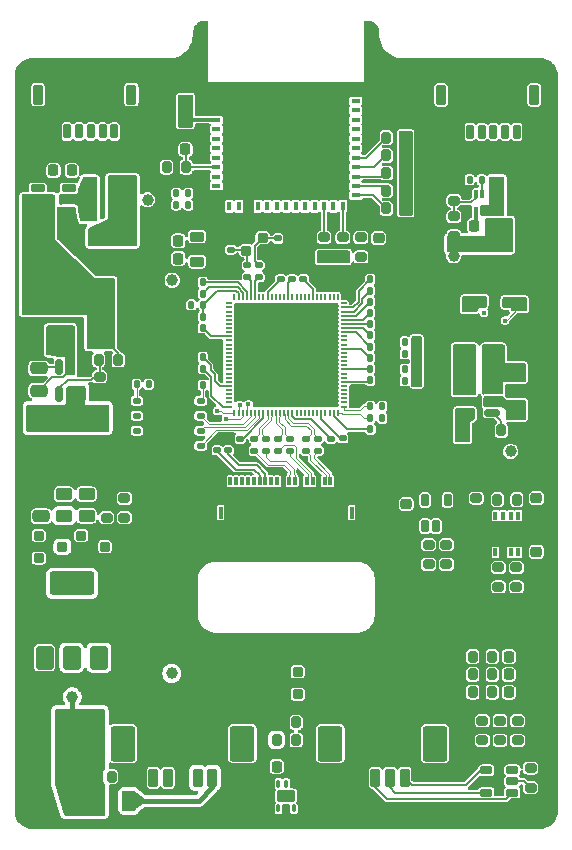
<source format=gbr>
%TF.GenerationSoftware,KiCad,Pcbnew,9.0.6*%
%TF.CreationDate,2026-01-17T11:58:25+01:00*%
%TF.ProjectId,peak,7065616b-2e6b-4696-9361-645f70636258,rev?*%
%TF.SameCoordinates,Original*%
%TF.FileFunction,Copper,L1,Top*%
%TF.FilePolarity,Positive*%
%FSLAX46Y46*%
G04 Gerber Fmt 4.6, Leading zero omitted, Abs format (unit mm)*
G04 Created by KiCad (PCBNEW 9.0.6) date 2026-01-17 11:58:25*
%MOMM*%
%LPD*%
G01*
G04 APERTURE LIST*
G04 Aperture macros list*
%AMRoundRect*
0 Rectangle with rounded corners*
0 $1 Rounding radius*
0 $2 $3 $4 $5 $6 $7 $8 $9 X,Y pos of 4 corners*
0 Add a 4 corners polygon primitive as box body*
4,1,4,$2,$3,$4,$5,$6,$7,$8,$9,$2,$3,0*
0 Add four circle primitives for the rounded corners*
1,1,$1+$1,$2,$3*
1,1,$1+$1,$4,$5*
1,1,$1+$1,$6,$7*
1,1,$1+$1,$8,$9*
0 Add four rect primitives between the rounded corners*
20,1,$1+$1,$2,$3,$4,$5,0*
20,1,$1+$1,$4,$5,$6,$7,0*
20,1,$1+$1,$6,$7,$8,$9,0*
20,1,$1+$1,$8,$9,$2,$3,0*%
%AMFreePoly0*
4,1,6,0.725000,-0.725000,-0.725000,-0.725000,-0.725000,0.125000,-0.125000,0.725000,0.725000,0.725000,0.725000,-0.725000,0.725000,-0.725000,$1*%
G04 Aperture macros list end*
%TA.AperFunction,SMDPad,CuDef*%
%ADD10R,2.100000X2.100000*%
%TD*%
%TA.AperFunction,SMDPad,CuDef*%
%ADD11O,0.200000X0.650000*%
%TD*%
%TA.AperFunction,SMDPad,CuDef*%
%ADD12O,0.650000X0.200000*%
%TD*%
%TA.AperFunction,SMDPad,CuDef*%
%ADD13RoundRect,0.200000X-0.200000X-0.275000X0.200000X-0.275000X0.200000X0.275000X-0.200000X0.275000X0*%
%TD*%
%TA.AperFunction,SMDPad,CuDef*%
%ADD14RoundRect,0.250000X-0.250000X-0.475000X0.250000X-0.475000X0.250000X0.475000X-0.250000X0.475000X0*%
%TD*%
%TA.AperFunction,SMDPad,CuDef*%
%ADD15RoundRect,0.225000X-0.225000X-0.250000X0.225000X-0.250000X0.225000X0.250000X-0.225000X0.250000X0*%
%TD*%
%TA.AperFunction,SMDPad,CuDef*%
%ADD16RoundRect,0.135000X-0.135000X-0.185000X0.135000X-0.185000X0.135000X0.185000X-0.135000X0.185000X0*%
%TD*%
%TA.AperFunction,SMDPad,CuDef*%
%ADD17RoundRect,0.087500X0.087500X-0.250000X0.087500X0.250000X-0.087500X0.250000X-0.087500X-0.250000X0*%
%TD*%
%TA.AperFunction,SMDPad,CuDef*%
%ADD18RoundRect,0.135000X0.135000X0.185000X-0.135000X0.185000X-0.135000X-0.185000X0.135000X-0.185000X0*%
%TD*%
%TA.AperFunction,SMDPad,CuDef*%
%ADD19RoundRect,0.250000X-0.300000X-1.600000X0.300000X-1.600000X0.300000X1.600000X-0.300000X1.600000X0*%
%TD*%
%TA.AperFunction,SMDPad,CuDef*%
%ADD20RoundRect,0.200000X0.275000X-0.200000X0.275000X0.200000X-0.275000X0.200000X-0.275000X-0.200000X0*%
%TD*%
%TA.AperFunction,SMDPad,CuDef*%
%ADD21RoundRect,0.135000X0.185000X-0.135000X0.185000X0.135000X-0.185000X0.135000X-0.185000X-0.135000X0*%
%TD*%
%TA.AperFunction,HeatsinkPad*%
%ADD22R,3.400000X4.300000*%
%TD*%
%TA.AperFunction,SMDPad,CuDef*%
%ADD23RoundRect,0.125000X-0.250000X-0.125000X0.250000X-0.125000X0.250000X0.125000X-0.250000X0.125000X0*%
%TD*%
%TA.AperFunction,SMDPad,CuDef*%
%ADD24R,0.300000X1.000000*%
%TD*%
%TA.AperFunction,SMDPad,CuDef*%
%ADD25R,0.300000X0.700000*%
%TD*%
%TA.AperFunction,SMDPad,CuDef*%
%ADD26RoundRect,0.225000X-0.250000X0.225000X-0.250000X-0.225000X0.250000X-0.225000X0.250000X0.225000X0*%
%TD*%
%TA.AperFunction,SMDPad,CuDef*%
%ADD27RoundRect,0.250000X0.450000X-0.262500X0.450000X0.262500X-0.450000X0.262500X-0.450000X-0.262500X0*%
%TD*%
%TA.AperFunction,SMDPad,CuDef*%
%ADD28RoundRect,0.250000X0.650000X-0.750000X0.650000X0.750000X-0.650000X0.750000X-0.650000X-0.750000X0*%
%TD*%
%TA.AperFunction,SMDPad,CuDef*%
%ADD29C,1.000000*%
%TD*%
%TA.AperFunction,SMDPad,CuDef*%
%ADD30RoundRect,0.225000X0.225000X0.625000X-0.225000X0.625000X-0.225000X-0.625000X0.225000X-0.625000X0*%
%TD*%
%TA.AperFunction,SMDPad,CuDef*%
%ADD31RoundRect,0.150000X0.150000X0.475000X-0.150000X0.475000X-0.150000X-0.475000X0.150000X-0.475000X0*%
%TD*%
%TA.AperFunction,SMDPad,CuDef*%
%ADD32RoundRect,0.140000X-0.140000X-0.170000X0.140000X-0.170000X0.140000X0.170000X-0.140000X0.170000X0*%
%TD*%
%TA.AperFunction,SMDPad,CuDef*%
%ADD33RoundRect,0.200000X-0.275000X0.200000X-0.275000X-0.200000X0.275000X-0.200000X0.275000X0.200000X0*%
%TD*%
%TA.AperFunction,SMDPad,CuDef*%
%ADD34RoundRect,0.250000X-0.475000X0.250000X-0.475000X-0.250000X0.475000X-0.250000X0.475000X0.250000X0*%
%TD*%
%TA.AperFunction,SMDPad,CuDef*%
%ADD35RoundRect,0.140000X0.140000X0.170000X-0.140000X0.170000X-0.140000X-0.170000X0.140000X-0.170000X0*%
%TD*%
%TA.AperFunction,SMDPad,CuDef*%
%ADD36RoundRect,0.250000X0.325000X0.650000X-0.325000X0.650000X-0.325000X-0.650000X0.325000X-0.650000X0*%
%TD*%
%TA.AperFunction,SMDPad,CuDef*%
%ADD37RoundRect,0.250000X0.475000X-0.250000X0.475000X0.250000X-0.475000X0.250000X-0.475000X-0.250000X0*%
%TD*%
%TA.AperFunction,SMDPad,CuDef*%
%ADD38RoundRect,0.162500X-0.367500X-0.162500X0.367500X-0.162500X0.367500X0.162500X-0.367500X0.162500X0*%
%TD*%
%TA.AperFunction,SMDPad,CuDef*%
%ADD39RoundRect,0.225000X0.225000X0.250000X-0.225000X0.250000X-0.225000X-0.250000X0.225000X-0.250000X0*%
%TD*%
%TA.AperFunction,SMDPad,CuDef*%
%ADD40RoundRect,0.250000X-0.262500X-0.450000X0.262500X-0.450000X0.262500X0.450000X-0.262500X0.450000X0*%
%TD*%
%TA.AperFunction,SMDPad,CuDef*%
%ADD41RoundRect,0.200000X-0.250000X-0.200000X0.250000X-0.200000X0.250000X0.200000X-0.250000X0.200000X0*%
%TD*%
%TA.AperFunction,SMDPad,CuDef*%
%ADD42RoundRect,0.250001X0.799999X1.249999X-0.799999X1.249999X-0.799999X-1.249999X0.799999X-1.249999X0*%
%TD*%
%TA.AperFunction,SMDPad,CuDef*%
%ADD43RoundRect,0.200000X0.200000X0.600000X-0.200000X0.600000X-0.200000X-0.600000X0.200000X-0.600000X0*%
%TD*%
%TA.AperFunction,SMDPad,CuDef*%
%ADD44RoundRect,0.162500X0.162500X-0.367500X0.162500X0.367500X-0.162500X0.367500X-0.162500X-0.367500X0*%
%TD*%
%TA.AperFunction,SMDPad,CuDef*%
%ADD45RoundRect,0.200000X0.200000X0.275000X-0.200000X0.275000X-0.200000X-0.275000X0.200000X-0.275000X0*%
%TD*%
%TA.AperFunction,SMDPad,CuDef*%
%ADD46RoundRect,0.250000X-0.250000X-0.550000X0.250000X-0.550000X0.250000X0.550000X-0.250000X0.550000X0*%
%TD*%
%TA.AperFunction,SMDPad,CuDef*%
%ADD47RoundRect,0.093750X-0.093750X-0.106250X0.093750X-0.106250X0.093750X0.106250X-0.093750X0.106250X0*%
%TD*%
%TA.AperFunction,SMDPad,CuDef*%
%ADD48RoundRect,0.250000X0.375000X0.625000X-0.375000X0.625000X-0.375000X-0.625000X0.375000X-0.625000X0*%
%TD*%
%TA.AperFunction,SMDPad,CuDef*%
%ADD49RoundRect,0.140000X0.170000X-0.140000X0.170000X0.140000X-0.170000X0.140000X-0.170000X-0.140000X0*%
%TD*%
%TA.AperFunction,SMDPad,CuDef*%
%ADD50RoundRect,0.250000X-0.375000X-1.075000X0.375000X-1.075000X0.375000X1.075000X-0.375000X1.075000X0*%
%TD*%
%TA.AperFunction,SMDPad,CuDef*%
%ADD51R,0.700000X0.700000*%
%TD*%
%TA.AperFunction,SMDPad,CuDef*%
%ADD52R,1.450000X1.450000*%
%TD*%
%TA.AperFunction,SMDPad,CuDef*%
%ADD53FreePoly0,0.000000*%
%TD*%
%TA.AperFunction,SMDPad,CuDef*%
%ADD54R,0.400000X0.800000*%
%TD*%
%TA.AperFunction,SMDPad,CuDef*%
%ADD55R,0.800000X0.400000*%
%TD*%
%TA.AperFunction,SMDPad,CuDef*%
%ADD56RoundRect,0.140000X-0.170000X0.140000X-0.170000X-0.140000X0.170000X-0.140000X0.170000X0.140000X0*%
%TD*%
%TA.AperFunction,SMDPad,CuDef*%
%ADD57RoundRect,0.200000X0.250000X0.200000X-0.250000X0.200000X-0.250000X-0.200000X0.250000X-0.200000X0*%
%TD*%
%TA.AperFunction,SMDPad,CuDef*%
%ADD58RoundRect,0.250000X-0.650000X0.325000X-0.650000X-0.325000X0.650000X-0.325000X0.650000X0.325000X0*%
%TD*%
%TA.AperFunction,SMDPad,CuDef*%
%ADD59R,2.400000X1.550000*%
%TD*%
%TA.AperFunction,SMDPad,CuDef*%
%ADD60R,0.350000X0.650000*%
%TD*%
%TA.AperFunction,SMDPad,CuDef*%
%ADD61RoundRect,0.250000X0.300000X0.300000X-0.300000X0.300000X-0.300000X-0.300000X0.300000X-0.300000X0*%
%TD*%
%TA.AperFunction,SMDPad,CuDef*%
%ADD62RoundRect,0.218750X-0.381250X0.218750X-0.381250X-0.218750X0.381250X-0.218750X0.381250X0.218750X0*%
%TD*%
%TA.AperFunction,SMDPad,CuDef*%
%ADD63RoundRect,0.250000X0.250000X0.475000X-0.250000X0.475000X-0.250000X-0.475000X0.250000X-0.475000X0*%
%TD*%
%TA.AperFunction,SMDPad,CuDef*%
%ADD64RoundRect,0.250000X-0.450000X0.262500X-0.450000X-0.262500X0.450000X-0.262500X0.450000X0.262500X0*%
%TD*%
%TA.AperFunction,SMDPad,CuDef*%
%ADD65RoundRect,0.162500X-0.447500X-0.162500X0.447500X-0.162500X0.447500X0.162500X-0.447500X0.162500X0*%
%TD*%
%TA.AperFunction,SMDPad,CuDef*%
%ADD66RoundRect,0.250000X0.500000X-0.750000X0.500000X0.750000X-0.500000X0.750000X-0.500000X-0.750000X0*%
%TD*%
%TA.AperFunction,SMDPad,CuDef*%
%ADD67RoundRect,0.250000X1.650000X-0.750000X1.650000X0.750000X-1.650000X0.750000X-1.650000X-0.750000X0*%
%TD*%
%TA.AperFunction,SMDPad,CuDef*%
%ADD68RoundRect,0.225000X0.250000X-0.225000X0.250000X0.225000X-0.250000X0.225000X-0.250000X-0.225000X0*%
%TD*%
%TA.AperFunction,SMDPad,CuDef*%
%ADD69RoundRect,0.150000X-0.512500X-0.150000X0.512500X-0.150000X0.512500X0.150000X-0.512500X0.150000X0*%
%TD*%
%TA.AperFunction,SMDPad,CuDef*%
%ADD70RoundRect,0.250000X0.550000X-0.250000X0.550000X0.250000X-0.550000X0.250000X-0.550000X-0.250000X0*%
%TD*%
%TA.AperFunction,SMDPad,CuDef*%
%ADD71RoundRect,0.087500X0.087500X-0.237500X0.087500X0.237500X-0.087500X0.237500X-0.087500X-0.237500X0*%
%TD*%
%TA.AperFunction,SMDPad,CuDef*%
%ADD72RoundRect,0.135000X-0.185000X0.135000X-0.185000X-0.135000X0.185000X-0.135000X0.185000X0.135000X0*%
%TD*%
%TA.AperFunction,SMDPad,CuDef*%
%ADD73RoundRect,0.150000X0.150000X-0.512500X0.150000X0.512500X-0.150000X0.512500X-0.150000X-0.512500X0*%
%TD*%
%TA.AperFunction,SMDPad,CuDef*%
%ADD74RoundRect,0.218750X-0.218750X-0.256250X0.218750X-0.256250X0.218750X0.256250X-0.218750X0.256250X0*%
%TD*%
%TA.AperFunction,ViaPad*%
%ADD75C,0.600000*%
%TD*%
%TA.AperFunction,ViaPad*%
%ADD76C,0.450000*%
%TD*%
%TA.AperFunction,Conductor*%
%ADD77C,0.150000*%
%TD*%
%TA.AperFunction,Conductor*%
%ADD78C,0.300000*%
%TD*%
%TA.AperFunction,Conductor*%
%ADD79C,0.100000*%
%TD*%
%TA.AperFunction,Conductor*%
%ADD80C,0.200000*%
%TD*%
%TA.AperFunction,Conductor*%
%ADD81C,0.123700*%
%TD*%
%TA.AperFunction,Conductor*%
%ADD82C,0.108000*%
%TD*%
%TA.AperFunction,Conductor*%
%ADD83C,0.400000*%
%TD*%
G04 APERTURE END LIST*
D10*
%TO.P,U1,105,GND*%
%TO.N,GND*%
X211503100Y-93900001D03*
X211503100Y-91200001D03*
X211503100Y-88500001D03*
X208803100Y-93900001D03*
X208803100Y-91200001D03*
X208803100Y-88500001D03*
X206103100Y-93900001D03*
X206103100Y-91200001D03*
X206103100Y-88500001D03*
D11*
%TO.P,U1,104,GPIO0/ADC*%
%TO.N,unconnected-(U1-GPIO0{slash}ADC-Pad104)*%
X204428100Y-86325001D03*
%TO.P,U1,103,CHIP_PU*%
%TO.N,/MCU/EN*%
X204778100Y-86325001D03*
%TO.P,U1,102,VDD_BAT*%
%TO.N,+3.3V*%
X205128100Y-86325001D03*
%TO.P,U1,101,VDD_ANA*%
%TO.N,+3.3VA*%
X205478100Y-86325001D03*
%TO.P,U1,100,XTAL_P*%
%TO.N,/MCU/XTAL_P*%
X205828100Y-86325001D03*
%TO.P,U1,99,XTAL_N*%
%TO.N,/MCU/XTAL_N*%
X206178100Y-86325001D03*
%TO.P,U1,98,GPIO54/ADC*%
%TO.N,unconnected-(U1-GPIO54{slash}ADC-Pad98)*%
X206528100Y-86325001D03*
%TO.P,U1,97,GPIO53/ADC*%
%TO.N,unconnected-(U1-GPIO53{slash}ADC-Pad97)*%
X206878100Y-86325001D03*
%TO.P,U1,96,VDD_IO_6*%
%TO.N,+3.3V*%
X207228100Y-86325001D03*
%TO.P,U1,95,GPIO52/ADC*%
%TO.N,unconnected-(U1-GPIO52{slash}ADC-Pad95)*%
X207578100Y-86325001D03*
%TO.P,U1,94,GPIO51/ADC*%
%TO.N,unconnected-(U1-GPIO51{slash}ADC-Pad94)*%
X207928100Y-86325001D03*
%TO.P,U1,93,GPIO50/ADC*%
%TO.N,unconnected-(U1-GPIO50{slash}ADC-Pad93)*%
X208278100Y-86325001D03*
%TO.P,U1,92,GPIO49/ADC*%
%TO.N,/IO/VBUS_MCU*%
X208628100Y-86325001D03*
%TO.P,U1,91,VDD_HP_3*%
%TO.N,+1V2*%
X208978100Y-86325001D03*
%TO.P,U1,90,GPIO48*%
%TO.N,unconnected-(U1-GPIO48-Pad90)*%
X209328100Y-86325001D03*
%TO.P,U1,89,GPIO47*%
%TO.N,unconnected-(U1-GPIO47-Pad89)*%
X209678100Y-86325001D03*
%TO.P,U1,88,GPIO46*%
%TO.N,unconnected-(U1-GPIO46-Pad88)*%
X210028100Y-86325001D03*
%TO.P,U1,87,GPIO45*%
%TO.N,unconnected-(U1-GPIO45-Pad87)*%
X210378100Y-86325001D03*
%TO.P,U1,86,GPIO44*%
%TO.N,unconnected-(U1-GPIO44-Pad86)*%
X210728100Y-86325001D03*
%TO.P,U1,85,VDD_IO_5*%
%TO.N,+1V8*%
X211078100Y-86325001D03*
%TO.P,U1,84,GPIO43*%
%TO.N,unconnected-(U1-GPIO43-Pad84)*%
X211428100Y-86325001D03*
%TO.P,U1,83,GPIO42*%
%TO.N,unconnected-(U1-GPIO42-Pad83)*%
X211778100Y-86325001D03*
%TO.P,U1,82,GPIO41*%
%TO.N,unconnected-(U1-GPIO41-Pad82)*%
X212128100Y-86325001D03*
%TO.P,U1,81,GPIO40*%
%TO.N,/Display/DISPLAY_RESET*%
X212478100Y-86325001D03*
%TO.P,U1,80,GPIO39*%
%TO.N,/Display/DISPLAY_TE*%
X212828100Y-86325001D03*
%TO.P,U1,79,EN_DCDC*%
%TO.N,/MCU/EN_DCDC*%
X213178100Y-86325001D03*
D12*
%TO.P,U1,78,FB_DCDC*%
%TO.N,/MCU/FB_DCDC*%
X213678100Y-86825001D03*
%TO.P,U1,77,VDD_DCDCC*%
%TO.N,+3.3V*%
X213678100Y-87175001D03*
%TO.P,U1,76,VDD_HP_2*%
%TO.N,+1V2*%
X213678100Y-87525001D03*
%TO.P,U1,75,VDD_LDO*%
%TO.N,+3.3V*%
X213678100Y-87875001D03*
%TO.P,U1,74,VDDO_4*%
%TO.N,/MCU/VDDO_4*%
X213678100Y-88225001D03*
%TO.P,U1,73,VDDO_3*%
%TO.N,/MCU/VDDO_3*%
X213678100Y-88575001D03*
%TO.P,U1,72,VDDO_PSRAM*%
%TO.N,/MCU/VDDO_PSRAM*%
X213678100Y-88925001D03*
%TO.P,U1,71,VDDO_FLASH*%
%TO.N,/MCU/VDDO_FLASH*%
X213678100Y-89275001D03*
%TO.P,U1,70,GPIO38*%
%TO.N,unconnected-(U1-GPIO38-Pad70)*%
X213678100Y-89625001D03*
%TO.P,U1,69,GPIO37*%
%TO.N,unconnected-(U1-GPIO37-Pad69)*%
X213678100Y-89975001D03*
%TO.P,U1,68,GPIO36*%
%TO.N,Net-(U1-GPIO36)*%
X213678100Y-90325001D03*
%TO.P,U1,67,VDD_PSRAM_1*%
%TO.N,/MCU/VDDO_PSRAM*%
X213678100Y-90675001D03*
%TO.P,U1,66,GPIO35*%
%TO.N,/MCU/BOOT*%
X213678100Y-91025001D03*
%TO.P,U1,65,GPIO34*%
%TO.N,unconnected-(U1-GPIO34-Pad65)*%
X213678100Y-91375001D03*
%TO.P,U1,64,GPIO33*%
%TO.N,unconnected-(U1-GPIO33-Pad64)*%
X213678100Y-91725001D03*
%TO.P,U1,63,GPIO32*%
%TO.N,unconnected-(U1-GPIO32-Pad63)*%
X213678100Y-92075001D03*
%TO.P,U1,62,VDD_IO_4*%
%TO.N,+3.3V*%
X213678100Y-92425001D03*
%TO.P,U1,61,GPIO31*%
%TO.N,/IO/SDA_MCU*%
X213678100Y-92775001D03*
%TO.P,U1,60,GPIO30*%
%TO.N,/IO/SCL_MCU*%
X213678100Y-93125001D03*
%TO.P,U1,59,VDD_PSRAM_0*%
%TO.N,/MCU/VDDO_PSRAM*%
X213678100Y-93475001D03*
%TO.P,U1,58,GPIO29*%
%TO.N,unconnected-(U1-GPIO29-Pad58)*%
X213678100Y-93825001D03*
%TO.P,U1,57,GPIO28*%
%TO.N,unconnected-(U1-GPIO28-Pad57)*%
X213678100Y-94175001D03*
%TO.P,U1,56,GPIO27/ADC/USB*%
%TO.N,unconnected-(U1-GPIO27{slash}ADC{slash}USB-Pad56)*%
X213678100Y-94525001D03*
%TO.P,U1,55,GPIO26/ADC/USB*%
%TO.N,unconnected-(U1-GPIO26{slash}ADC{slash}USB-Pad55)*%
X213678100Y-94875001D03*
%TO.P,U1,54,NC*%
%TO.N,unconnected-(U1-NC-Pad54)*%
X213678100Y-95225001D03*
%TO.P,U1,53,GPIO25/ADC/USB*%
%TO.N,/MCU/JTAG_DP*%
X213678100Y-95575001D03*
D11*
%TO.P,U1,52,GPIO24/ADC/USB*%
%TO.N,/MCU/JTAG_DN*%
X213178100Y-96075001D03*
%TO.P,U1,51,VDD_USBPHY*%
%TO.N,+3.3V*%
X212828100Y-96075001D03*
%TO.P,U1,50,USB-DP*%
%TO.N,unconnected-(U1-USB-DP-Pad50)*%
X212478100Y-96075001D03*
%TO.P,U1,49,USB-DM*%
%TO.N,unconnected-(U1-USB-DM-Pad49)*%
X212128100Y-96075001D03*
%TO.P,U1,48,CSI_REXT*%
%TO.N,Net-(U1-CSI_REXT)*%
X211778100Y-96075001D03*
%TO.P,U1,47,CSI_DATAP1*%
%TO.N,unconnected-(U1-CSI_DATAP1-Pad47)*%
X211428100Y-96075001D03*
%TO.P,U1,46,CSI_DATAN1*%
%TO.N,unconnected-(U1-CSI_DATAN1-Pad46)*%
X211078100Y-96075001D03*
%TO.P,U1,45,CSI_CLKN*%
%TO.N,unconnected-(U1-CSI_CLKN-Pad45)*%
X210728100Y-96075001D03*
%TO.P,U1,44,CSI_CLKP*%
%TO.N,unconnected-(U1-CSI_CLKP-Pad44)*%
X210378100Y-96075001D03*
%TO.P,U1,43,CSI_DATAP0*%
%TO.N,unconnected-(U1-CSI_DATAP0-Pad43)*%
X210028100Y-96075001D03*
%TO.P,U1,42,CSI_DATAN0*%
%TO.N,unconnected-(U1-CSI_DATAN0-Pad42)*%
X209678100Y-96075001D03*
%TO.P,U1,41,VDD_MIPI_DPHY*%
%TO.N,/MCU/VDDO_3*%
X209328100Y-96075001D03*
%TO.P,U1,40,DSI_DATAN0*%
%TO.N,/MCU/MIPI_MCU_D0N*%
X208978100Y-96075001D03*
%TO.P,U1,39,DSI_DATAP0*%
%TO.N,/MCU/MIPI_MCU_D0P*%
X208628100Y-96075001D03*
%TO.P,U1,38,DSI_CLKP*%
%TO.N,/MCU/MIPI_MCU_CLP*%
X208278100Y-96075001D03*
%TO.P,U1,37,DSI_CLKN*%
%TO.N,/MCU/MIPI_MCU_CLN*%
X207928100Y-96075001D03*
%TO.P,U1,36,DSI_DATAN1*%
%TO.N,/MCU/MIPI_MCU_D1N*%
X207578100Y-96075001D03*
%TO.P,U1,35,DSI_DATAP1*%
%TO.N,/MCU/MIPI_MCU_D1P*%
X207228100Y-96075001D03*
%TO.P,U1,34,DSI_REXT*%
%TO.N,Net-(U1-DSI_REXT)*%
X206878100Y-96075001D03*
%TO.P,U1,33,FLASH_D*%
%TO.N,/MCU/FLASH_D*%
X206528100Y-96075001D03*
%TO.P,U1,32,FLASH_CK*%
%TO.N,/MCU/FLASH_CK*%
X206178100Y-96075001D03*
%TO.P,U1,31,FLASH_HOLD*%
%TO.N,/MCU/FLASH_HOLD*%
X205828100Y-96075001D03*
%TO.P,U1,30,VDD_FLASH_IO*%
%TO.N,+3.3V*%
X205478100Y-96075001D03*
%TO.P,U1,29,FLASH_WP*%
%TO.N,/MCU/FLASH_WP*%
X205128100Y-96075001D03*
%TO.P,U1,28,FLASH_Q*%
%TO.N,/MCU/FLASH_Q*%
X204778100Y-96075001D03*
%TO.P,U1,27,FLASH_CS*%
%TO.N,/MCU/FLASH_CS*%
X204428100Y-96075001D03*
D12*
%TO.P,U1,26,VDD_HP_0*%
%TO.N,+1V2*%
X203928100Y-95575001D03*
%TO.P,U1,25,GPIO23/ADC*%
%TO.N,unconnected-(U1-GPIO23{slash}ADC-Pad25)*%
X203928100Y-95225001D03*
%TO.P,U1,24,GPIO22/ADC*%
%TO.N,/MCU/TX1*%
X203928100Y-94875001D03*
%TO.P,U1,23,GPIO21/ADC*%
%TO.N,/MCU/RX1*%
X203928100Y-94525001D03*
%TO.P,U1,22,GPIO20/ADC*%
%TO.N,unconnected-(U1-GPIO20{slash}ADC-Pad22)*%
X203928100Y-94175001D03*
%TO.P,U1,21,VDD_IO_0*%
%TO.N,+3.3V*%
X203928100Y-93825001D03*
%TO.P,U1,20,GPIO19/ADC*%
%TO.N,/MCU/SDIO_CMD*%
X203928100Y-93475001D03*
%TO.P,U1,19,GPIO18/ADC*%
%TO.N,/MCU/SDIO_CLK*%
X203928100Y-93125001D03*
%TO.P,U1,18,GPIO17/ADC*%
%TO.N,/MCU/SDIO_DATA3*%
X203928100Y-92775001D03*
%TO.P,U1,17,GPIO16/ADC*%
%TO.N,/MCU/SDIO_DATA2*%
X203928100Y-92425001D03*
%TO.P,U1,16,GPIO15/ADC*%
%TO.N,/MCU/SDIO_DATA1*%
X203928100Y-92075001D03*
%TO.P,U1,15,GPIO14/ADC*%
%TO.N,/MCU/SDIO_DATA0*%
X203928100Y-91725001D03*
%TO.P,U1,14,GPIO13/ADC*%
%TO.N,unconnected-(U1-GPIO13{slash}ADC-Pad14)*%
X203928100Y-91375001D03*
%TO.P,U1,13,GPIO12/ADC*%
%TO.N,unconnected-(U1-GPIO12{slash}ADC-Pad13)*%
X203928100Y-91025001D03*
%TO.P,U1,12,GPIO11/ADC*%
%TO.N,unconnected-(U1-GPIO11{slash}ADC-Pad12)*%
X203928100Y-90675001D03*
%TO.P,U1,11,GPIO10/ADC*%
%TO.N,/Display/LED_PWM*%
X203928100Y-90325001D03*
%TO.P,U1,10,GPIO9/ADC*%
%TO.N,/IO/SW_MCU*%
X203928100Y-89975001D03*
%TO.P,U1,9,VDD_LP*%
%TO.N,+3.3V*%
X203928100Y-89625001D03*
%TO.P,U1,8,GPIO8/ADC*%
%TO.N,/Connection/Button_D*%
X203928100Y-89275001D03*
%TO.P,U1,7,GPIO7/ADC*%
%TO.N,/Connection/Button_P*%
X203928100Y-88925001D03*
%TO.P,U1,6,GPIO6/ADC*%
%TO.N,/Connection/Button_U*%
X203928100Y-88575001D03*
%TO.P,U1,5,GPIO5/ADC*%
%TO.N,/MCU/C6_WKUP*%
X203928100Y-88225001D03*
%TO.P,U1,4,GPIO4/ADC*%
%TO.N,unconnected-(U1-GPIO4{slash}ADC-Pad4)*%
X203928100Y-87875001D03*
%TO.P,U1,3,GPIO3/ADC*%
%TO.N,unconnected-(U1-GPIO3{slash}ADC-Pad3)*%
X203928100Y-87525001D03*
%TO.P,U1,2,GPIO2/ADC*%
%TO.N,unconnected-(U1-GPIO2{slash}ADC-Pad2)*%
X203928100Y-87175001D03*
%TO.P,U1,1,GPIO1/ADC*%
%TO.N,unconnected-(U1-GPIO1{slash}ADC-Pad1)*%
X203928100Y-86825001D03*
%TD*%
D13*
%TO.P,R605,2*%
%TO.N,/Connection/CANL*%
X228343100Y-103440001D03*
%TO.P,R605,1*%
%TO.N,/Connection/CANH*%
X226693100Y-103440001D03*
%TD*%
D14*
%TO.P,C208,2*%
%TO.N,GND*%
X190553100Y-80800001D03*
%TO.P,C208,1*%
%TO.N,+5V*%
X188653100Y-80800001D03*
%TD*%
D15*
%TO.P,C213,2*%
%TO.N,GND*%
X228178100Y-78750001D03*
%TO.P,C213,1*%
%TO.N,+3.3V*%
X226628100Y-78750001D03*
%TD*%
D13*
%TO.P,R703,2*%
%TO.N,+3.3V*%
X218928100Y-74300001D03*
%TO.P,R703,1*%
%TO.N,/MCU/SDIO_DATA2*%
X217278100Y-74300001D03*
%TD*%
D16*
%TO.P,R16,2*%
%TO.N,+3.3V*%
X219853100Y-93400001D03*
%TO.P,R16,1*%
%TO.N,/IO/SCL_MCU*%
X218833100Y-93400001D03*
%TD*%
D17*
%TO.P,U203,6,PG*%
%TO.N,GND*%
X224353100Y-77550001D03*
%TO.P,U203,5,FB*%
%TO.N,Net-(U203-FB)*%
X224853100Y-77550001D03*
%TO.P,U203,4,EN*%
%TO.N,Net-(U203-EN)*%
X225353100Y-77550001D03*
%TO.P,U203,3,VIN*%
%TO.N,+3.3V*%
X225353100Y-78975001D03*
%TO.P,U203,2,SW*%
%TO.N,Net-(U203-SW)*%
X224853100Y-78975001D03*
%TO.P,U203,1,GND*%
%TO.N,GND*%
X224353100Y-78975001D03*
%TD*%
D13*
%TO.P,R701,2*%
%TO.N,+3.3V*%
X218928100Y-77300001D03*
%TO.P,R701,1*%
%TO.N,/MCU/SDIO_DATA0*%
X217278100Y-77300001D03*
%TD*%
D18*
%TO.P,R3,2*%
%TO.N,/MCU/FLASH_CS*%
X196143100Y-93700001D03*
%TO.P,R3,1*%
%TO.N,+3.3V*%
X197163100Y-93700001D03*
%TD*%
D19*
%TO.P,L202,2,2*%
%TO.N,+3.3V*%
X195178100Y-78025001D03*
%TO.P,L202,1,1*%
%TO.N,Net-(U202-SW)*%
X192178100Y-78025001D03*
%TD*%
D20*
%TO.P,R308,2*%
%TO.N,+3.3V*%
X229503100Y-126175001D03*
%TO.P,R308,1*%
%TO.N,Net-(D302-VP)*%
X229503100Y-127825001D03*
%TD*%
D21*
%TO.P,R7,2*%
%TO.N,/MCU/MIPI_MCU_CLN*%
X208103100Y-98280001D03*
%TO.P,R7,1*%
%TO.N,/Display/MIPI_CLN*%
X208103100Y-99300001D03*
%TD*%
D22*
%TO.P,U2,9,EP*%
%TO.N,GND*%
X198853100Y-96995001D03*
D23*
%TO.P,U2,8,VCC*%
%TO.N,+3.3V*%
X201553100Y-95090001D03*
%TO.P,U2,7,~{HOLD}/~{RESET}/IO_{3}*%
%TO.N,/MCU/FLASH_HOLD*%
X201553100Y-96360001D03*
%TO.P,U2,6,CLK*%
%TO.N,/MCU/FLASH_CK*%
X201553100Y-97630001D03*
%TO.P,U2,5,DI/IO_{0}*%
%TO.N,/MCU/FLASH_D*%
X201553100Y-98900001D03*
%TO.P,U2,4,GND*%
%TO.N,GND*%
X196153100Y-98900001D03*
%TO.P,U2,3,~{WP}/IO_{2}*%
%TO.N,/MCU/FLASH_WP*%
X196153100Y-97630001D03*
%TO.P,U2,2,DO/IO_{1}*%
%TO.N,/MCU/FLASH_Q*%
X196153100Y-96360001D03*
%TO.P,U2,1,~{CS}*%
%TO.N,/MCU/FLASH_CS*%
X196153100Y-95090001D03*
%TD*%
D18*
%TO.P,R18,2*%
%TO.N,/MCU/JTAG_DN*%
X215913100Y-96550001D03*
%TO.P,R18,1*%
%TO.N,Net-(J4-Pin_5)*%
X216933100Y-96550001D03*
%TD*%
D24*
%TO.P,J1,MP2*%
%TO.N,N/C*%
X214343100Y-104550000D03*
%TO.P,J1,MP1*%
X203263100Y-104550000D03*
D25*
%TO.P,J1,20,GND*%
%TO.N,GND*%
X213553100Y-101900000D03*
%TO.P,J1,19,GND*%
X213053100Y-101900000D03*
%TO.P,J1,18,MIPI_D0N*%
%TO.N,/Display/MIPI_D0N*%
X212553100Y-101900000D03*
%TO.P,J1,17,MIPI_D0P*%
%TO.N,/Display/MIPI_D0P*%
X212053100Y-101900000D03*
%TO.P,J1,16,GND*%
%TO.N,GND*%
X211553100Y-101900000D03*
%TO.P,J1,15,MIPI_CLN*%
%TO.N,/Display/MIPI_CLN*%
X211053100Y-101900000D03*
%TO.P,J1,14,MIPI_CLP*%
%TO.N,/Display/MIPI_CLP*%
X210553100Y-101900000D03*
%TO.P,J1,13,GND*%
%TO.N,GND*%
X210053100Y-101900000D03*
%TO.P,J1,12,MIPI_D1N*%
%TO.N,/Display/MIPI_D1N*%
X209553100Y-101900000D03*
%TO.P,J1,11,MIPI_D1P*%
%TO.N,/Display/MIPI_D1P*%
X209053100Y-101900000D03*
%TO.P,J1,10,GND*%
%TO.N,GND*%
X208553100Y-101900000D03*
%TO.P,J1,9,RESET*%
%TO.N,/Display/DISPLAY_RESET*%
X208053100Y-101900000D03*
%TO.P,J1,8,TE*%
%TO.N,/Display/DISPLAY_TE*%
X207553100Y-101900000D03*
%TO.P,J1,7,IOVCC*%
%TO.N,+1V8*%
X207053100Y-101900000D03*
%TO.P,J1,6,VDD*%
%TO.N,+3.3V*%
X206553100Y-101900000D03*
%TO.P,J1,5,NC*%
%TO.N,unconnected-(J1-NC-Pad5)*%
X206053100Y-101900000D03*
%TO.P,J1,4,LEDA*%
%TO.N,/Display/LEDA*%
X205553100Y-101900000D03*
%TO.P,J1,3,NC*%
%TO.N,unconnected-(J1-NC-Pad3)*%
X205053100Y-101900000D03*
%TO.P,J1,2,LEDK*%
%TO.N,/Display/LEDK*%
X204553100Y-101900000D03*
%TO.P,J1,1,NC*%
%TO.N,unconnected-(J1-NC-Pad1)*%
X204053100Y-101900000D03*
%TD*%
D13*
%TO.P,R601,2*%
%TO.N,/Connection/Button_D*%
X226253100Y-119750001D03*
%TO.P,R601,1*%
%TO.N,+3.3V*%
X224603100Y-119750001D03*
%TD*%
D26*
%TO.P,C219,2*%
%TO.N,GND*%
X224328100Y-88365001D03*
%TO.P,C219,1*%
%TO.N,+1V8*%
X224328100Y-86815001D03*
%TD*%
D27*
%TO.P,R609,2*%
%TO.N,Net-(DZ601-A)*%
X190003100Y-102987501D03*
%TO.P,R609,1*%
%TO.N,+BATT*%
X190003100Y-104812501D03*
%TD*%
D28*
%TO.P,L201,2,2*%
%TO.N,+5V*%
X189753100Y-85525001D03*
%TO.P,L201,1,1*%
%TO.N,Net-(U201-SW)*%
X189753100Y-90025001D03*
%TD*%
D29*
%TO.P,TP302,1,1*%
%TO.N,GND*%
X202273100Y-118340001D03*
%TD*%
D30*
%TO.P,J4,MP*%
%TO.N,N/C*%
X221903100Y-69175001D03*
X229803100Y-69175001D03*
D31*
%TO.P,J4,6,Pin_6*%
%TO.N,GND*%
X223353100Y-72300001D03*
%TO.P,J4,5,Pin_5*%
%TO.N,Net-(J4-Pin_5)*%
X224353100Y-72300001D03*
%TO.P,J4,4,Pin_4*%
%TO.N,Net-(J4-Pin_4)*%
X225353100Y-72300001D03*
%TO.P,J4,3,Pin_3*%
%TO.N,/MCU/BOOT*%
X226353100Y-72300001D03*
%TO.P,J4,2,Pin_2*%
%TO.N,/MCU/EN*%
X227353100Y-72300001D03*
%TO.P,J4,1,Pin_1*%
%TO.N,+5V*%
X228353100Y-72300001D03*
%TD*%
D16*
%TO.P,R14,2*%
%TO.N,/MCU/EN*%
X201783100Y-86950001D03*
%TO.P,R14,1*%
%TO.N,+3.3V*%
X200763100Y-86950001D03*
%TD*%
D32*
%TO.P,C17,2*%
%TO.N,GND*%
X216883100Y-89550001D03*
%TO.P,C17,1*%
%TO.N,/MCU/VDDO_PSRAM*%
X215923100Y-89550001D03*
%TD*%
D21*
%TO.P,R9,2*%
%TO.N,/MCU/MIPI_MCU_D0P*%
X210503100Y-98280001D03*
%TO.P,R9,1*%
%TO.N,/Display/MIPI_D0P*%
X210503100Y-99300001D03*
%TD*%
D33*
%TO.P,R301,2*%
%TO.N,/Connection/RX{slash}CANH*%
X220863100Y-108910001D03*
%TO.P,R301,1*%
%TO.N,/Connection/RX*%
X220863100Y-107260001D03*
%TD*%
D34*
%TO.P,C210,2*%
%TO.N,GND*%
X193028100Y-82925001D03*
%TO.P,C210,1*%
%TO.N,+3.3V*%
X193028100Y-81025001D03*
%TD*%
D35*
%TO.P,C6,2*%
%TO.N,GND*%
X200793100Y-88900001D03*
%TO.P,C6,1*%
%TO.N,+3.3V*%
X201753100Y-88900001D03*
%TD*%
%TO.P,C13,2*%
%TO.N,GND*%
X200793100Y-92350001D03*
%TO.P,C13,1*%
%TO.N,+1V2*%
X201753100Y-92350001D03*
%TD*%
%TO.P,C4,2*%
%TO.N,GND*%
X200793100Y-86000001D03*
%TO.P,C4,1*%
%TO.N,+3.3V*%
X201753100Y-86000001D03*
%TD*%
D32*
%TO.P,C9,2*%
%TO.N,GND*%
X216883100Y-86700001D03*
%TO.P,C9,1*%
%TO.N,+3.3V*%
X215923100Y-86700001D03*
%TD*%
D13*
%TO.P,R602,2*%
%TO.N,/Connection/Button_U*%
X226253100Y-116750001D03*
%TO.P,R602,1*%
%TO.N,+3.3V*%
X224603100Y-116750001D03*
%TD*%
D29*
%TO.P,TP202,1,1*%
%TO.N,+3.3V*%
X197063100Y-78050001D03*
%TD*%
D20*
%TO.P,R708,2*%
%TO.N,Net-(U3-GPIO8)*%
X212003100Y-81255001D03*
%TO.P,R708,1*%
%TO.N,+3.3V*%
X212003100Y-82905001D03*
%TD*%
D36*
%TO.P,C303,2*%
%TO.N,GND*%
X187728100Y-122300001D03*
%TO.P,C303,1*%
%TO.N,VBUS*%
X190678100Y-122300001D03*
%TD*%
D37*
%TO.P,C607,2*%
%TO.N,GND*%
X188053100Y-102950001D03*
%TO.P,C607,1*%
%TO.N,Net-(DZ601-A)*%
X188053100Y-104850001D03*
%TD*%
D38*
%TO.P,D302,6,L4*%
%TO.N,unconnected-(D302-L4-Pad6)*%
X227953100Y-126350001D03*
%TO.P,D302,5,VP*%
%TO.N,Net-(D302-VP)*%
X227953100Y-127300001D03*
%TO.P,D302,4,L3*%
%TO.N,/Connection/Button_D_IN*%
X227953100Y-128250001D03*
%TO.P,D302,3,L2*%
%TO.N,/Connection/Button_P_IN*%
X225753100Y-128250001D03*
%TO.P,D302,2,VN*%
%TO.N,GND*%
X225753100Y-127300001D03*
%TO.P,D302,1,L1*%
%TO.N,/Connection/Button_U_IN*%
X225753100Y-126350001D03*
%TD*%
D39*
%TO.P,C701,2*%
%TO.N,GND*%
X198728100Y-73800001D03*
%TO.P,C701,1*%
%TO.N,/Wireless/RESET*%
X200278100Y-73800001D03*
%TD*%
D21*
%TO.P,R6,2*%
%TO.N,/MCU/MIPI_MCU_D1N*%
X207103100Y-98280001D03*
%TO.P,R6,1*%
%TO.N,/Display/MIPI_D1N*%
X207103100Y-99300001D03*
%TD*%
D32*
%TO.P,C10,2*%
%TO.N,GND*%
X216883100Y-92400001D03*
%TO.P,C10,1*%
%TO.N,+3.3V*%
X215923100Y-92400001D03*
%TD*%
D33*
%TO.P,R302,2*%
%TO.N,/Connection/TX{slash}CANL*%
X222363100Y-108910001D03*
%TO.P,R302,1*%
%TO.N,/MCU/TX1*%
X222363100Y-107260001D03*
%TD*%
D18*
%TO.P,R13,2*%
%TO.N,/MCU/BOOT*%
X218833100Y-91100001D03*
%TO.P,R13,1*%
%TO.N,+3.3V*%
X219853100Y-91100001D03*
%TD*%
D33*
%TO.P,R303,2*%
%TO.N,/Connection/RX{slash}CANH*%
X226773100Y-110840001D03*
%TO.P,R303,1*%
%TO.N,/Connection/CANH*%
X226773100Y-109190001D03*
%TD*%
D13*
%TO.P,R704,2*%
%TO.N,+3.3V*%
X218928100Y-72800001D03*
%TO.P,R704,1*%
%TO.N,/MCU/SDIO_DATA3*%
X217278100Y-72800001D03*
%TD*%
D15*
%TO.P,C603,2*%
%TO.N,GND*%
X229203100Y-118250001D03*
%TO.P,C603,1*%
%TO.N,/Connection/Button_P*%
X227653100Y-118250001D03*
%TD*%
D26*
%TO.P,C608,2*%
%TO.N,GND*%
X216628100Y-82855001D03*
%TO.P,C608,1*%
%TO.N,Net-(C608-Pad1)*%
X216628100Y-81305001D03*
%TD*%
D40*
%TO.P,R502,2*%
%TO.N,GND*%
X225553100Y-97775001D03*
%TO.P,R502,1*%
%TO.N,/Display/LEDK*%
X223728100Y-97775001D03*
%TD*%
D41*
%TO.P,Q601,3,D*%
%TO.N,Net-(Q601-D)*%
X193453100Y-107450001D03*
%TO.P,Q601,2,S*%
%TO.N,GND*%
X191453100Y-108400001D03*
%TO.P,Q601,1,G*%
%TO.N,Net-(Q601-G)*%
X191453100Y-106500001D03*
%TD*%
D32*
%TO.P,C22,2*%
%TO.N,GND*%
X216883100Y-87650001D03*
%TO.P,C22,1*%
%TO.N,/MCU/VDDO_4*%
X215923100Y-87650001D03*
%TD*%
D20*
%TO.P,R206,2*%
%TO.N,GND*%
X223003100Y-76475001D03*
%TO.P,R206,1*%
%TO.N,Net-(U203-FB)*%
X223003100Y-78125001D03*
%TD*%
D42*
%TO.P,J2,MP*%
%TO.N,N/C*%
X195003100Y-124100001D03*
X205103100Y-124100001D03*
D43*
%TO.P,J2,5,Pin_5*%
%TO.N,/Connection/TX{slash}CANL*%
X197553100Y-127000001D03*
%TO.P,J2,4,Pin_4*%
%TO.N,/Connection/RX{slash}CANH*%
X198803100Y-127000001D03*
%TO.P,J2,3,Pin_3*%
%TO.N,GND*%
X200053100Y-127000001D03*
%TO.P,J2,2,Pin_2*%
%TO.N,/Connection/SW*%
X201303100Y-127000001D03*
%TO.P,J2,1,Pin_1*%
%TO.N,+BATT*%
X202553100Y-127000001D03*
%TD*%
D15*
%TO.P,C602,2*%
%TO.N,GND*%
X229203100Y-116750001D03*
%TO.P,C602,1*%
%TO.N,/Connection/Button_U*%
X227653100Y-116750001D03*
%TD*%
D44*
%TO.P,U602,5,VCC*%
%TO.N,+3.3V*%
X220563100Y-103485001D03*
%TO.P,U602,4*%
%TO.N,/MCU/RX1*%
X222463100Y-103485001D03*
%TO.P,U602,3,GND*%
%TO.N,GND*%
X222463100Y-105685001D03*
%TO.P,U602,2*%
%TO.N,/Connection/RX*%
X221513100Y-105685001D03*
%TO.P,U602,1,NC*%
%TO.N,unconnected-(U602-NC-Pad1)*%
X220563100Y-105685001D03*
%TD*%
D41*
%TO.P,DZ601,3,K*%
%TO.N,+BATT*%
X189853100Y-107450001D03*
%TO.P,DZ601,2,NC*%
%TO.N,unconnected-(DZ601-NC-Pad2)*%
X187853100Y-108400001D03*
%TO.P,DZ601,1,A*%
%TO.N,Net-(DZ601-A)*%
X187853100Y-106500001D03*
%TD*%
D45*
%TO.P,R611,2*%
%TO.N,GND*%
X207998100Y-122300001D03*
%TO.P,R611,1*%
%TO.N,Net-(C608-Pad1)*%
X209648100Y-122300001D03*
%TD*%
D33*
%TO.P,R307,2*%
%TO.N,/Connection/Button_D_IN*%
X228403100Y-123825001D03*
%TO.P,R307,1*%
%TO.N,/Connection/Button_D*%
X228403100Y-122175001D03*
%TD*%
D46*
%TO.P,U204,7,EP*%
%TO.N,GND*%
X226440600Y-87635001D03*
D47*
%TO.P,U204,6,IN*%
%TO.N,+3.3V*%
X227328100Y-86985001D03*
%TO.P,U204,5,GND*%
%TO.N,GND*%
X227328100Y-87635001D03*
%TO.P,U204,4,EN*%
%TO.N,+3.3V*%
X227328100Y-88285001D03*
%TO.P,U204,3,PG*%
%TO.N,GND*%
X225553100Y-88285001D03*
%TO.P,U204,2,NC*%
%TO.N,unconnected-(U204-NC-Pad2)*%
X225553100Y-87635001D03*
%TO.P,U204,1,OUT*%
%TO.N,+1V8*%
X225553100Y-86985001D03*
%TD*%
D29*
%TO.P,TP204,1,1*%
%TO.N,+3.3VA*%
X199153100Y-84870001D03*
%TD*%
D26*
%TO.P,C503,2*%
%TO.N,+5V*%
X228203100Y-92700001D03*
%TO.P,C503,1*%
%TO.N,GND*%
X228203100Y-91150001D03*
%TD*%
D48*
%TO.P,F301,2*%
%TO.N,VBUS*%
X192703100Y-128950001D03*
%TO.P,F301,1*%
%TO.N,+BATT*%
X195503100Y-128950001D03*
%TD*%
D49*
%TO.P,C12,2*%
%TO.N,GND*%
X208353100Y-83820001D03*
%TO.P,C12,1*%
%TO.N,+3.3V*%
X208353100Y-84780001D03*
%TD*%
D32*
%TO.P,C14,2*%
%TO.N,GND*%
X216883100Y-85750001D03*
%TO.P,C14,1*%
%TO.N,+1V2*%
X215923100Y-85750001D03*
%TD*%
D50*
%TO.P,L501,2,2*%
%TO.N,+5V*%
X226553100Y-91825001D03*
%TO.P,L501,1,1*%
%TO.N,Net-(U501-SW)*%
X223753100Y-91825001D03*
%TD*%
D13*
%TO.P,R702,2*%
%TO.N,+3.3V*%
X218928100Y-75800001D03*
%TO.P,R702,1*%
%TO.N,/MCU/SDIO_DATA1*%
X217278100Y-75800001D03*
%TD*%
D33*
%TO.P,R706,2*%
%TO.N,+3.3V*%
X213603100Y-82905001D03*
%TO.P,R706,1*%
%TO.N,/MCU/SDIO_CMD*%
X213603100Y-81255001D03*
%TD*%
D16*
%TO.P,R15,2*%
%TO.N,+3.3V*%
X219853100Y-92400001D03*
%TO.P,R15,1*%
%TO.N,/IO/SDA_MCU*%
X218833100Y-92400001D03*
%TD*%
D49*
%TO.P,C501,2*%
%TO.N,GND*%
X202953100Y-98310001D03*
%TO.P,C501,1*%
%TO.N,+3.3V*%
X202953100Y-99270001D03*
%TD*%
D29*
%TO.P,TP201,1,1*%
%TO.N,+5V*%
X187803100Y-83200001D03*
%TD*%
D41*
%TO.P,X1,4,4*%
%TO.N,GND*%
X205403100Y-81270001D03*
%TO.P,X1,3,3*%
%TO.N,Net-(C2-Pad1)*%
X206803100Y-81270001D03*
%TO.P,X1,2,2*%
%TO.N,GND*%
X206803100Y-82370001D03*
%TO.P,X1,1,1*%
%TO.N,Net-(C1-Pad1)*%
X205403100Y-82370001D03*
%TD*%
D16*
%TO.P,R204,2*%
%TO.N,Net-(U203-EN)*%
X225363100Y-76350001D03*
%TO.P,R204,1*%
%TO.N,+3.3V*%
X224343100Y-76350001D03*
%TD*%
D51*
%TO.P,U3,53,GND*%
%TO.N,GND*%
X202853100Y-68750001D03*
%TO.P,U3,52,GND*%
X202853100Y-78650001D03*
%TO.P,U3,51,GND*%
X214753100Y-78650001D03*
%TO.P,U3,50,GND*%
X214753100Y-68750001D03*
D52*
%TO.P,U3,49,GND*%
X210778100Y-75675001D03*
X210778100Y-73700001D03*
X210778100Y-71725001D03*
X208803100Y-75675001D03*
X208803100Y-73700001D03*
X208803100Y-71725001D03*
X206828100Y-75675001D03*
X206828100Y-73700001D03*
D53*
X206828100Y-71725001D03*
D54*
%TO.P,U3,48,GND*%
X204003100Y-68800001D03*
%TO.P,U3,47,GND*%
X204803100Y-68800001D03*
%TO.P,U3,46,GND*%
X205603100Y-68800001D03*
%TO.P,U3,45,GND*%
X206403100Y-68800001D03*
%TO.P,U3,44,GND*%
X207203100Y-68800001D03*
%TO.P,U3,43,GND*%
X208003100Y-68800001D03*
%TO.P,U3,42,GND*%
X208803100Y-68800001D03*
%TO.P,U3,41,GND*%
X209603100Y-68800001D03*
%TO.P,U3,40,GND*%
X210403100Y-68800001D03*
%TO.P,U3,39,GND*%
X211203100Y-68800001D03*
%TO.P,U3,38,GND*%
X212003100Y-68800001D03*
%TO.P,U3,37,GND*%
X212803100Y-68800001D03*
%TO.P,U3,36,GND*%
X213603100Y-68800001D03*
D55*
%TO.P,U3,35,NC*%
%TO.N,unconnected-(U3-NC-Pad35)*%
X214703100Y-69700001D03*
%TO.P,U3,34,NC*%
%TO.N,unconnected-(U3-NC-Pad34)*%
X214703100Y-70500001D03*
%TO.P,U3,33,NC*%
%TO.N,unconnected-(U3-NC-Pad33)*%
X214703100Y-71300001D03*
%TO.P,U3,32,NC*%
%TO.N,unconnected-(U3-NC-Pad32)*%
X214703100Y-72100001D03*
%TO.P,U3,31,U0TXD/GPIO16*%
%TO.N,unconnected-(U3-U0TXD{slash}GPIO16-Pad31)*%
X214703100Y-72900001D03*
%TO.P,U3,30,U0RXD/GPIO17*%
%TO.N,unconnected-(U3-U0RXD{slash}GPIO17-Pad30)*%
X214703100Y-73700001D03*
%TO.P,U3,29,GPIO23*%
%TO.N,/MCU/SDIO_DATA3*%
X214703100Y-74500001D03*
%TO.P,U3,28,GPIO22*%
%TO.N,/MCU/SDIO_DATA2*%
X214703100Y-75300001D03*
%TO.P,U3,27,GPIO21*%
%TO.N,/MCU/SDIO_DATA1*%
X214703100Y-76100001D03*
%TO.P,U3,26,GPIO20*%
%TO.N,/MCU/SDIO_DATA0*%
X214703100Y-76900001D03*
%TO.P,U3,25,GPIO19*%
%TO.N,/MCU/SDIO_CLK*%
X214703100Y-77700001D03*
D54*
%TO.P,U3,24,GPIO18*%
%TO.N,/MCU/SDIO_CMD*%
X213603100Y-78600001D03*
%TO.P,U3,23,GPIO9*%
%TO.N,/Wireless/BOOT*%
X212803100Y-78600001D03*
%TO.P,U3,22,GPIO8*%
%TO.N,Net-(U3-GPIO8)*%
X212003100Y-78600001D03*
%TO.P,U3,21,NC*%
%TO.N,unconnected-(U3-NC-Pad21)*%
X211203100Y-78600001D03*
%TO.P,U3,20,GPIO15*%
%TO.N,unconnected-(U3-GPIO15-Pad20)*%
X210403100Y-78600001D03*
%TO.P,U3,19,GPIO14*%
%TO.N,unconnected-(U3-GPIO14-Pad19)*%
X209603100Y-78600001D03*
%TO.P,U3,18,GPIO13/USB_D+*%
%TO.N,/Wireless/JTAG_DP*%
X208803100Y-78600001D03*
%TO.P,U3,17,GPIO12/USB_D-*%
%TO.N,/Wireless/JTAG_DN*%
X208003100Y-78600001D03*
%TO.P,U3,16,MTDO/GPIO7*%
%TO.N,unconnected-(U3-MTDO{slash}GPIO7-Pad16)*%
X207203100Y-78600001D03*
%TO.P,U3,15,MTCK/GPIO6/ADC1_CH6*%
%TO.N,unconnected-(U3-MTCK{slash}GPIO6{slash}ADC1_CH6-Pad15)*%
X206403100Y-78600001D03*
%TO.P,U3,14,GND*%
%TO.N,GND*%
X205603100Y-78600001D03*
%TO.P,U3,13,GPIO1/ADC1_CH1/XTAL_32K_N*%
%TO.N,unconnected-(U3-GPIO1{slash}ADC1_CH1{slash}XTAL_32K_N-Pad13)*%
X204803100Y-78600001D03*
%TO.P,U3,12,GPIO0/ADC1_CH0/XTAL_32K_P*%
%TO.N,unconnected-(U3-GPIO0{slash}ADC1_CH0{slash}XTAL_32K_P-Pad12)*%
X204003100Y-78600001D03*
D55*
%TO.P,U3,11,GND*%
%TO.N,GND*%
X202903100Y-77700001D03*
%TO.P,U3,10,MTDI/GPIO5/ADC1_CH5*%
%TO.N,unconnected-(U3-MTDI{slash}GPIO5{slash}ADC1_CH5-Pad10)*%
X202903100Y-76900001D03*
%TO.P,U3,9,MTMS/GPIO4/ADC1_CH4*%
%TO.N,unconnected-(U3-MTMS{slash}GPIO4{slash}ADC1_CH4-Pad9)*%
X202903100Y-76100001D03*
%TO.P,U3,8,EN/CHIP_PU*%
%TO.N,/Wireless/RESET*%
X202903100Y-75300001D03*
%TO.P,U3,7,NC*%
%TO.N,unconnected-(U3-NC-Pad7)*%
X202903100Y-74500001D03*
%TO.P,U3,6,GPIO3/ADC1_CH3*%
%TO.N,unconnected-(U3-GPIO3{slash}ADC1_CH3-Pad6)*%
X202903100Y-73700001D03*
%TO.P,U3,5,GPIO2/ADC1_CH2*%
%TO.N,/MCU/C6_WKUP*%
X202903100Y-72900001D03*
%TO.P,U3,4,NC*%
%TO.N,unconnected-(U3-NC-Pad4)*%
X202903100Y-72100001D03*
%TO.P,U3,3,3V3*%
%TO.N,+3.3V*%
X202903100Y-71300001D03*
%TO.P,U3,2,GND*%
%TO.N,GND*%
X202903100Y-70500001D03*
%TO.P,U3,1,GND*%
X202903100Y-69700001D03*
%TD*%
D33*
%TO.P,R304,2*%
%TO.N,/Connection/TX{slash}CANL*%
X228283100Y-110840001D03*
%TO.P,R304,1*%
%TO.N,/Connection/CANL*%
X228283100Y-109190001D03*
%TD*%
D32*
%TO.P,C16,2*%
%TO.N,GND*%
X216903100Y-97500001D03*
%TO.P,C16,1*%
%TO.N,+3.3V*%
X215943100Y-97500001D03*
%TD*%
D56*
%TO.P,C23,2*%
%TO.N,GND*%
X212603100Y-99270001D03*
%TO.P,C23,1*%
%TO.N,/MCU/VDDO_3*%
X212603100Y-98310001D03*
%TD*%
D16*
%TO.P,R710,2*%
%TO.N,/Wireless/JTAG_DN*%
X200503100Y-78500001D03*
%TO.P,R710,1*%
%TO.N,Net-(J5-Pin_5)*%
X199483100Y-78500001D03*
%TD*%
D35*
%TO.P,C5,2*%
%TO.N,GND*%
X200793100Y-85050001D03*
%TO.P,C5,1*%
%TO.N,+3.3VA*%
X201753100Y-85050001D03*
%TD*%
D42*
%TO.P,J3,MP*%
%TO.N,N/C*%
X212553100Y-124100001D03*
X221403100Y-124100001D03*
D43*
%TO.P,J3,4,Pin_4*%
%TO.N,GND*%
X215103100Y-127000001D03*
%TO.P,J3,3,Pin_3*%
%TO.N,/Connection/Button_D_IN*%
X216353100Y-127000001D03*
%TO.P,J3,2,Pin_2*%
%TO.N,/Connection/Button_P_IN*%
X217603100Y-127000001D03*
%TO.P,J3,1,Pin_1*%
%TO.N,/Connection/Button_U_IN*%
X218853100Y-127000001D03*
%TD*%
D21*
%TO.P,R1,2*%
%TO.N,Net-(C1-Pad1)*%
X205503100Y-83590001D03*
%TO.P,R1,1*%
%TO.N,/MCU/XTAL_P*%
X205503100Y-84610001D03*
%TD*%
D57*
%TO.P,D303,3,Com*%
%TO.N,GND*%
X207783100Y-118980001D03*
%TO.P,D303,2,A2*%
%TO.N,/Connection/TX{slash}CANL*%
X209783100Y-118030001D03*
%TO.P,D303,1,A1*%
%TO.N,/Connection/RX{slash}CANH*%
X209783100Y-119930001D03*
%TD*%
D32*
%TO.P,C18,2*%
%TO.N,GND*%
X216883100Y-91450001D03*
%TO.P,C18,1*%
%TO.N,/MCU/VDDO_PSRAM*%
X215923100Y-91450001D03*
%TD*%
D34*
%TO.P,C204,2*%
%TO.N,Net-(U201-SW)*%
X187853100Y-94225001D03*
%TO.P,C204,1*%
%TO.N,Net-(U201-CB)*%
X187853100Y-92325001D03*
%TD*%
D58*
%TO.P,C203,2*%
%TO.N,GND*%
X188003100Y-99200001D03*
%TO.P,C203,1*%
%TO.N,VBUS*%
X188003100Y-96250001D03*
%TD*%
D59*
%TO.P,U601,9,VSS*%
%TO.N,GND*%
X227498100Y-106365001D03*
D60*
%TO.P,U601,8,STBY*%
%TO.N,Net-(U601-STBY)*%
X226523100Y-104815001D03*
%TO.P,U601,7,CANH*%
%TO.N,/Connection/CANH*%
X227173100Y-104815001D03*
%TO.P,U601,6,CANL*%
%TO.N,/Connection/CANL*%
X227823100Y-104815001D03*
%TO.P,U601,5,VIO*%
%TO.N,+3.3V*%
X228473100Y-104815001D03*
%TO.P,U601,4,RXD*%
%TO.N,/MCU/RX1*%
X228473100Y-107915001D03*
%TO.P,U601,3,VDD*%
%TO.N,+5V*%
X227823100Y-107915001D03*
%TO.P,U601,2,VSS*%
%TO.N,GND*%
X227173100Y-107915001D03*
%TO.P,U601,1,TXD*%
%TO.N,/MCU/TX1*%
X226523100Y-107915001D03*
%TD*%
D37*
%TO.P,C504,2*%
%TO.N,GND*%
X228203100Y-94175001D03*
%TO.P,C504,1*%
%TO.N,/Display/LEDA*%
X228203100Y-96075001D03*
%TD*%
D13*
%TO.P,R707,2*%
%TO.N,/Wireless/RESET*%
X200328100Y-75300001D03*
%TO.P,R707,1*%
%TO.N,+3.3V*%
X198678100Y-75300001D03*
%TD*%
D36*
%TO.P,C302,2*%
%TO.N,GND*%
X187728100Y-124600001D03*
%TO.P,C302,1*%
%TO.N,VBUS*%
X190678100Y-124600001D03*
%TD*%
D61*
%TO.P,D301,2,A*%
%TO.N,GND*%
X187703100Y-126950001D03*
%TO.P,D301,1,K*%
%TO.N,VBUS*%
X190503100Y-126950001D03*
%TD*%
D62*
%TO.P,FB201,2*%
%TO.N,+3.3VA*%
X201253100Y-83300001D03*
%TO.P,FB201,1*%
%TO.N,+3.3V*%
X201253100Y-81175001D03*
%TD*%
D21*
%TO.P,R5,2*%
%TO.N,/MCU/MIPI_MCU_D1P*%
X206103100Y-98280001D03*
%TO.P,R5,1*%
%TO.N,/Display/MIPI_D1P*%
X206103100Y-99300001D03*
%TD*%
D45*
%TO.P,R201,2*%
%TO.N,Net-(U201-FB)*%
X192928100Y-91625001D03*
%TO.P,R201,1*%
%TO.N,+5V*%
X194578100Y-91625001D03*
%TD*%
D63*
%TO.P,C301,2*%
%TO.N,GND*%
X188653100Y-129200001D03*
%TO.P,C301,1*%
%TO.N,VBUS*%
X190553100Y-129200001D03*
%TD*%
D13*
%TO.P,R705,2*%
%TO.N,+3.3V*%
X218928100Y-78800001D03*
%TO.P,R705,1*%
%TO.N,/MCU/SDIO_CLK*%
X217278100Y-78800001D03*
%TD*%
D39*
%TO.P,C610,2*%
%TO.N,GND*%
X198728100Y-69800001D03*
%TO.P,C610,1*%
%TO.N,+3.3V*%
X200278100Y-69800001D03*
%TD*%
D14*
%TO.P,C206,2*%
%TO.N,GND*%
X195303100Y-87890001D03*
%TO.P,C206,1*%
%TO.N,+5V*%
X193403100Y-87890001D03*
%TD*%
D58*
%TO.P,C202,2*%
%TO.N,GND*%
X190303100Y-99200001D03*
%TO.P,C202,1*%
%TO.N,VBUS*%
X190303100Y-96250001D03*
%TD*%
D14*
%TO.P,C205,2*%
%TO.N,GND*%
X195303100Y-85900001D03*
%TO.P,C205,1*%
%TO.N,+5V*%
X193403100Y-85900001D03*
%TD*%
D33*
%TO.P,R305,2*%
%TO.N,/Connection/Button_U_IN*%
X225403100Y-123825001D03*
%TO.P,R305,1*%
%TO.N,/Connection/Button_U*%
X225403100Y-122175001D03*
%TD*%
D49*
%TO.P,C502,2*%
%TO.N,GND*%
X203903100Y-98310001D03*
%TO.P,C502,1*%
%TO.N,+1V8*%
X203903100Y-99270001D03*
%TD*%
D34*
%TO.P,C211,2*%
%TO.N,GND*%
X195028100Y-82925001D03*
%TO.P,C211,1*%
%TO.N,+3.3V*%
X195028100Y-81025001D03*
%TD*%
D56*
%TO.P,C2,2*%
%TO.N,GND*%
X208103100Y-82300001D03*
%TO.P,C2,1*%
%TO.N,Net-(C2-Pad1)*%
X208103100Y-81340001D03*
%TD*%
D21*
%TO.P,R8,2*%
%TO.N,/MCU/MIPI_MCU_CLP*%
X209103100Y-98280001D03*
%TO.P,R8,1*%
%TO.N,/Display/MIPI_CLP*%
X209103100Y-99300001D03*
%TD*%
%TO.P,R10,2*%
%TO.N,/MCU/MIPI_MCU_D0N*%
X211503100Y-98280001D03*
%TO.P,R10,1*%
%TO.N,/Display/MIPI_D0N*%
X211503100Y-99300001D03*
%TD*%
D32*
%TO.P,C20,2*%
%TO.N,GND*%
X216883100Y-90500001D03*
%TO.P,C20,1*%
%TO.N,/MCU/VDDO_FLASH*%
X215923100Y-90500001D03*
%TD*%
D26*
%TO.P,C606,2*%
%TO.N,GND*%
X218963100Y-105360001D03*
%TO.P,C606,1*%
%TO.N,+3.3V*%
X218963100Y-103810001D03*
%TD*%
D35*
%TO.P,C24,2*%
%TO.N,GND*%
X200793100Y-87950001D03*
%TO.P,C24,1*%
%TO.N,/MCU/EN*%
X201753100Y-87950001D03*
%TD*%
D64*
%TO.P,R608,2*%
%TO.N,Net-(Q601-D)*%
X191903100Y-104812501D03*
%TO.P,R608,1*%
%TO.N,Net-(DZ601-A)*%
X191903100Y-102987501D03*
%TD*%
D65*
%TO.P,U202,6,BST*%
%TO.N,Net-(U202-BST)*%
X190398100Y-77075001D03*
%TO.P,U202,5,SW*%
%TO.N,Net-(U202-SW)*%
X190398100Y-78025001D03*
%TO.P,U202,4,GND*%
%TO.N,GND*%
X190398100Y-78975001D03*
%TO.P,U202,3,IN*%
%TO.N,+5V*%
X187778100Y-78975001D03*
%TO.P,U202,2,EN*%
X187778100Y-78025001D03*
%TO.P,U202,1,FB*%
%TO.N,+3.3V*%
X187778100Y-77075001D03*
%TD*%
D35*
%TO.P,C7,2*%
%TO.N,GND*%
X200793100Y-91400001D03*
%TO.P,C7,1*%
%TO.N,+3.3V*%
X201753100Y-91400001D03*
%TD*%
D49*
%TO.P,C15,2*%
%TO.N,GND*%
X209303100Y-83820001D03*
%TO.P,C15,1*%
%TO.N,+1V2*%
X209303100Y-84780001D03*
%TD*%
D66*
%TO.P,Q602,3,S*%
%TO.N,+BATT*%
X192953100Y-116850001D03*
D67*
%TO.P,Q602,2,D*%
%TO.N,/Connection/SW*%
X190653100Y-110550001D03*
D66*
X190653100Y-116850001D03*
%TO.P,Q602,1,G*%
%TO.N,Net-(DZ601-A)*%
X188353100Y-116850001D03*
%TD*%
D33*
%TO.P,R306,2*%
%TO.N,/Connection/Button_P_IN*%
X226903100Y-123825001D03*
%TO.P,R306,1*%
%TO.N,/Connection/Button_P*%
X226903100Y-122175001D03*
%TD*%
D16*
%TO.P,R709,2*%
%TO.N,/Wireless/JTAG_DP*%
X200503100Y-77500001D03*
%TO.P,R709,1*%
%TO.N,Net-(J5-Pin_4)*%
X199483100Y-77500001D03*
%TD*%
D32*
%TO.P,C8,2*%
%TO.N,GND*%
X216883100Y-84800001D03*
%TO.P,C8,1*%
%TO.N,+3.3V*%
X215923100Y-84800001D03*
%TD*%
D29*
%TO.P,TP203,1,1*%
%TO.N,+1V2*%
X222978100Y-82800001D03*
%TD*%
D58*
%TO.P,C201,2*%
%TO.N,GND*%
X192603100Y-99200001D03*
%TO.P,C201,1*%
%TO.N,VBUS*%
X192603100Y-96250001D03*
%TD*%
D29*
%TO.P,TP301,1,1*%
%TO.N,+BATT*%
X199113100Y-118170001D03*
%TD*%
%TO.P,TP501,1,1*%
%TO.N,/Display/LEDA*%
X227803100Y-99365001D03*
%TD*%
D49*
%TO.P,C1,2*%
%TO.N,GND*%
X204103100Y-81340001D03*
%TO.P,C1,1*%
%TO.N,Net-(C1-Pad1)*%
X204103100Y-82300001D03*
%TD*%
D39*
%TO.P,C702,2*%
%TO.N,GND*%
X198728100Y-71300001D03*
%TO.P,C702,1*%
%TO.N,+3.3V*%
X200278100Y-71300001D03*
%TD*%
D68*
%TO.P,C605,2*%
%TO.N,GND*%
X229993100Y-106315001D03*
%TO.P,C605,1*%
%TO.N,+5V*%
X229993100Y-107865001D03*
%TD*%
D33*
%TO.P,R604,2*%
%TO.N,GND*%
X224893100Y-104965001D03*
%TO.P,R604,1*%
%TO.N,Net-(U601-STBY)*%
X224893100Y-103315001D03*
%TD*%
D69*
%TO.P,U501,6,V_{IN}*%
%TO.N,+5V*%
X226260600Y-94180001D03*
%TO.P,U501,5,V_{OUT}*%
%TO.N,/Display/LEDA*%
X226260600Y-95130001D03*
%TO.P,U501,4,CTRL*%
%TO.N,/Display/LED_PWM*%
X226260600Y-96080001D03*
%TO.P,U501,3,FB*%
%TO.N,/Display/LEDK*%
X223985600Y-96080001D03*
%TO.P,U501,2,GND*%
%TO.N,GND*%
X223985600Y-95130001D03*
%TO.P,U501,1,SW*%
%TO.N,Net-(U501-SW)*%
X223985600Y-94180001D03*
%TD*%
D70*
%TO.P,U603,7*%
%TO.N,N/C*%
X208803100Y-128550001D03*
D71*
%TO.P,U603,6,SDA*%
%TO.N,/IO/SDA_MCU*%
X208153100Y-127500001D03*
%TO.P,U603,5,V+*%
%TO.N,+3.3V*%
X208803100Y-127500001D03*
%TO.P,U603,4,ADD0*%
%TO.N,GND*%
X209453100Y-127500001D03*
%TO.P,U603,3,ALERT*%
%TO.N,unconnected-(U603-ALERT-Pad3)*%
X209453100Y-129600001D03*
%TO.P,U603,2,GND*%
%TO.N,GND*%
X208803100Y-129600001D03*
%TO.P,U603,1,SCL*%
%TO.N,/IO/SCL_MCU*%
X208153100Y-129600001D03*
%TD*%
D72*
%TO.P,R11,2*%
%TO.N,GND*%
X213603100Y-99290001D03*
%TO.P,R11,1*%
%TO.N,Net-(U1-CSI_REXT)*%
X213603100Y-98270001D03*
%TD*%
D15*
%TO.P,C601,2*%
%TO.N,GND*%
X229203100Y-119750001D03*
%TO.P,C601,1*%
%TO.N,/Connection/Button_D*%
X227653100Y-119750001D03*
%TD*%
D26*
%TO.P,C218,2*%
%TO.N,GND*%
X228528100Y-88400001D03*
%TO.P,C218,1*%
%TO.N,+3.3V*%
X228528100Y-86850001D03*
%TD*%
D29*
%TO.P,TP303,1,1*%
%TO.N,VBUS*%
X190683100Y-120150001D03*
%TD*%
D20*
%TO.P,R205,2*%
%TO.N,Net-(U203-FB)*%
X223003100Y-79475001D03*
%TO.P,R205,1*%
%TO.N,+1V2*%
X223003100Y-81125001D03*
%TD*%
D49*
%TO.P,C11,2*%
%TO.N,GND*%
X210253100Y-83820001D03*
%TO.P,C11,1*%
%TO.N,+1V8*%
X210253100Y-84780001D03*
%TD*%
D39*
%TO.P,C216,2*%
%TO.N,GND*%
X198128100Y-81537501D03*
%TO.P,C216,1*%
%TO.N,+3.3V*%
X199678100Y-81537501D03*
%TD*%
D15*
%TO.P,C609,2*%
%TO.N,GND*%
X209553100Y-126050001D03*
%TO.P,C609,1*%
%TO.N,+3.3V*%
X208003100Y-126050001D03*
%TD*%
D33*
%TO.P,R606,2*%
%TO.N,Net-(Q601-G)*%
X195103100Y-104975001D03*
%TO.P,R606,1*%
%TO.N,/IO/SW_MCU*%
X195103100Y-103325001D03*
%TD*%
D13*
%TO.P,R610,2*%
%TO.N,Net-(C608-Pad1)*%
X209648100Y-123790001D03*
%TO.P,R610,1*%
%TO.N,VBUS*%
X207998100Y-123790001D03*
%TD*%
%TO.P,R603,2*%
%TO.N,/Connection/Button_P*%
X226253100Y-118250001D03*
%TO.P,R603,1*%
%TO.N,+3.3V*%
X224603100Y-118250001D03*
%TD*%
D35*
%TO.P,C3,2*%
%TO.N,GND*%
X200793100Y-93750001D03*
%TO.P,C3,1*%
%TO.N,+3.3V*%
X201753100Y-93750001D03*
%TD*%
D33*
%TO.P,R612,2*%
%TO.N,/IO/VBUS_MCU*%
X215128100Y-82905001D03*
%TO.P,R612,1*%
%TO.N,Net-(C608-Pad1)*%
X215128100Y-81255001D03*
%TD*%
D34*
%TO.P,C215,2*%
%TO.N,GND*%
X225015600Y-83750001D03*
%TO.P,C215,1*%
%TO.N,+1V2*%
X225015600Y-81850001D03*
%TD*%
D39*
%TO.P,C217,2*%
%TO.N,GND*%
X198128100Y-83037501D03*
%TO.P,C217,1*%
%TO.N,+3.3VA*%
X199678100Y-83037501D03*
%TD*%
D33*
%TO.P,R202,2*%
%TO.N,GND*%
X193003100Y-94700001D03*
%TO.P,R202,1*%
%TO.N,Net-(U201-FB)*%
X193003100Y-93050001D03*
%TD*%
D18*
%TO.P,R12,2*%
%TO.N,Net-(U1-GPIO36)*%
X218833100Y-90100001D03*
%TO.P,R12,1*%
%TO.N,+3.3V*%
X219853100Y-90100001D03*
%TD*%
D30*
%TO.P,J5,MP*%
%TO.N,N/C*%
X187803100Y-69150001D03*
X195703100Y-69150001D03*
D31*
%TO.P,J5,6,Pin_6*%
%TO.N,GND*%
X189253100Y-72275001D03*
%TO.P,J5,5,Pin_5*%
%TO.N,Net-(J5-Pin_5)*%
X190253100Y-72275001D03*
%TO.P,J5,4,Pin_4*%
%TO.N,Net-(J5-Pin_4)*%
X191253100Y-72275001D03*
%TO.P,J5,3,Pin_3*%
%TO.N,/Wireless/BOOT*%
X192253100Y-72275001D03*
%TO.P,J5,2,Pin_2*%
%TO.N,/Wireless/RESET*%
X193253100Y-72275001D03*
%TO.P,J5,1,Pin_1*%
%TO.N,+5V*%
X194253100Y-72275001D03*
%TD*%
D13*
%TO.P,R203,2*%
%TO.N,+5V*%
X194028100Y-126900001D03*
%TO.P,R203,1*%
%TO.N,VBUS*%
X192378100Y-126900001D03*
%TD*%
D72*
%TO.P,R4,2*%
%TO.N,GND*%
X204903100Y-99300001D03*
%TO.P,R4,1*%
%TO.N,Net-(U1-DSI_REXT)*%
X204903100Y-98280001D03*
%TD*%
D14*
%TO.P,C207,2*%
%TO.N,GND*%
X195303100Y-89850001D03*
%TO.P,C207,1*%
%TO.N,+5V*%
X193403100Y-89850001D03*
%TD*%
D72*
%TO.P,R2,2*%
%TO.N,/MCU/XTAL_N*%
X206503100Y-84610001D03*
%TO.P,R2,1*%
%TO.N,Net-(C2-Pad1)*%
X206503100Y-83590001D03*
%TD*%
D73*
%TO.P,U201,6,CB*%
%TO.N,Net-(U201-CB)*%
X189603100Y-92200001D03*
%TO.P,U201,5,SW*%
%TO.N,Net-(U201-SW)*%
X190553100Y-92200001D03*
%TO.P,U201,4,GND*%
%TO.N,GND*%
X191503100Y-92200001D03*
%TO.P,U201,3,VIN*%
%TO.N,VBUS*%
X191503100Y-94475001D03*
%TO.P,U201,2,EN*%
X190553100Y-94475001D03*
%TO.P,U201,1,FB*%
%TO.N,Net-(U201-FB)*%
X189603100Y-94475001D03*
%TD*%
D74*
%TO.P,L203,2,2*%
%TO.N,+1V2*%
X226290600Y-80250001D03*
%TO.P,L203,1,1*%
%TO.N,Net-(U203-SW)*%
X224715600Y-80250001D03*
%TD*%
D15*
%TO.P,C209,2*%
%TO.N,Net-(U202-BST)*%
X190653100Y-75575001D03*
%TO.P,C209,1*%
%TO.N,Net-(U202-SW)*%
X189103100Y-75575001D03*
%TD*%
D34*
%TO.P,C214,2*%
%TO.N,GND*%
X227003100Y-83750001D03*
%TO.P,C214,1*%
%TO.N,+1V2*%
X227003100Y-81850001D03*
%TD*%
D14*
%TO.P,C212,2*%
%TO.N,GND*%
X228553100Y-77000001D03*
%TO.P,C212,1*%
%TO.N,+3.3V*%
X226653100Y-77000001D03*
%TD*%
D13*
%TO.P,R501,2*%
%TO.N,GND*%
X228653100Y-97575001D03*
%TO.P,R501,1*%
%TO.N,/Display/LED_PWM*%
X227003100Y-97575001D03*
%TD*%
D32*
%TO.P,C19,2*%
%TO.N,GND*%
X216883100Y-93350001D03*
%TO.P,C19,1*%
%TO.N,/MCU/VDDO_PSRAM*%
X215923100Y-93350001D03*
%TD*%
D26*
%TO.P,C604,2*%
%TO.N,GND*%
X229993100Y-104865001D03*
%TO.P,C604,1*%
%TO.N,+3.3V*%
X229993100Y-103315001D03*
%TD*%
D32*
%TO.P,C21,2*%
%TO.N,GND*%
X216883100Y-88600001D03*
%TO.P,C21,1*%
%TO.N,/MCU/VDDO_3*%
X215923100Y-88600001D03*
%TD*%
D18*
%TO.P,R17,2*%
%TO.N,/MCU/JTAG_DP*%
X215913100Y-95550001D03*
%TO.P,R17,1*%
%TO.N,Net-(J4-Pin_4)*%
X216933100Y-95550001D03*
%TD*%
D20*
%TO.P,R607,2*%
%TO.N,GND*%
X193603100Y-103325001D03*
%TO.P,R607,1*%
%TO.N,Net-(Q601-G)*%
X193603100Y-104975001D03*
%TD*%
D75*
%TO.N,GND*%
X200053100Y-124700001D03*
X200053100Y-125450001D03*
X200053100Y-127000001D03*
X188653100Y-129200001D03*
X187703100Y-126950001D03*
X187728100Y-124600001D03*
X187728100Y-122300001D03*
D76*
X223003100Y-76475001D03*
X205433100Y-80270001D03*
D75*
X191503100Y-92200001D03*
X195028100Y-82925001D03*
X190303100Y-99200001D03*
X208803100Y-91200001D03*
X188003100Y-99200001D03*
X223733100Y-77150001D03*
D76*
X203253100Y-81390001D03*
X209023100Y-82270001D03*
D75*
X193028100Y-82925001D03*
X195303100Y-89850001D03*
D76*
X208153100Y-83060001D03*
X204123100Y-80620001D03*
D75*
X192603100Y-99200001D03*
X190553100Y-80800001D03*
D76*
X207373100Y-83480001D03*
D75*
X223753100Y-80290001D03*
X195303100Y-85900001D03*
X225753100Y-127300001D03*
D76*
X204533100Y-83210001D03*
D75*
X195303100Y-87890001D03*
D76*
%TO.N,+3.3V*%
X201553100Y-95090001D03*
X205613100Y-95370001D03*
%TO.N,/MCU/FLASH_CS*%
X202963100Y-95935001D03*
X196153100Y-95090001D03*
%TO.N,/MCU/FLASH_WP*%
X196153100Y-97630001D03*
X203713100Y-96623001D03*
%TO.N,/MCU/FLASH_Q*%
X204853100Y-95440001D03*
X196153100Y-96360001D03*
%TD*%
D77*
%TO.N,+3.3V*%
X206553100Y-101900000D02*
X206553100Y-101390001D01*
X208353100Y-84780001D02*
X207228100Y-85905001D01*
X215943100Y-97500001D02*
X213917066Y-97500001D01*
D78*
X200278100Y-71300001D02*
X202903100Y-71300001D01*
D79*
X228528100Y-87175001D02*
X228528100Y-86850001D01*
D77*
X213678100Y-92425001D02*
X215898100Y-92425001D01*
D79*
X205478100Y-96075001D02*
X205478100Y-95505001D01*
D77*
X201753100Y-88900001D02*
X202478100Y-89625001D01*
X213917066Y-97500001D02*
X212828100Y-96411035D01*
X201753100Y-91400001D02*
X202413100Y-92060001D01*
X205128100Y-85913289D02*
X205128100Y-86325001D01*
X204687812Y-85473001D02*
X205128100Y-85913289D01*
X202478100Y-89625001D02*
X203928100Y-89625001D01*
X215898100Y-92425001D02*
X215923100Y-92400001D01*
X202413100Y-92060001D02*
X202413100Y-92500001D01*
X214748100Y-87875001D02*
X213678100Y-87875001D01*
D79*
X205478100Y-95505001D02*
X205613100Y-95370001D01*
X227418100Y-88285001D02*
X228528100Y-87175001D01*
D77*
X203169100Y-93825001D02*
X203928100Y-93825001D01*
D79*
X201753100Y-93750001D02*
X201753100Y-94890001D01*
D77*
X206553100Y-101390001D02*
X206083100Y-100920001D01*
X202764100Y-93420001D02*
X203169100Y-93825001D01*
X212828100Y-96411035D02*
X212828100Y-96075001D01*
X206083100Y-100920001D02*
X204533100Y-100920001D01*
X202764100Y-92851001D02*
X202764100Y-93420001D01*
D79*
X227328100Y-88285001D02*
X227418100Y-88285001D01*
D77*
X202280100Y-85473001D02*
X204687812Y-85473001D01*
X214932100Y-85791001D02*
X215923100Y-84800001D01*
X213678100Y-87175001D02*
X214462422Y-87175001D01*
X202413100Y-92500001D02*
X202764100Y-92851001D01*
X214462422Y-87175001D02*
X214932100Y-86705323D01*
X201753100Y-86000001D02*
X202280100Y-85473001D01*
X202953100Y-99340001D02*
X202953100Y-99270001D01*
D79*
X201753100Y-94890001D02*
X201553100Y-95090001D01*
D77*
X214932100Y-86705323D02*
X214932100Y-85791001D01*
X207228100Y-85905001D02*
X207228100Y-86325001D01*
X215923100Y-86700001D02*
X214748100Y-87875001D01*
X204533100Y-100920001D02*
X202953100Y-99340001D01*
D79*
%TO.N,/MCU/FLASH_CK*%
X205352778Y-97299001D02*
X206178100Y-96473679D01*
X206178100Y-96473679D02*
X206178100Y-96075001D01*
X201553100Y-97630001D02*
X201884100Y-97299001D01*
X201884100Y-97299001D02*
X205352778Y-97299001D01*
D77*
%TO.N,+1V2*%
X202463100Y-94660001D02*
X203433100Y-95630001D01*
X208978100Y-85105001D02*
X208978100Y-86325001D01*
X214538100Y-87525001D02*
X215233100Y-86830001D01*
X215233100Y-86440001D02*
X215923100Y-85750001D01*
X213678100Y-87525001D02*
X214538100Y-87525001D01*
X215233100Y-86830001D02*
X215233100Y-86440001D01*
X203433100Y-95630001D02*
X203873100Y-95630001D01*
X203873100Y-95630001D02*
X203928100Y-95575001D01*
X201753100Y-92350001D02*
X202463100Y-93060001D01*
X202463100Y-93060001D02*
X202463100Y-94660001D01*
X209303100Y-84780001D02*
X208978100Y-85105001D01*
%TO.N,/MCU/SDIO_DATA0*%
X217278100Y-77300001D02*
X216878100Y-76900001D01*
X216878100Y-76900001D02*
X214703100Y-76900001D01*
%TO.N,+3.3VA*%
X204690490Y-85050001D02*
X205478100Y-85837611D01*
X201753100Y-85050001D02*
X204690490Y-85050001D01*
X205478100Y-85837611D02*
X205478100Y-86325001D01*
D80*
%TO.N,/Wireless/RESET*%
X200328100Y-73850001D02*
X200278100Y-73800001D01*
X202903100Y-75300001D02*
X200328100Y-75300001D01*
X200328100Y-75300001D02*
X200328100Y-73850001D01*
D79*
%TO.N,/MCU/FLASH_CS*%
X203412900Y-96075001D02*
X204428100Y-96075001D01*
X203272900Y-95935001D02*
X203412900Y-96075001D01*
X196143100Y-95080001D02*
X196153100Y-95090001D01*
X196143100Y-93700001D02*
X196143100Y-95080001D01*
X202963100Y-95935001D02*
X203272900Y-95935001D01*
D77*
%TO.N,/MCU/XTAL_P*%
X205503100Y-84610001D02*
X205828100Y-84935001D01*
X205828100Y-84935001D02*
X205828100Y-86325001D01*
%TO.N,/MCU/VDDO_PSRAM*%
X215148100Y-90675001D02*
X215923100Y-91450001D01*
X215923100Y-93350001D02*
X215798100Y-93475001D01*
X215298100Y-88925001D02*
X215923100Y-89550001D01*
X213678100Y-90675001D02*
X215148100Y-90675001D01*
X213678100Y-88925001D02*
X215298100Y-88925001D01*
X215798100Y-93475001D02*
X213678100Y-93475001D01*
D79*
%TO.N,/MCU/FLASH_HOLD*%
X205828100Y-96075001D02*
X205828100Y-96375679D01*
X205155778Y-97048001D02*
X202241100Y-97048001D01*
X202241100Y-97048001D02*
X201553100Y-96360001D01*
X205828100Y-96375679D02*
X205155778Y-97048001D01*
D77*
%TO.N,+1V8*%
X206323100Y-100510001D02*
X204813100Y-100510001D01*
X207053100Y-101240001D02*
X206323100Y-100510001D01*
X203903100Y-99600001D02*
X203903100Y-99270001D01*
X210253100Y-84780001D02*
X211078100Y-85605001D01*
X207053100Y-101900000D02*
X207053100Y-101240001D01*
X204813100Y-100510001D02*
X203903100Y-99600001D01*
X211078100Y-85605001D02*
X211078100Y-86325001D01*
D79*
%TO.N,/MCU/FLASH_WP*%
X205128100Y-96402001D02*
X204907100Y-96623001D01*
X205128100Y-96075001D02*
X205128100Y-96402001D01*
X204907100Y-96623001D02*
X203713100Y-96623001D01*
%TO.N,/MCU/FLASH_Q*%
X204778100Y-95515001D02*
X204853100Y-95440001D01*
X204778100Y-96075001D02*
X204778100Y-95515001D01*
%TO.N,/MCU/FLASH_D*%
X206528100Y-96075001D02*
X206528100Y-96500001D01*
X205478100Y-97550001D02*
X202903100Y-97550001D01*
X206528100Y-96500001D02*
X205478100Y-97550001D01*
X202903100Y-97550001D02*
X201553100Y-98900001D01*
D77*
%TO.N,/MCU/VDDO_4*%
X215923100Y-87650001D02*
X215348100Y-88225001D01*
X215348100Y-88225001D02*
X213678100Y-88225001D01*
%TO.N,/MCU/EN*%
X204778100Y-85988967D02*
X204563134Y-85774001D01*
X204778100Y-86325001D02*
X204778100Y-85988967D01*
X202959100Y-85774001D02*
X201783100Y-86950001D01*
X204563134Y-85774001D02*
X202959100Y-85774001D01*
X201753100Y-86980001D02*
X201783100Y-86950001D01*
X201753100Y-87950001D02*
X201753100Y-86980001D01*
%TO.N,/MCU/XTAL_N*%
X206503100Y-84610001D02*
X206178100Y-84935001D01*
X206178100Y-84935001D02*
X206178100Y-86325001D01*
%TO.N,/MCU/SDIO_DATA3*%
X217278100Y-72800001D02*
X215578100Y-74500001D01*
X215578100Y-74500001D02*
X214703100Y-74500001D01*
D81*
%TO.N,/MCU/JTAG_DP*%
X215913100Y-95550001D02*
X215433099Y-95550001D01*
X213720141Y-95888151D02*
X213678100Y-95846110D01*
X215094949Y-95888151D02*
X213720141Y-95888151D01*
X213678100Y-95846110D02*
X213678100Y-95575001D01*
X215433099Y-95550001D02*
X215094949Y-95888151D01*
D77*
%TO.N,/MCU/VDDO_3*%
X215898100Y-88575001D02*
X215923100Y-88600001D01*
X209328100Y-96411035D02*
X209328100Y-96075001D01*
X213678100Y-88575001D02*
X215898100Y-88575001D01*
X212603100Y-98310001D02*
X210919100Y-96626001D01*
X210919100Y-96626001D02*
X209543066Y-96626001D01*
X209543066Y-96626001D02*
X209328100Y-96411035D01*
%TO.N,/MCU/SDIO_CLK*%
X216178100Y-77700001D02*
X214703100Y-77700001D01*
X217278100Y-78800001D02*
X216178100Y-77700001D01*
%TO.N,/MCU/VDDO_FLASH*%
X214698100Y-89275001D02*
X215923100Y-90500001D01*
X213678100Y-89275001D02*
X214698100Y-89275001D01*
%TO.N,Net-(U1-DSI_REXT)*%
X206878100Y-96550001D02*
X205148100Y-98280001D01*
X205148100Y-98280001D02*
X204903100Y-98280001D01*
X206878100Y-96075001D02*
X206878100Y-96550001D01*
%TO.N,/MCU/SDIO_DATA2*%
X217278100Y-74300001D02*
X216278100Y-75300001D01*
X216278100Y-75300001D02*
X214703100Y-75300001D01*
%TO.N,/MCU/SDIO_CMD*%
X213603100Y-78600001D02*
X213603100Y-81255001D01*
%TO.N,/MCU/SDIO_DATA1*%
X214703100Y-76100001D02*
X216978100Y-76100001D01*
X216978100Y-76100001D02*
X217278100Y-75800001D01*
%TO.N,/Display/LED_PWM*%
X227003100Y-96822501D02*
X226260600Y-96080001D01*
X227003100Y-97575001D02*
X227003100Y-96822501D01*
D81*
%TO.N,/MCU/JTAG_DN*%
X215913100Y-96550001D02*
X215433099Y-96550001D01*
X215433099Y-96550001D02*
X215094949Y-96211851D01*
X213586059Y-96211851D02*
X213449209Y-96075001D01*
X215094949Y-96211851D02*
X213586059Y-96211851D01*
X213449209Y-96075001D02*
X213178100Y-96075001D01*
%TO.N,/Display/MIPI_CLP*%
X210641251Y-101811849D02*
X210553100Y-101900000D01*
X209103100Y-99300001D02*
X209103100Y-99750001D01*
X209103100Y-99750001D02*
X210641251Y-101288152D01*
X210641251Y-101288152D02*
X210641251Y-101811849D01*
%TO.N,/Display/MIPI_D0N*%
X212464950Y-101611850D02*
X212553100Y-101700000D01*
X212464950Y-101242959D02*
X212464950Y-101611850D01*
X211164950Y-99942959D02*
X212464950Y-101242959D01*
X212553100Y-101700000D02*
X212553100Y-101900000D01*
X211503100Y-99300001D02*
X211503100Y-99350001D01*
X211503100Y-99350001D02*
X211164950Y-99688151D01*
X211164950Y-99688151D02*
X211164950Y-99942959D01*
%TO.N,/Display/MIPI_D0P*%
X210841250Y-99688151D02*
X210841250Y-100077043D01*
X210841250Y-100077043D02*
X212141250Y-101377043D01*
X212053100Y-101700000D02*
X212053100Y-101900000D01*
X210503100Y-99300001D02*
X210503100Y-99350001D01*
X212141250Y-101377043D02*
X212141250Y-101611850D01*
X212141250Y-101611850D02*
X212053100Y-101700000D01*
X210503100Y-99350001D02*
X210841250Y-99688151D01*
%TO.N,/Display/MIPI_D1N*%
X207429031Y-100168151D02*
X208750598Y-100168151D01*
X209464950Y-101286849D02*
X209553100Y-101374999D01*
X209553100Y-101374999D02*
X209553100Y-101900000D01*
X207103100Y-99300001D02*
X207103100Y-99842220D01*
X209464950Y-100882503D02*
X209464950Y-101286849D01*
X208750598Y-100168151D02*
X209464950Y-100882503D01*
X207103100Y-99842220D02*
X207429031Y-100168151D01*
%TO.N,/Display/MIPI_D1P*%
X209141250Y-101286849D02*
X209053100Y-101374999D01*
X209053100Y-101374999D02*
X209053100Y-101900000D01*
X208616514Y-100491851D02*
X209141250Y-101016587D01*
X207294950Y-100491851D02*
X208616514Y-100491851D01*
X209141250Y-101016587D02*
X209141250Y-101286849D01*
X206103100Y-99300001D02*
X207294950Y-100491851D01*
%TO.N,/Display/MIPI_CLN*%
X209435926Y-98817151D02*
X209635950Y-99017175D01*
X210915950Y-101762850D02*
X211053100Y-101900000D01*
X209635950Y-99017175D02*
X209635950Y-99894367D01*
X210915951Y-101174368D02*
X210915950Y-101762850D01*
X209635950Y-99894367D02*
X210915951Y-101174368D01*
X208103100Y-99300001D02*
X208585950Y-98817151D01*
X208585950Y-98817151D02*
X209435926Y-98817151D01*
D82*
%TO.N,/MCU/MIPI_MCU_D1P*%
X207274100Y-96446001D02*
X207274100Y-96616567D01*
X207228100Y-96075001D02*
X207228100Y-96400001D01*
X207274100Y-96616567D02*
X206495335Y-97395332D01*
X207228100Y-96400001D02*
X207274100Y-96446001D01*
X206495335Y-97395332D02*
X206495335Y-97887766D01*
X206495335Y-97887766D02*
X206103100Y-98280001D01*
%TO.N,/MCU/MIPI_MCU_D1N*%
X207532100Y-96446001D02*
X207532100Y-96723435D01*
X207578100Y-96400001D02*
X207532100Y-96446001D01*
X207532100Y-96723435D02*
X206753335Y-97502200D01*
X206753335Y-97502200D02*
X206753335Y-97930236D01*
X207578100Y-96075001D02*
X207578100Y-96400001D01*
X206753335Y-97930236D02*
X207103100Y-98280001D01*
%TO.N,/MCU/MIPI_MCU_CLN*%
X208459168Y-97793933D02*
X208453100Y-97800001D01*
X208453100Y-97930001D02*
X208103100Y-98280001D01*
X207928100Y-96400001D02*
X207974100Y-96446001D01*
X207928100Y-96075001D02*
X207928100Y-96400001D01*
X207974100Y-96446001D02*
X207974100Y-96953435D01*
X208459168Y-97438503D02*
X208459168Y-97793933D01*
X207974100Y-96953435D02*
X208459168Y-97438503D01*
X208453100Y-97800001D02*
X208453100Y-97930001D01*
%TO.N,/MCU/MIPI_MCU_CLP*%
X208717168Y-97331635D02*
X208717168Y-97783500D01*
X208732100Y-97909001D02*
X209103100Y-98280001D01*
X208717168Y-97783500D02*
X208732100Y-97798432D01*
X208278100Y-96075001D02*
X208278100Y-96400001D01*
X208278100Y-96400001D02*
X208232100Y-96446001D01*
X208732100Y-97798432D02*
X208732100Y-97909001D01*
X208232100Y-96446001D02*
X208232100Y-96846567D01*
X208232100Y-96846567D02*
X208717168Y-97331635D01*
%TO.N,/MCU/MIPI_MCU_D0P*%
X208673100Y-96190001D02*
X208673100Y-96426336D01*
X210869987Y-97913114D02*
X210503100Y-98280001D01*
X208628100Y-96145001D02*
X208673100Y-96190001D01*
X208674100Y-96653435D02*
X209240667Y-97220001D01*
X208628100Y-96075001D02*
X208628100Y-96145001D01*
X210510666Y-97220001D02*
X210873100Y-97582435D01*
X210873100Y-97913114D02*
X210869987Y-97913114D01*
X209240667Y-97220001D02*
X210510666Y-97220001D01*
X208674100Y-96427336D02*
X208674100Y-96653435D01*
X210873100Y-97582435D02*
X210873100Y-97913114D01*
X208673100Y-96426336D02*
X208674100Y-96427336D01*
%TO.N,/MCU/MIPI_MCU_D0N*%
X208978100Y-96400001D02*
X208933100Y-96445001D01*
X209347948Y-96961001D02*
X210617947Y-96961001D01*
X211132100Y-97909001D02*
X211503100Y-98280001D01*
X208978100Y-96075001D02*
X208978100Y-96400001D01*
X208933100Y-96546153D02*
X209347948Y-96961001D01*
X211132100Y-97475154D02*
X211132100Y-97909001D01*
X210617947Y-96961001D02*
X211132100Y-97475154D01*
X208933100Y-96445001D02*
X208933100Y-96546153D01*
D77*
%TO.N,Net-(U1-CSI_REXT)*%
X211778100Y-96653519D02*
X213394582Y-98270001D01*
X211778100Y-96075001D02*
X211778100Y-96653519D01*
X213394582Y-98270001D02*
X213603100Y-98270001D01*
%TO.N,+5V*%
X193403100Y-89850001D02*
X194578100Y-91025001D01*
X194578100Y-91025001D02*
X194578100Y-91625001D01*
D83*
%TO.N,VBUS*%
X190683100Y-120150001D02*
X190683100Y-122295001D01*
X190683100Y-122295001D02*
X190678100Y-122300001D01*
D80*
%TO.N,/Connection/Button_D_IN*%
X227377100Y-128826001D02*
X227953100Y-128250001D01*
X217379100Y-128826001D02*
X227377100Y-128826001D01*
X216353100Y-127000001D02*
X216353100Y-127800001D01*
X216353100Y-127800001D02*
X217379100Y-128826001D01*
%TO.N,/Connection/Button_U_IN*%
X225753100Y-126350001D02*
X225303100Y-126350001D01*
X225303100Y-126350001D02*
X224053100Y-127600001D01*
X219453100Y-127600001D02*
X218853100Y-127000001D01*
X224053100Y-127600001D02*
X219453100Y-127600001D01*
%TO.N,/Connection/Button_P_IN*%
X217603100Y-127000001D02*
X217603100Y-127800001D01*
X218053100Y-128250001D02*
X225753100Y-128250001D01*
X217603100Y-127800001D02*
X218053100Y-128250001D01*
D83*
%TO.N,+BATT*%
X202553100Y-127000001D02*
X202553100Y-127800001D01*
X202553100Y-127800001D02*
X201403100Y-128950001D01*
X201403100Y-128950001D02*
X195503100Y-128950001D01*
D77*
%TO.N,Net-(U201-CB)*%
X189603100Y-92200001D02*
X187978100Y-92200001D01*
X187978100Y-92200001D02*
X187853100Y-92325001D01*
%TO.N,Net-(U201-SW)*%
X190553100Y-92448403D02*
X189901502Y-93100001D01*
X188978100Y-93100001D02*
X187853100Y-94225001D01*
X189901502Y-93100001D02*
X188978100Y-93100001D01*
X190553100Y-92200001D02*
X190553100Y-92448403D01*
D80*
%TO.N,Net-(D302-VP)*%
X228978100Y-127300001D02*
X229503100Y-127825001D01*
X227953100Y-127300001D02*
X228978100Y-127300001D01*
D78*
%TO.N,Net-(U203-SW)*%
X224853100Y-78975001D02*
X224853100Y-80112501D01*
X224853100Y-80112501D02*
X224715600Y-80250001D01*
D77*
%TO.N,Net-(U201-FB)*%
X189603100Y-94475001D02*
X189603100Y-94000001D01*
X193003100Y-91700001D02*
X192928100Y-91625001D01*
X190303100Y-93300001D02*
X192303100Y-93300001D01*
X192303100Y-93300001D02*
X192553100Y-93050001D01*
X193003100Y-93050001D02*
X193003100Y-91700001D01*
X189603100Y-94000001D02*
X190303100Y-93300001D01*
X192553100Y-93050001D02*
X193003100Y-93050001D01*
D80*
%TO.N,Net-(U203-EN)*%
X225353100Y-77550001D02*
X225353100Y-76360001D01*
X225353100Y-76360001D02*
X225363100Y-76350001D01*
D77*
%TO.N,Net-(U203-FB)*%
X224465599Y-78275001D02*
X223153100Y-78275001D01*
X224853100Y-77550001D02*
X224853100Y-77887500D01*
D80*
X223003100Y-79475001D02*
X223003100Y-78125001D01*
D77*
X224853100Y-77887500D02*
X224465599Y-78275001D01*
X223153100Y-78275001D02*
X223003100Y-78125001D01*
%TO.N,Net-(U3-GPIO8)*%
X212003100Y-81255001D02*
X212003100Y-78600001D01*
%TO.N,Net-(C1-Pad1)*%
X205503100Y-82470001D02*
X205403100Y-82370001D01*
X205333100Y-82300001D02*
X205403100Y-82370001D01*
X205503100Y-83590001D02*
X205503100Y-82470001D01*
X204103100Y-82300001D02*
X205333100Y-82300001D01*
%TO.N,Net-(C2-Pad1)*%
X206127100Y-83214001D02*
X206127100Y-81946001D01*
X206127100Y-81946001D02*
X206803100Y-81270001D01*
X208103100Y-81340001D02*
X206873100Y-81340001D01*
X206503100Y-83590001D02*
X206127100Y-83214001D01*
X206873100Y-81340001D02*
X206803100Y-81270001D01*
%TD*%
%TA.AperFunction,Conductor*%
%TO.N,GND*%
G36*
X213050545Y-86768305D02*
G01*
X213128272Y-86800501D01*
X213128273Y-86800501D01*
X213133377Y-86802615D01*
X213157271Y-86821870D01*
X213182476Y-86839370D01*
X213185672Y-86844757D01*
X213187780Y-86846456D01*
X213200485Y-86869724D01*
X213234792Y-86952549D01*
X213242261Y-87022018D01*
X213234792Y-87047453D01*
X213202601Y-87125169D01*
X213202600Y-87125174D01*
X213202600Y-87224827D01*
X213202601Y-87224832D01*
X213234792Y-87302549D01*
X213242261Y-87372018D01*
X213234792Y-87397453D01*
X213202601Y-87475169D01*
X213202600Y-87475174D01*
X213202600Y-87574827D01*
X213202601Y-87574832D01*
X213234792Y-87652549D01*
X213242261Y-87722018D01*
X213234792Y-87747453D01*
X213202601Y-87825169D01*
X213202600Y-87825174D01*
X213202600Y-87924827D01*
X213202601Y-87924832D01*
X213234792Y-88002549D01*
X213242261Y-88072018D01*
X213234792Y-88097453D01*
X213202601Y-88175169D01*
X213202600Y-88175174D01*
X213202600Y-88274827D01*
X213202601Y-88274832D01*
X213234792Y-88352549D01*
X213242261Y-88422018D01*
X213234792Y-88447453D01*
X213202601Y-88525169D01*
X213202600Y-88525174D01*
X213202600Y-88624827D01*
X213202601Y-88624832D01*
X213234792Y-88702549D01*
X213242261Y-88772018D01*
X213234792Y-88797453D01*
X213202601Y-88875169D01*
X213202600Y-88875174D01*
X213202600Y-88974827D01*
X213202601Y-88974832D01*
X213234792Y-89052549D01*
X213242261Y-89122018D01*
X213234792Y-89147453D01*
X213202601Y-89225169D01*
X213202600Y-89225174D01*
X213202600Y-89324827D01*
X213202601Y-89324832D01*
X213234792Y-89402549D01*
X213242261Y-89472018D01*
X213234792Y-89497453D01*
X213202601Y-89575169D01*
X213202600Y-89575174D01*
X213202600Y-89674827D01*
X213202601Y-89674832D01*
X213234792Y-89752549D01*
X213242261Y-89822018D01*
X213234792Y-89847453D01*
X213202601Y-89925169D01*
X213202600Y-89925174D01*
X213202600Y-90024827D01*
X213202601Y-90024832D01*
X213234792Y-90102549D01*
X213242261Y-90172018D01*
X213234792Y-90197453D01*
X213202601Y-90275169D01*
X213202600Y-90275174D01*
X213202600Y-90374827D01*
X213202601Y-90374832D01*
X213234792Y-90452549D01*
X213242261Y-90522018D01*
X213234792Y-90547453D01*
X213202601Y-90625169D01*
X213202600Y-90625174D01*
X213202600Y-90724827D01*
X213202601Y-90724832D01*
X213234792Y-90802549D01*
X213242261Y-90872018D01*
X213234792Y-90897453D01*
X213202601Y-90975169D01*
X213202600Y-90975174D01*
X213202600Y-91074827D01*
X213202601Y-91074832D01*
X213234792Y-91152549D01*
X213242261Y-91222018D01*
X213234792Y-91247453D01*
X213202601Y-91325169D01*
X213202600Y-91325174D01*
X213202600Y-91424827D01*
X213202601Y-91424832D01*
X213234792Y-91502549D01*
X213242261Y-91572018D01*
X213234792Y-91597453D01*
X213202601Y-91675169D01*
X213202600Y-91675174D01*
X213202600Y-91774827D01*
X213202601Y-91774832D01*
X213234792Y-91852549D01*
X213242261Y-91922018D01*
X213234792Y-91947453D01*
X213202601Y-92025169D01*
X213202600Y-92025174D01*
X213202600Y-92124827D01*
X213202601Y-92124832D01*
X213234792Y-92202549D01*
X213242261Y-92272018D01*
X213234792Y-92297453D01*
X213202601Y-92375169D01*
X213202600Y-92375174D01*
X213202600Y-92474827D01*
X213202601Y-92474832D01*
X213234792Y-92552549D01*
X213242261Y-92622018D01*
X213234792Y-92647453D01*
X213202601Y-92725169D01*
X213202600Y-92725174D01*
X213202600Y-92824827D01*
X213202601Y-92824832D01*
X213234792Y-92902549D01*
X213242261Y-92972018D01*
X213234792Y-92997453D01*
X213202601Y-93075169D01*
X213202600Y-93075174D01*
X213202600Y-93174827D01*
X213202601Y-93174832D01*
X213234792Y-93252549D01*
X213242261Y-93322018D01*
X213234792Y-93347453D01*
X213202601Y-93425169D01*
X213202600Y-93425174D01*
X213202600Y-93524827D01*
X213202601Y-93524832D01*
X213234792Y-93602549D01*
X213242261Y-93672018D01*
X213234792Y-93697453D01*
X213202601Y-93775169D01*
X213202600Y-93775174D01*
X213202600Y-93874827D01*
X213202601Y-93874832D01*
X213234792Y-93952549D01*
X213242261Y-94022018D01*
X213234792Y-94047453D01*
X213202601Y-94125169D01*
X213202600Y-94125174D01*
X213202600Y-94224827D01*
X213202601Y-94224832D01*
X213234792Y-94302549D01*
X213242261Y-94372018D01*
X213234792Y-94397453D01*
X213202601Y-94475169D01*
X213202600Y-94475174D01*
X213202600Y-94574827D01*
X213202601Y-94574832D01*
X213234792Y-94652549D01*
X213242261Y-94722018D01*
X213234792Y-94747453D01*
X213202601Y-94825169D01*
X213202600Y-94825174D01*
X213202600Y-94924827D01*
X213202601Y-94924832D01*
X213234792Y-95002549D01*
X213242261Y-95072018D01*
X213234792Y-95097453D01*
X213202601Y-95175169D01*
X213202600Y-95175174D01*
X213202600Y-95274827D01*
X213202601Y-95274832D01*
X213234792Y-95352549D01*
X213238072Y-95383062D01*
X213243520Y-95413256D01*
X213241971Y-95419323D01*
X213242261Y-95422018D01*
X213234792Y-95447454D01*
X213200485Y-95530278D01*
X213156644Y-95584681D01*
X213133377Y-95597386D01*
X213050553Y-95631693D01*
X212981084Y-95639162D01*
X212955648Y-95631693D01*
X212877931Y-95599502D01*
X212877929Y-95599501D01*
X212877928Y-95599501D01*
X212778272Y-95599501D01*
X212778270Y-95599501D01*
X212778268Y-95599502D01*
X212700552Y-95631693D01*
X212631083Y-95639162D01*
X212605648Y-95631693D01*
X212527931Y-95599502D01*
X212527929Y-95599501D01*
X212527928Y-95599501D01*
X212428272Y-95599501D01*
X212428270Y-95599501D01*
X212428268Y-95599502D01*
X212350552Y-95631693D01*
X212281083Y-95639162D01*
X212255648Y-95631693D01*
X212177931Y-95599502D01*
X212177929Y-95599501D01*
X212177928Y-95599501D01*
X212078272Y-95599501D01*
X212078270Y-95599501D01*
X212078268Y-95599502D01*
X212000552Y-95631693D01*
X211931083Y-95639162D01*
X211905648Y-95631693D01*
X211827931Y-95599502D01*
X211827929Y-95599501D01*
X211827928Y-95599501D01*
X211728272Y-95599501D01*
X211728270Y-95599501D01*
X211728268Y-95599502D01*
X211650552Y-95631693D01*
X211581083Y-95639162D01*
X211555648Y-95631693D01*
X211477931Y-95599502D01*
X211477929Y-95599501D01*
X211477928Y-95599501D01*
X211378272Y-95599501D01*
X211378270Y-95599501D01*
X211378268Y-95599502D01*
X211300552Y-95631693D01*
X211231083Y-95639162D01*
X211205648Y-95631693D01*
X211127931Y-95599502D01*
X211127929Y-95599501D01*
X211127928Y-95599501D01*
X211028272Y-95599501D01*
X211028270Y-95599501D01*
X211028268Y-95599502D01*
X210950552Y-95631693D01*
X210881083Y-95639162D01*
X210855648Y-95631693D01*
X210777931Y-95599502D01*
X210777929Y-95599501D01*
X210777928Y-95599501D01*
X210678272Y-95599501D01*
X210678270Y-95599501D01*
X210678268Y-95599502D01*
X210600552Y-95631693D01*
X210531083Y-95639162D01*
X210505648Y-95631693D01*
X210427931Y-95599502D01*
X210427929Y-95599501D01*
X210427928Y-95599501D01*
X210328272Y-95599501D01*
X210328270Y-95599501D01*
X210328268Y-95599502D01*
X210250552Y-95631693D01*
X210181083Y-95639162D01*
X210155648Y-95631693D01*
X210077931Y-95599502D01*
X210077929Y-95599501D01*
X210077928Y-95599501D01*
X209978272Y-95599501D01*
X209978270Y-95599501D01*
X209978268Y-95599502D01*
X209900552Y-95631693D01*
X209831083Y-95639162D01*
X209805648Y-95631693D01*
X209727931Y-95599502D01*
X209727929Y-95599501D01*
X209727928Y-95599501D01*
X209628272Y-95599501D01*
X209628270Y-95599501D01*
X209628268Y-95599502D01*
X209550552Y-95631693D01*
X209481083Y-95639162D01*
X209455648Y-95631693D01*
X209377931Y-95599502D01*
X209377929Y-95599501D01*
X209377928Y-95599501D01*
X209278272Y-95599501D01*
X209278270Y-95599501D01*
X209278268Y-95599502D01*
X209200552Y-95631693D01*
X209131083Y-95639162D01*
X209105648Y-95631693D01*
X209027931Y-95599502D01*
X209027929Y-95599501D01*
X209027928Y-95599501D01*
X208928272Y-95599501D01*
X208928270Y-95599501D01*
X208928268Y-95599502D01*
X208850552Y-95631693D01*
X208781083Y-95639162D01*
X208755648Y-95631693D01*
X208677931Y-95599502D01*
X208677929Y-95599501D01*
X208677928Y-95599501D01*
X208578272Y-95599501D01*
X208578270Y-95599501D01*
X208578268Y-95599502D01*
X208500552Y-95631693D01*
X208431083Y-95639162D01*
X208405648Y-95631693D01*
X208327931Y-95599502D01*
X208327929Y-95599501D01*
X208327928Y-95599501D01*
X208228272Y-95599501D01*
X208228270Y-95599501D01*
X208228268Y-95599502D01*
X208150552Y-95631693D01*
X208081083Y-95639162D01*
X208055648Y-95631693D01*
X207977931Y-95599502D01*
X207977929Y-95599501D01*
X207977928Y-95599501D01*
X207878272Y-95599501D01*
X207878270Y-95599501D01*
X207878268Y-95599502D01*
X207800552Y-95631693D01*
X207731083Y-95639162D01*
X207705648Y-95631693D01*
X207627931Y-95599502D01*
X207627929Y-95599501D01*
X207627928Y-95599501D01*
X207528272Y-95599501D01*
X207528270Y-95599501D01*
X207528268Y-95599502D01*
X207450552Y-95631693D01*
X207381083Y-95639162D01*
X207355648Y-95631693D01*
X207277931Y-95599502D01*
X207277929Y-95599501D01*
X207277928Y-95599501D01*
X207178272Y-95599501D01*
X207178270Y-95599501D01*
X207178268Y-95599502D01*
X207100552Y-95631693D01*
X207031083Y-95639162D01*
X207005648Y-95631693D01*
X206927931Y-95599502D01*
X206927929Y-95599501D01*
X206927928Y-95599501D01*
X206828272Y-95599501D01*
X206828270Y-95599501D01*
X206828268Y-95599502D01*
X206750552Y-95631693D01*
X206681083Y-95639162D01*
X206655648Y-95631693D01*
X206577931Y-95599502D01*
X206577929Y-95599501D01*
X206577928Y-95599501D01*
X206478272Y-95599501D01*
X206478270Y-95599501D01*
X206478268Y-95599502D01*
X206400552Y-95631693D01*
X206331083Y-95639162D01*
X206305648Y-95631693D01*
X206227931Y-95599502D01*
X206227929Y-95599501D01*
X206227928Y-95599501D01*
X206128272Y-95599501D01*
X206128271Y-95599501D01*
X206125347Y-95600083D01*
X206118845Y-95599501D01*
X206116059Y-95599501D01*
X206116059Y-95599251D01*
X206055755Y-95593854D01*
X206000578Y-95550991D01*
X205977335Y-95485100D01*
X205981381Y-95446375D01*
X205988600Y-95419436D01*
X205988600Y-95320566D01*
X205963010Y-95225063D01*
X205913575Y-95139439D01*
X205843662Y-95069526D01*
X205758038Y-95020091D01*
X205662535Y-94994501D01*
X205563665Y-94994501D01*
X205468162Y-95020091D01*
X205468160Y-95020092D01*
X205468159Y-95020092D01*
X205382536Y-95069527D01*
X205312622Y-95139441D01*
X205309580Y-95144711D01*
X205259008Y-95192922D01*
X205190400Y-95206138D01*
X205125538Y-95180164D01*
X205114518Y-95170382D01*
X205083663Y-95139527D01*
X205083662Y-95139526D01*
X204998038Y-95090091D01*
X204902535Y-95064501D01*
X204803665Y-95064501D01*
X204708162Y-95090091D01*
X204708160Y-95090092D01*
X204708159Y-95090092D01*
X204622536Y-95139527D01*
X204588507Y-95173556D01*
X204559707Y-95189281D01*
X204531493Y-95206022D01*
X204529200Y-95205940D01*
X204527184Y-95207041D01*
X204494444Y-95204698D01*
X204461668Y-95203528D01*
X204459782Y-95202218D01*
X204457492Y-95202055D01*
X204431227Y-95182393D01*
X204404275Y-95163680D01*
X204402712Y-95161046D01*
X204401559Y-95160183D01*
X204386269Y-95133332D01*
X204371406Y-95097450D01*
X204363938Y-95027984D01*
X204371403Y-95002558D01*
X204403600Y-94924829D01*
X204403600Y-94825173D01*
X204371406Y-94747450D01*
X204363938Y-94677985D01*
X204371403Y-94652558D01*
X204403600Y-94574829D01*
X204403600Y-94475173D01*
X204371406Y-94397450D01*
X204363938Y-94327985D01*
X204371403Y-94302558D01*
X204403600Y-94224829D01*
X204403600Y-94125173D01*
X204371406Y-94047450D01*
X204363938Y-93977985D01*
X204371403Y-93952558D01*
X204403600Y-93874829D01*
X204403600Y-93775173D01*
X204371406Y-93697450D01*
X204363938Y-93627985D01*
X204371403Y-93602558D01*
X204403600Y-93524829D01*
X204403600Y-93425173D01*
X204371406Y-93347450D01*
X204363938Y-93277985D01*
X204371403Y-93252558D01*
X204403600Y-93174829D01*
X204403600Y-93075173D01*
X204371406Y-92997450D01*
X204363938Y-92927985D01*
X204371403Y-92902558D01*
X204403600Y-92824829D01*
X204403600Y-92725173D01*
X204371406Y-92647450D01*
X204363938Y-92577985D01*
X204371403Y-92552558D01*
X204403600Y-92474829D01*
X204403600Y-92375173D01*
X204371406Y-92297450D01*
X204363938Y-92227985D01*
X204371403Y-92202558D01*
X204403600Y-92124829D01*
X204403600Y-92025173D01*
X204371406Y-91947450D01*
X204363938Y-91877985D01*
X204371403Y-91852558D01*
X204403600Y-91774829D01*
X204403600Y-91675173D01*
X204371406Y-91597450D01*
X204363938Y-91527985D01*
X204371403Y-91502558D01*
X204403600Y-91424829D01*
X204403600Y-91325173D01*
X204371406Y-91247450D01*
X204363938Y-91177985D01*
X204371403Y-91152558D01*
X204403600Y-91074829D01*
X204403600Y-90975173D01*
X204371406Y-90897450D01*
X204363938Y-90827985D01*
X204371403Y-90802558D01*
X204403600Y-90724829D01*
X204403600Y-90625173D01*
X204371406Y-90547450D01*
X204363938Y-90477985D01*
X204371403Y-90452558D01*
X204403600Y-90374829D01*
X204403600Y-90275173D01*
X204371406Y-90197450D01*
X204363938Y-90127985D01*
X204371403Y-90102558D01*
X204403600Y-90024829D01*
X204403600Y-89925173D01*
X204371406Y-89847450D01*
X204363938Y-89777985D01*
X204371403Y-89752558D01*
X204403600Y-89674829D01*
X204403600Y-89575173D01*
X204371406Y-89497450D01*
X204363938Y-89427985D01*
X204371403Y-89402558D01*
X204403600Y-89324829D01*
X204403600Y-89225173D01*
X204371406Y-89147450D01*
X204363938Y-89077985D01*
X204371403Y-89052558D01*
X204403600Y-88974829D01*
X204403600Y-88875173D01*
X204371406Y-88797450D01*
X204363938Y-88727985D01*
X204371403Y-88702558D01*
X204403600Y-88624829D01*
X204403600Y-88525173D01*
X204371406Y-88447450D01*
X204363938Y-88377985D01*
X204371403Y-88352558D01*
X204403600Y-88274829D01*
X204403600Y-88175173D01*
X204371406Y-88097450D01*
X204363938Y-88027985D01*
X204371403Y-88002558D01*
X204403600Y-87924829D01*
X204403600Y-87825173D01*
X204371406Y-87747450D01*
X204363938Y-87677985D01*
X204371403Y-87652558D01*
X204403600Y-87574829D01*
X204403600Y-87475173D01*
X204371406Y-87397450D01*
X204363938Y-87327985D01*
X204371403Y-87302558D01*
X204403600Y-87224829D01*
X204403600Y-87125173D01*
X204371406Y-87047450D01*
X204368126Y-87016946D01*
X204362678Y-86986746D01*
X204364227Y-86980676D01*
X204363938Y-86977985D01*
X204371405Y-86952553D01*
X204403600Y-86874829D01*
X204403600Y-86874827D01*
X204405714Y-86869724D01*
X204449555Y-86815320D01*
X204472823Y-86802615D01*
X204477927Y-86800501D01*
X204477928Y-86800501D01*
X204555649Y-86768307D01*
X204625117Y-86760839D01*
X204650542Y-86768304D01*
X204728272Y-86800501D01*
X204728274Y-86800501D01*
X204827926Y-86800501D01*
X204827928Y-86800501D01*
X204905650Y-86768307D01*
X204975116Y-86760839D01*
X205000542Y-86768304D01*
X205078272Y-86800501D01*
X205078274Y-86800501D01*
X205177926Y-86800501D01*
X205177928Y-86800501D01*
X205255650Y-86768307D01*
X205325116Y-86760839D01*
X205350542Y-86768304D01*
X205428272Y-86800501D01*
X205428274Y-86800501D01*
X205527926Y-86800501D01*
X205527928Y-86800501D01*
X205605650Y-86768307D01*
X205675116Y-86760839D01*
X205700542Y-86768304D01*
X205778272Y-86800501D01*
X205778274Y-86800501D01*
X205877926Y-86800501D01*
X205877928Y-86800501D01*
X205955650Y-86768307D01*
X206025116Y-86760839D01*
X206050542Y-86768304D01*
X206128272Y-86800501D01*
X206128274Y-86800501D01*
X206227926Y-86800501D01*
X206227928Y-86800501D01*
X206305650Y-86768307D01*
X206375116Y-86760839D01*
X206400542Y-86768304D01*
X206478272Y-86800501D01*
X206478274Y-86800501D01*
X206577926Y-86800501D01*
X206577928Y-86800501D01*
X206655650Y-86768307D01*
X206725116Y-86760839D01*
X206750542Y-86768304D01*
X206828272Y-86800501D01*
X206828274Y-86800501D01*
X206927926Y-86800501D01*
X206927928Y-86800501D01*
X207005650Y-86768307D01*
X207075116Y-86760839D01*
X207100542Y-86768304D01*
X207178272Y-86800501D01*
X207178274Y-86800501D01*
X207277926Y-86800501D01*
X207277928Y-86800501D01*
X207355650Y-86768307D01*
X207425116Y-86760839D01*
X207450542Y-86768304D01*
X207528272Y-86800501D01*
X207528274Y-86800501D01*
X207627926Y-86800501D01*
X207627928Y-86800501D01*
X207705650Y-86768307D01*
X207775116Y-86760839D01*
X207800542Y-86768304D01*
X207878272Y-86800501D01*
X207878274Y-86800501D01*
X207977926Y-86800501D01*
X207977928Y-86800501D01*
X208055650Y-86768307D01*
X208125116Y-86760839D01*
X208150542Y-86768304D01*
X208228272Y-86800501D01*
X208228274Y-86800501D01*
X208327926Y-86800501D01*
X208327928Y-86800501D01*
X208405650Y-86768307D01*
X208475116Y-86760839D01*
X208500542Y-86768304D01*
X208578272Y-86800501D01*
X208578274Y-86800501D01*
X208677926Y-86800501D01*
X208677928Y-86800501D01*
X208755650Y-86768307D01*
X208825116Y-86760839D01*
X208850542Y-86768304D01*
X208928272Y-86800501D01*
X208928274Y-86800501D01*
X209027926Y-86800501D01*
X209027928Y-86800501D01*
X209105650Y-86768307D01*
X209175116Y-86760839D01*
X209200542Y-86768304D01*
X209278272Y-86800501D01*
X209278274Y-86800501D01*
X209377926Y-86800501D01*
X209377928Y-86800501D01*
X209455650Y-86768307D01*
X209525116Y-86760839D01*
X209550542Y-86768304D01*
X209628272Y-86800501D01*
X209628274Y-86800501D01*
X209727926Y-86800501D01*
X209727928Y-86800501D01*
X209805650Y-86768307D01*
X209875116Y-86760839D01*
X209900542Y-86768304D01*
X209978272Y-86800501D01*
X209978274Y-86800501D01*
X210077926Y-86800501D01*
X210077928Y-86800501D01*
X210155650Y-86768307D01*
X210225116Y-86760839D01*
X210250542Y-86768304D01*
X210328272Y-86800501D01*
X210328274Y-86800501D01*
X210427926Y-86800501D01*
X210427928Y-86800501D01*
X210505650Y-86768307D01*
X210575116Y-86760839D01*
X210600542Y-86768304D01*
X210678272Y-86800501D01*
X210678274Y-86800501D01*
X210777926Y-86800501D01*
X210777928Y-86800501D01*
X210855650Y-86768307D01*
X210925116Y-86760839D01*
X210950542Y-86768304D01*
X211028272Y-86800501D01*
X211028274Y-86800501D01*
X211127926Y-86800501D01*
X211127928Y-86800501D01*
X211205650Y-86768307D01*
X211275116Y-86760839D01*
X211300542Y-86768304D01*
X211378272Y-86800501D01*
X211378274Y-86800501D01*
X211477926Y-86800501D01*
X211477928Y-86800501D01*
X211555650Y-86768307D01*
X211625116Y-86760839D01*
X211650542Y-86768304D01*
X211728272Y-86800501D01*
X211728274Y-86800501D01*
X211827926Y-86800501D01*
X211827928Y-86800501D01*
X211905650Y-86768307D01*
X211975116Y-86760839D01*
X212000542Y-86768304D01*
X212078272Y-86800501D01*
X212078274Y-86800501D01*
X212177926Y-86800501D01*
X212177928Y-86800501D01*
X212255650Y-86768307D01*
X212325116Y-86760839D01*
X212350542Y-86768304D01*
X212428272Y-86800501D01*
X212428274Y-86800501D01*
X212527926Y-86800501D01*
X212527928Y-86800501D01*
X212605650Y-86768307D01*
X212675116Y-86760839D01*
X212700542Y-86768304D01*
X212778272Y-86800501D01*
X212778274Y-86800501D01*
X212877926Y-86800501D01*
X212877928Y-86800501D01*
X212955650Y-86768307D01*
X213025116Y-86760839D01*
X213050545Y-86768305D01*
G37*
%TD.AperFunction*%
%TA.AperFunction,Conductor*%
G36*
X202146139Y-62920186D02*
G01*
X202191894Y-62972990D01*
X202203100Y-63024501D01*
X202203100Y-68100001D01*
X215403100Y-68100001D01*
X215403100Y-63024501D01*
X215405650Y-63015815D01*
X215404362Y-63006854D01*
X215415340Y-62982813D01*
X215422785Y-62957462D01*
X215429625Y-62951534D01*
X215433387Y-62943298D01*
X215455621Y-62929008D01*
X215475589Y-62911707D01*
X215486103Y-62909419D01*
X215492165Y-62905524D01*
X215527100Y-62900501D01*
X215694598Y-62900501D01*
X215705405Y-62900973D01*
X215735929Y-62903643D01*
X215862755Y-62914739D01*
X215884035Y-62918491D01*
X215923284Y-62929008D01*
X216031369Y-62957969D01*
X216051681Y-62965362D01*
X216189915Y-63029822D01*
X216208633Y-63040629D01*
X216333582Y-63128119D01*
X216350140Y-63142013D01*
X216457986Y-63249859D01*
X216471880Y-63266417D01*
X216559370Y-63391366D01*
X216570177Y-63410084D01*
X216634637Y-63548318D01*
X216642030Y-63568630D01*
X216681507Y-63715961D01*
X216685260Y-63737246D01*
X216699028Y-63894606D01*
X216699500Y-63905170D01*
X216699500Y-63965892D01*
X216699620Y-63966340D01*
X216699637Y-63974826D01*
X216699636Y-63974828D01*
X216699637Y-63974838D01*
X216699708Y-64012809D01*
X216699708Y-64012818D01*
X216699734Y-64027251D01*
X216699711Y-64027329D01*
X216700034Y-64209669D01*
X216700035Y-64209674D01*
X216734665Y-64469304D01*
X216734667Y-64469313D01*
X216802849Y-64722206D01*
X216903425Y-64964066D01*
X217034674Y-65190744D01*
X217111490Y-65290627D01*
X217193181Y-65396850D01*
X217194356Y-65398377D01*
X217194358Y-65398380D01*
X217227248Y-65431208D01*
X217379742Y-65583417D01*
X217587672Y-65742709D01*
X217814596Y-65873534D01*
X218056639Y-65973656D01*
X218309669Y-66041368D01*
X218569368Y-66075513D01*
X218700335Y-66075501D01*
X230237208Y-66075501D01*
X230298672Y-66075501D01*
X230307518Y-66075817D01*
X230507661Y-66090131D01*
X230525163Y-66092648D01*
X230716897Y-66134356D01*
X230733855Y-66139335D01*
X230917706Y-66207909D01*
X230917709Y-66207910D01*
X230933801Y-66215260D01*
X231106004Y-66309289D01*
X231120884Y-66318850D01*
X231277966Y-66436441D01*
X231291336Y-66448027D01*
X231430074Y-66586765D01*
X231441660Y-66600136D01*
X231559243Y-66757209D01*
X231568808Y-66772092D01*
X231662839Y-66944298D01*
X231670189Y-66960391D01*
X231738761Y-67144237D01*
X231743745Y-67161213D01*
X231785450Y-67352932D01*
X231787968Y-67370443D01*
X231802284Y-67570591D01*
X231802600Y-67579438D01*
X231802600Y-129820573D01*
X231802284Y-129829420D01*
X231787969Y-130029558D01*
X231785451Y-130047069D01*
X231743746Y-130238788D01*
X231738762Y-130255764D01*
X231670191Y-130439608D01*
X231662841Y-130455701D01*
X231568808Y-130627908D01*
X231559243Y-130642791D01*
X231441660Y-130799864D01*
X231430074Y-130813235D01*
X231291336Y-130951973D01*
X231277966Y-130963559D01*
X231120889Y-131081146D01*
X231106004Y-131090711D01*
X230933801Y-131184740D01*
X230917709Y-131192090D01*
X230733863Y-131260662D01*
X230716887Y-131265646D01*
X230525168Y-131307351D01*
X230507657Y-131309869D01*
X230393906Y-131318005D01*
X230307498Y-131324185D01*
X230298663Y-131324501D01*
X187307528Y-131324501D01*
X187298682Y-131324185D01*
X187276722Y-131322614D01*
X187098542Y-131309870D01*
X187081031Y-131307352D01*
X186889312Y-131265647D01*
X186872336Y-131260663D01*
X186688490Y-131192091D01*
X186672398Y-131184741D01*
X186500195Y-131090712D01*
X186485310Y-131081147D01*
X186328235Y-130963561D01*
X186314865Y-130951976D01*
X186176120Y-130813232D01*
X186164534Y-130799860D01*
X186046955Y-130642792D01*
X186037390Y-130627909D01*
X185943354Y-130455696D01*
X185936010Y-130439616D01*
X185867433Y-130255756D01*
X185862454Y-130238798D01*
X185820746Y-130047064D01*
X185818229Y-130029557D01*
X185816765Y-130009090D01*
X185803916Y-129829432D01*
X185803600Y-129820586D01*
X185803600Y-121294003D01*
X188907600Y-121294003D01*
X188907600Y-127472076D01*
X188910742Y-127515786D01*
X188915814Y-127550878D01*
X188915818Y-127550904D01*
X188925173Y-127593680D01*
X188925176Y-127593694D01*
X189669438Y-130114878D01*
X189693940Y-130197878D01*
X189700621Y-130217929D01*
X189700624Y-130217936D01*
X189706601Y-130233999D01*
X189761462Y-130326848D01*
X189807050Y-130379768D01*
X189807056Y-130379774D01*
X189807063Y-130379782D01*
X189851678Y-130422091D01*
X189951608Y-130473266D01*
X190018591Y-130493144D01*
X190104622Y-130505767D01*
X190876821Y-130507998D01*
X193347843Y-130515140D01*
X193347843Y-130515139D01*
X193347859Y-130515140D01*
X193388747Y-130510833D01*
X193413242Y-130508254D01*
X193413243Y-130508253D01*
X193413250Y-130508253D01*
X193465119Y-130497048D01*
X193503758Y-130485996D01*
X193600671Y-130429317D01*
X193653475Y-130383562D01*
X193653482Y-130383554D01*
X193653487Y-130383550D01*
X193695648Y-130338834D01*
X193695653Y-130338829D01*
X193746539Y-130238753D01*
X193766224Y-130171714D01*
X193778600Y-130085642D01*
X193778600Y-128281899D01*
X194577600Y-128281899D01*
X194577600Y-129618103D01*
X194583226Y-129664955D01*
X194588222Y-129706562D01*
X194643739Y-129847344D01*
X194735177Y-129967923D01*
X194855756Y-130059361D01*
X194855757Y-130059361D01*
X194855758Y-130059362D01*
X194996536Y-130114878D01*
X195084998Y-130125501D01*
X195085003Y-130125501D01*
X195921197Y-130125501D01*
X195921202Y-130125501D01*
X196009664Y-130114878D01*
X196150442Y-130059362D01*
X196271022Y-129967923D01*
X196362461Y-129847343D01*
X196381991Y-129797814D01*
X196424896Y-129742672D01*
X196427602Y-129740778D01*
X196822923Y-129471962D01*
X196889429Y-129450543D01*
X196892649Y-129450501D01*
X201468990Y-129450501D01*
X201468992Y-129450501D01*
X201596286Y-129416393D01*
X201710414Y-129350501D01*
X202953600Y-128107315D01*
X202973628Y-128072624D01*
X203006701Y-128035359D01*
X203110646Y-127957547D01*
X203196896Y-127842332D01*
X203227251Y-127760945D01*
X207827599Y-127760945D01*
X207841407Y-127830360D01*
X207841408Y-127830363D01*
X207849408Y-127842336D01*
X207894011Y-127909090D01*
X207894012Y-127909090D01*
X207894013Y-127909092D01*
X207902367Y-127917446D01*
X207935852Y-127978769D01*
X207930868Y-128048461D01*
X207925171Y-128061422D01*
X207867452Y-128174699D01*
X207852600Y-128268476D01*
X207852600Y-128831518D01*
X207863392Y-128899658D01*
X207867454Y-128925305D01*
X207925050Y-129038343D01*
X207925051Y-129038344D01*
X207925171Y-129038579D01*
X207938067Y-129107248D01*
X207911791Y-129171989D01*
X207902370Y-129182553D01*
X207894012Y-129190911D01*
X207841408Y-129269638D01*
X207841407Y-129269641D01*
X207827600Y-129339056D01*
X207827600Y-129339059D01*
X207827600Y-129860943D01*
X207827600Y-129860945D01*
X207827599Y-129860945D01*
X207841407Y-129930360D01*
X207841408Y-129930363D01*
X207841409Y-129930364D01*
X207894011Y-130009090D01*
X207950852Y-130047069D01*
X207972737Y-130061692D01*
X207972740Y-130061693D01*
X208042155Y-130075501D01*
X208042158Y-130075501D01*
X208264044Y-130075501D01*
X208333459Y-130061693D01*
X208333460Y-130061692D01*
X208333463Y-130061692D01*
X208412189Y-130009090D01*
X208464791Y-129930364D01*
X208478600Y-129860943D01*
X208478600Y-129339059D01*
X208478599Y-129339057D01*
X208478363Y-129336655D01*
X208478600Y-129335405D01*
X208478600Y-129332967D01*
X208479062Y-129332967D01*
X208491381Y-129268009D01*
X208539446Y-129217298D01*
X208601766Y-129200500D01*
X209004434Y-129200500D01*
X209071473Y-129220185D01*
X209117228Y-129272989D01*
X209127222Y-129332967D01*
X209127600Y-129332967D01*
X209127600Y-129335232D01*
X209127837Y-129336655D01*
X209127600Y-129339057D01*
X209127600Y-129339059D01*
X209127600Y-129860943D01*
X209127600Y-129860945D01*
X209127599Y-129860945D01*
X209141407Y-129930360D01*
X209141408Y-129930363D01*
X209141409Y-129930364D01*
X209194011Y-130009090D01*
X209250852Y-130047069D01*
X209272737Y-130061692D01*
X209272740Y-130061693D01*
X209342155Y-130075501D01*
X209342158Y-130075501D01*
X209564044Y-130075501D01*
X209633459Y-130061693D01*
X209633460Y-130061692D01*
X209633463Y-130061692D01*
X209712189Y-130009090D01*
X209764791Y-129930364D01*
X209778600Y-129860943D01*
X209778600Y-129339059D01*
X209778600Y-129339056D01*
X209764792Y-129269641D01*
X209764791Y-129269638D01*
X209729819Y-129217298D01*
X209712189Y-129190912D01*
X209712187Y-129190910D01*
X209712186Y-129190909D01*
X209703832Y-129182555D01*
X209670347Y-129121232D01*
X209675331Y-129051540D01*
X209681029Y-129038578D01*
X209681147Y-129038345D01*
X209681150Y-129038343D01*
X209738746Y-128925305D01*
X209738746Y-128925303D01*
X209738747Y-128925302D01*
X209753599Y-128831525D01*
X209753600Y-128831520D01*
X209753599Y-128268483D01*
X209738746Y-128174697D01*
X209681150Y-128061659D01*
X209681146Y-128061655D01*
X209681145Y-128061653D01*
X209591447Y-127971955D01*
X209591444Y-127971953D01*
X209591442Y-127971951D01*
X209503245Y-127927012D01*
X209478401Y-127914353D01*
X209384624Y-127899501D01*
X209384619Y-127899501D01*
X209251766Y-127899501D01*
X209184727Y-127879816D01*
X209138972Y-127827012D01*
X209128978Y-127767035D01*
X209128600Y-127767035D01*
X209128600Y-127764766D01*
X209128363Y-127763344D01*
X209128599Y-127760947D01*
X209128600Y-127760943D01*
X209128600Y-127239059D01*
X209128600Y-127239056D01*
X209114792Y-127169641D01*
X209114791Y-127169638D01*
X209098247Y-127144878D01*
X209062189Y-127090912D01*
X208983463Y-127038310D01*
X208983462Y-127038309D01*
X208983459Y-127038308D01*
X208914044Y-127024501D01*
X208914042Y-127024501D01*
X208692158Y-127024501D01*
X208692156Y-127024501D01*
X208622740Y-127038308D01*
X208622737Y-127038309D01*
X208571037Y-127072854D01*
X208546988Y-127088922D01*
X208480312Y-127109799D01*
X208412932Y-127091314D01*
X208409228Y-127088933D01*
X208333463Y-127038310D01*
X208333462Y-127038309D01*
X208333459Y-127038308D01*
X208264044Y-127024501D01*
X208264042Y-127024501D01*
X208042158Y-127024501D01*
X208042156Y-127024501D01*
X207972740Y-127038308D01*
X207972737Y-127038309D01*
X207894011Y-127090912D01*
X207841408Y-127169638D01*
X207841407Y-127169641D01*
X207827600Y-127239056D01*
X207827600Y-127239059D01*
X207827600Y-127760943D01*
X207827600Y-127760945D01*
X207827599Y-127760945D01*
X203227251Y-127760945D01*
X203247191Y-127707484D01*
X203253600Y-127647874D01*
X203253599Y-126955202D01*
X203253599Y-126352130D01*
X203253598Y-126352124D01*
X203253597Y-126352117D01*
X203247191Y-126292518D01*
X203246806Y-126291487D01*
X203196897Y-126157672D01*
X203196893Y-126157665D01*
X203110647Y-126042456D01*
X203110644Y-126042453D01*
X202995435Y-125956207D01*
X202995428Y-125956203D01*
X202860586Y-125905911D01*
X202860585Y-125905910D01*
X202860583Y-125905910D01*
X202800973Y-125899501D01*
X202800963Y-125899501D01*
X202305229Y-125899501D01*
X202305223Y-125899502D01*
X202245616Y-125905909D01*
X202110771Y-125956203D01*
X202110769Y-125956204D01*
X202002411Y-126037322D01*
X201936947Y-126061739D01*
X201868674Y-126046888D01*
X201853789Y-126037322D01*
X201745430Y-125956204D01*
X201745428Y-125956203D01*
X201610586Y-125905911D01*
X201610585Y-125905910D01*
X201610583Y-125905910D01*
X201550973Y-125899501D01*
X201550963Y-125899501D01*
X201055229Y-125899501D01*
X201055223Y-125899502D01*
X200995616Y-125905909D01*
X200860771Y-125956203D01*
X200860764Y-125956207D01*
X200745555Y-126042453D01*
X200745552Y-126042456D01*
X200659306Y-126157665D01*
X200659302Y-126157672D01*
X200609008Y-126292518D01*
X200604373Y-126335633D01*
X200602601Y-126352124D01*
X200602600Y-126352136D01*
X200602600Y-127647871D01*
X200602601Y-127647877D01*
X200609008Y-127707484D01*
X200659302Y-127842329D01*
X200659306Y-127842336D01*
X200745552Y-127957545D01*
X200745555Y-127957548D01*
X200860764Y-128043794D01*
X200860771Y-128043798D01*
X200884529Y-128052659D01*
X200995617Y-128094092D01*
X201055227Y-128100501D01*
X201245424Y-128100500D01*
X201266669Y-128106738D01*
X201288755Y-128108318D01*
X201299536Y-128116388D01*
X201312462Y-128120184D01*
X201326964Y-128136920D01*
X201344689Y-128150189D01*
X201349395Y-128162807D01*
X201358217Y-128172988D01*
X201361368Y-128194906D01*
X201369107Y-128215653D01*
X201366244Y-128228814D01*
X201368161Y-128242146D01*
X201358963Y-128262286D01*
X201354256Y-128283926D01*
X201340984Y-128301654D01*
X201339136Y-128305702D01*
X201333105Y-128312180D01*
X201232106Y-128413181D01*
X201170783Y-128446667D01*
X201144424Y-128449501D01*
X196892650Y-128449501D01*
X196825611Y-128429816D01*
X196822924Y-128428040D01*
X196427619Y-128159233D01*
X196383251Y-128105258D01*
X196382009Y-128102229D01*
X196362461Y-128052659D01*
X196362459Y-128052657D01*
X196362459Y-128052656D01*
X196271022Y-127932078D01*
X196150443Y-127840640D01*
X196050833Y-127801359D01*
X196009664Y-127785124D01*
X196009663Y-127785123D01*
X196009661Y-127785123D01*
X195964026Y-127779643D01*
X195921202Y-127774501D01*
X195084998Y-127774501D01*
X195045953Y-127779189D01*
X194996538Y-127785123D01*
X194855756Y-127840640D01*
X194735177Y-127932078D01*
X194643739Y-128052657D01*
X194588222Y-128193439D01*
X194585555Y-128215653D01*
X194577600Y-128281899D01*
X193778600Y-128281899D01*
X193778600Y-127649501D01*
X193798285Y-127582462D01*
X193851089Y-127536707D01*
X193902600Y-127525501D01*
X194261361Y-127525501D01*
X194285162Y-127522033D01*
X194329493Y-127515574D01*
X194434583Y-127464199D01*
X194517298Y-127381484D01*
X194568673Y-127276394D01*
X194578600Y-127208261D01*
X194578600Y-126591741D01*
X194568673Y-126523608D01*
X194517298Y-126418518D01*
X194517296Y-126418516D01*
X194517296Y-126418515D01*
X194465521Y-126366740D01*
X197002600Y-126366740D01*
X197002600Y-127633261D01*
X197012526Y-127701392D01*
X197063903Y-127806486D01*
X197146614Y-127889197D01*
X197146615Y-127889197D01*
X197146617Y-127889199D01*
X197251707Y-127940574D01*
X197285773Y-127945537D01*
X197319839Y-127950501D01*
X197319840Y-127950501D01*
X197786361Y-127950501D01*
X197809071Y-127947192D01*
X197854493Y-127940574D01*
X197959583Y-127889199D01*
X198042298Y-127806484D01*
X198066699Y-127756569D01*
X198113827Y-127704988D01*
X198181361Y-127687073D01*
X198247860Y-127708514D01*
X198289500Y-127756569D01*
X198310887Y-127800317D01*
X198313903Y-127806486D01*
X198396614Y-127889197D01*
X198396615Y-127889197D01*
X198396617Y-127889199D01*
X198501707Y-127940574D01*
X198535773Y-127945537D01*
X198569839Y-127950501D01*
X198569840Y-127950501D01*
X199036361Y-127950501D01*
X199059071Y-127947192D01*
X199104493Y-127940574D01*
X199209583Y-127889199D01*
X199292298Y-127806484D01*
X199343673Y-127701394D01*
X199353600Y-127633261D01*
X199353600Y-126366741D01*
X199343673Y-126298608D01*
X199292298Y-126193518D01*
X199292296Y-126193516D01*
X199292296Y-126193515D01*
X199209585Y-126110804D01*
X199104491Y-126059427D01*
X199036361Y-126049501D01*
X199036360Y-126049501D01*
X198569840Y-126049501D01*
X198569839Y-126049501D01*
X198501708Y-126059427D01*
X198396614Y-126110804D01*
X198313902Y-126193516D01*
X198289500Y-126243432D01*
X198242372Y-126295014D01*
X198174838Y-126312928D01*
X198108340Y-126291487D01*
X198066700Y-126243432D01*
X198042297Y-126193516D01*
X197959585Y-126110804D01*
X197854491Y-126059427D01*
X197786361Y-126049501D01*
X197786360Y-126049501D01*
X197319840Y-126049501D01*
X197319839Y-126049501D01*
X197251708Y-126059427D01*
X197146614Y-126110804D01*
X197063903Y-126193515D01*
X197012526Y-126298609D01*
X197002600Y-126366740D01*
X194465521Y-126366740D01*
X194434585Y-126335804D01*
X194329491Y-126284427D01*
X194261361Y-126274501D01*
X194261360Y-126274501D01*
X193902600Y-126274501D01*
X193835561Y-126254816D01*
X193789806Y-126202012D01*
X193778600Y-126150501D01*
X193778600Y-125785547D01*
X193784820Y-125764365D01*
X207402600Y-125764365D01*
X207402600Y-126335637D01*
X207413234Y-126408626D01*
X207413234Y-126408627D01*
X207413235Y-126408629D01*
X207468272Y-126521211D01*
X207556889Y-126609828D01*
X207664672Y-126662519D01*
X207669475Y-126664867D01*
X207742464Y-126675501D01*
X207742470Y-126675501D01*
X208263730Y-126675501D01*
X208263736Y-126675501D01*
X208336725Y-126664867D01*
X208394218Y-126636760D01*
X208449310Y-126609828D01*
X208537927Y-126521211D01*
X208588130Y-126418518D01*
X208592966Y-126408626D01*
X208599069Y-126366740D01*
X215802600Y-126366740D01*
X215802600Y-127633261D01*
X215812526Y-127701392D01*
X215863903Y-127806486D01*
X215946614Y-127889197D01*
X215946615Y-127889197D01*
X215946617Y-127889199D01*
X216051707Y-127940574D01*
X216113660Y-127949600D01*
X216177158Y-127978743D01*
X216183461Y-127984623D01*
X217237203Y-129038365D01*
X217329272Y-129076501D01*
X217329274Y-129076501D01*
X227426926Y-129076501D01*
X227426928Y-129076501D01*
X227518997Y-129038365D01*
X227795542Y-128761818D01*
X227856865Y-128728334D01*
X227883223Y-128725500D01*
X228357280Y-128725500D01*
X228372472Y-128723500D01*
X228402860Y-128719500D01*
X228502899Y-128672851D01*
X228580950Y-128594800D01*
X228627599Y-128494761D01*
X228633600Y-128449180D01*
X228633599Y-128050823D01*
X228627599Y-128005241D01*
X228580950Y-127905202D01*
X228538430Y-127862682D01*
X228537929Y-127861765D01*
X228537019Y-127861249D01*
X228521204Y-127831136D01*
X228504945Y-127801359D01*
X228505019Y-127800317D01*
X228504533Y-127799391D01*
X228507506Y-127765537D01*
X228509929Y-127731667D01*
X228510585Y-127730487D01*
X228510647Y-127729789D01*
X228512842Y-127726433D01*
X228528062Y-127699091D01*
X228532872Y-127692877D01*
X228580950Y-127644800D01*
X228597389Y-127609544D01*
X228605870Y-127598591D01*
X228623406Y-127585901D01*
X228637710Y-127569657D01*
X228651284Y-127565729D01*
X228662475Y-127557632D01*
X228683236Y-127556485D01*
X228703919Y-127550501D01*
X228753600Y-127550501D01*
X228820639Y-127570186D01*
X228866394Y-127622990D01*
X228877600Y-127674501D01*
X228877600Y-128058261D01*
X228881162Y-128082711D01*
X228881163Y-128082722D01*
X228887526Y-128126392D01*
X228938903Y-128231486D01*
X229021614Y-128314197D01*
X229021615Y-128314197D01*
X229021617Y-128314199D01*
X229126707Y-128365574D01*
X229160773Y-128370537D01*
X229194839Y-128375501D01*
X229194840Y-128375501D01*
X229811361Y-128375501D01*
X229834071Y-128372192D01*
X229879493Y-128365574D01*
X229984583Y-128314199D01*
X230067298Y-128231484D01*
X230118673Y-128126394D01*
X230128600Y-128058261D01*
X230128600Y-127591741D01*
X230118673Y-127523608D01*
X230067298Y-127418518D01*
X230067296Y-127418516D01*
X230067296Y-127418515D01*
X229984585Y-127335804D01*
X229879491Y-127284427D01*
X229811361Y-127274501D01*
X229811360Y-127274501D01*
X229358223Y-127274501D01*
X229291184Y-127254816D01*
X229270542Y-127238182D01*
X229119997Y-127087637D01*
X229027929Y-127049501D01*
X229027928Y-127049501D01*
X228703919Y-127049501D01*
X228636880Y-127029816D01*
X228605870Y-127001411D01*
X228597389Y-126990457D01*
X228580950Y-126955202D01*
X228532872Y-126907124D01*
X228528062Y-126900911D01*
X228518073Y-126875401D01*
X228504945Y-126851359D01*
X228505518Y-126843338D01*
X228502587Y-126835852D01*
X228507974Y-126808993D01*
X228509929Y-126781667D01*
X228515057Y-126773687D01*
X228516329Y-126767347D01*
X228524668Y-126758732D01*
X228538430Y-126737320D01*
X228550249Y-126725501D01*
X228580950Y-126694800D01*
X228627599Y-126594761D01*
X228633600Y-126549180D01*
X228633599Y-126444694D01*
X228653283Y-126377657D01*
X228706086Y-126331902D01*
X228775245Y-126321958D01*
X228838801Y-126350982D01*
X228876576Y-126409760D01*
X228880303Y-126426817D01*
X228887526Y-126476392D01*
X228938903Y-126581486D01*
X229021614Y-126664197D01*
X229021615Y-126664197D01*
X229021617Y-126664199D01*
X229126707Y-126715574D01*
X229160773Y-126720537D01*
X229194839Y-126725501D01*
X229194840Y-126725501D01*
X229811361Y-126725501D01*
X229834071Y-126722192D01*
X229879493Y-126715574D01*
X229984583Y-126664199D01*
X230067298Y-126581484D01*
X230118673Y-126476394D01*
X230128600Y-126408261D01*
X230128600Y-125941741D01*
X230118673Y-125873608D01*
X230067298Y-125768518D01*
X230067296Y-125768516D01*
X230067296Y-125768515D01*
X229984585Y-125685804D01*
X229879491Y-125634427D01*
X229811361Y-125624501D01*
X229811360Y-125624501D01*
X229194840Y-125624501D01*
X229194839Y-125624501D01*
X229126708Y-125634427D01*
X229021614Y-125685804D01*
X228938903Y-125768515D01*
X228887526Y-125873609D01*
X228877600Y-125941740D01*
X228877600Y-126112318D01*
X228857915Y-126179357D01*
X228805111Y-126225112D01*
X228735953Y-126235056D01*
X228672397Y-126206031D01*
X228634623Y-126147253D01*
X228630661Y-126128501D01*
X228629635Y-126120712D01*
X228627599Y-126105241D01*
X228580950Y-126005202D01*
X228502899Y-125927151D01*
X228402860Y-125880502D01*
X228402858Y-125880501D01*
X228357288Y-125874502D01*
X228357285Y-125874501D01*
X228357279Y-125874501D01*
X228357272Y-125874501D01*
X227548919Y-125874501D01*
X227503343Y-125880501D01*
X227503336Y-125880503D01*
X227403300Y-125927151D01*
X227325250Y-126005201D01*
X227278600Y-126105242D01*
X227272601Y-126150812D01*
X227272600Y-126150828D01*
X227272600Y-126549181D01*
X227278600Y-126594757D01*
X227278602Y-126594764D01*
X227325250Y-126694800D01*
X227367770Y-126737320D01*
X227401255Y-126798643D01*
X227396271Y-126868335D01*
X227367770Y-126912682D01*
X227325250Y-126955201D01*
X227278600Y-127055242D01*
X227272601Y-127100812D01*
X227272600Y-127100828D01*
X227272600Y-127499181D01*
X227278600Y-127544757D01*
X227278602Y-127544764D01*
X227325250Y-127644800D01*
X227367770Y-127687320D01*
X227401255Y-127748643D01*
X227396271Y-127818335D01*
X227367770Y-127862682D01*
X227325250Y-127905201D01*
X227278600Y-128005242D01*
X227272601Y-128050812D01*
X227272600Y-128050828D01*
X227272601Y-128451501D01*
X227252917Y-128518540D01*
X227200113Y-128564295D01*
X227148601Y-128575501D01*
X226557600Y-128575501D01*
X226490561Y-128555816D01*
X226444806Y-128503012D01*
X226433600Y-128451501D01*
X226433599Y-128050820D01*
X226428135Y-128009312D01*
X226427599Y-128005241D01*
X226380950Y-127905202D01*
X226302899Y-127827151D01*
X226202860Y-127780502D01*
X226202858Y-127780501D01*
X226157288Y-127774502D01*
X226157285Y-127774501D01*
X226157279Y-127774501D01*
X226157272Y-127774501D01*
X225348919Y-127774501D01*
X225303343Y-127780501D01*
X225303336Y-127780503D01*
X225203300Y-127827151D01*
X225125250Y-127905201D01*
X225114663Y-127927906D01*
X225068490Y-127980345D01*
X225002281Y-127999501D01*
X224307223Y-127999501D01*
X224240184Y-127979816D01*
X224194429Y-127927012D01*
X224184485Y-127857854D01*
X224213510Y-127794298D01*
X224219542Y-127787820D01*
X224450877Y-127556485D01*
X225163192Y-126844168D01*
X225224513Y-126810685D01*
X225294204Y-126815669D01*
X225303256Y-126819461D01*
X225303340Y-126819500D01*
X225348921Y-126825501D01*
X226157278Y-126825500D01*
X226157280Y-126825500D01*
X226172472Y-126823500D01*
X226202860Y-126819500D01*
X226302899Y-126772851D01*
X226380950Y-126694800D01*
X226427599Y-126594761D01*
X226433600Y-126549180D01*
X226433599Y-126150823D01*
X226427599Y-126105241D01*
X226380950Y-126005202D01*
X226302899Y-125927151D01*
X226202860Y-125880502D01*
X226202858Y-125880501D01*
X226157288Y-125874502D01*
X226157285Y-125874501D01*
X226157279Y-125874501D01*
X226157272Y-125874501D01*
X225348919Y-125874501D01*
X225303343Y-125880501D01*
X225303336Y-125880503D01*
X225203300Y-125927151D01*
X225125250Y-126005201D01*
X225078600Y-126105242D01*
X225072601Y-126150812D01*
X225072600Y-126150828D01*
X225072600Y-126174878D01*
X225052915Y-126241917D01*
X225036281Y-126262559D01*
X223985658Y-127313182D01*
X223924335Y-127346667D01*
X223897977Y-127349501D01*
X219608223Y-127349501D01*
X219578782Y-127340856D01*
X219548796Y-127334333D01*
X219543780Y-127330578D01*
X219541184Y-127329816D01*
X219520542Y-127313182D01*
X219439919Y-127232559D01*
X219406434Y-127171236D01*
X219403600Y-127144878D01*
X219403600Y-126366740D01*
X219393673Y-126298609D01*
X219391916Y-126295014D01*
X219342298Y-126193518D01*
X219342296Y-126193516D01*
X219342296Y-126193515D01*
X219259585Y-126110804D01*
X219154491Y-126059427D01*
X219086361Y-126049501D01*
X219086360Y-126049501D01*
X218619840Y-126049501D01*
X218619839Y-126049501D01*
X218551708Y-126059427D01*
X218446614Y-126110804D01*
X218363902Y-126193516D01*
X218339500Y-126243432D01*
X218292372Y-126295014D01*
X218224838Y-126312928D01*
X218158340Y-126291487D01*
X218116700Y-126243432D01*
X218092297Y-126193516D01*
X218009585Y-126110804D01*
X217904491Y-126059427D01*
X217836361Y-126049501D01*
X217836360Y-126049501D01*
X217369840Y-126049501D01*
X217369839Y-126049501D01*
X217301708Y-126059427D01*
X217196614Y-126110804D01*
X217113902Y-126193516D01*
X217089500Y-126243432D01*
X217042372Y-126295014D01*
X216974838Y-126312928D01*
X216908340Y-126291487D01*
X216866700Y-126243432D01*
X216842297Y-126193516D01*
X216759585Y-126110804D01*
X216654491Y-126059427D01*
X216586361Y-126049501D01*
X216586360Y-126049501D01*
X216119840Y-126049501D01*
X216119839Y-126049501D01*
X216051708Y-126059427D01*
X215946614Y-126110804D01*
X215863903Y-126193515D01*
X215812526Y-126298609D01*
X215802600Y-126366740D01*
X208599069Y-126366740D01*
X208603600Y-126335637D01*
X208603600Y-125764365D01*
X208592966Y-125691376D01*
X208583590Y-125672197D01*
X208537927Y-125578790D01*
X208449310Y-125490173D01*
X208336728Y-125435136D01*
X208336726Y-125435135D01*
X208336725Y-125435135D01*
X208263736Y-125424501D01*
X207742464Y-125424501D01*
X207669475Y-125435135D01*
X207669473Y-125435135D01*
X207669471Y-125435136D01*
X207556889Y-125490173D01*
X207468272Y-125578790D01*
X207413235Y-125691372D01*
X207413234Y-125691374D01*
X207413234Y-125691376D01*
X207402600Y-125764365D01*
X193784820Y-125764365D01*
X193798285Y-125718508D01*
X193851089Y-125672753D01*
X193920247Y-125662809D01*
X193958895Y-125675062D01*
X193964754Y-125678047D01*
X193964758Y-125678051D01*
X194077797Y-125735647D01*
X194077799Y-125735647D01*
X194077801Y-125735648D01*
X194171577Y-125750501D01*
X194171582Y-125750501D01*
X195834623Y-125750501D01*
X195928398Y-125735648D01*
X195928398Y-125735647D01*
X195928403Y-125735647D01*
X196041442Y-125678051D01*
X196131150Y-125588343D01*
X196188746Y-125475304D01*
X196195108Y-125435136D01*
X196203600Y-125381524D01*
X196203600Y-122818477D01*
X203902600Y-122818477D01*
X203902600Y-125381524D01*
X203917452Y-125475299D01*
X203917453Y-125475302D01*
X203917454Y-125475304D01*
X203970183Y-125578790D01*
X203975051Y-125588344D01*
X203975054Y-125588348D01*
X204064752Y-125678046D01*
X204064756Y-125678049D01*
X204064758Y-125678051D01*
X204177797Y-125735647D01*
X204177799Y-125735647D01*
X204177801Y-125735648D01*
X204271577Y-125750501D01*
X204271582Y-125750501D01*
X205934623Y-125750501D01*
X206028398Y-125735648D01*
X206028398Y-125735647D01*
X206028403Y-125735647D01*
X206141442Y-125678051D01*
X206141447Y-125678046D01*
X206147297Y-125672197D01*
X206231145Y-125588348D01*
X206231150Y-125588343D01*
X206288746Y-125475304D01*
X206295108Y-125435136D01*
X206303600Y-125381524D01*
X206303600Y-123467128D01*
X207297600Y-123467128D01*
X207297600Y-123467135D01*
X207297600Y-123467136D01*
X207297600Y-124112871D01*
X207297601Y-124112877D01*
X207304008Y-124172484D01*
X207354302Y-124307329D01*
X207354306Y-124307336D01*
X207440552Y-124422545D01*
X207440555Y-124422548D01*
X207555764Y-124508794D01*
X207555771Y-124508798D01*
X207600718Y-124525562D01*
X207690617Y-124559092D01*
X207750227Y-124565501D01*
X208245972Y-124565500D01*
X208305583Y-124559092D01*
X208440431Y-124508797D01*
X208555646Y-124422547D01*
X208641896Y-124307332D01*
X208692191Y-124172484D01*
X208698600Y-124112874D01*
X208698599Y-123467129D01*
X208692191Y-123407518D01*
X208665443Y-123335804D01*
X208641897Y-123272672D01*
X208641893Y-123272665D01*
X208555647Y-123157456D01*
X208555644Y-123157453D01*
X208440435Y-123071207D01*
X208440428Y-123071203D01*
X208305586Y-123020911D01*
X208305585Y-123020910D01*
X208305583Y-123020910D01*
X208245973Y-123014501D01*
X208245963Y-123014501D01*
X207750229Y-123014501D01*
X207750223Y-123014502D01*
X207690616Y-123020909D01*
X207555771Y-123071203D01*
X207555764Y-123071207D01*
X207440555Y-123157453D01*
X207440552Y-123157456D01*
X207354306Y-123272665D01*
X207354302Y-123272672D01*
X207304010Y-123407514D01*
X207304009Y-123407518D01*
X207297600Y-123467128D01*
X206303600Y-123467128D01*
X206303600Y-122818477D01*
X206288747Y-122724702D01*
X206288746Y-122724700D01*
X206288746Y-122724698D01*
X206231150Y-122611659D01*
X206231148Y-122611657D01*
X206231145Y-122611653D01*
X206141447Y-122521955D01*
X206141443Y-122521952D01*
X206141442Y-122521951D01*
X206028403Y-122464355D01*
X206028401Y-122464354D01*
X206028398Y-122464353D01*
X205934623Y-122449501D01*
X205934618Y-122449501D01*
X204271582Y-122449501D01*
X204271577Y-122449501D01*
X204177801Y-122464353D01*
X204064756Y-122521952D01*
X204064752Y-122521955D01*
X203975054Y-122611653D01*
X203975051Y-122611657D01*
X203917452Y-122724702D01*
X203902600Y-122818477D01*
X196203600Y-122818477D01*
X196188747Y-122724702D01*
X196188746Y-122724700D01*
X196188746Y-122724698D01*
X196131150Y-122611659D01*
X196131148Y-122611657D01*
X196131145Y-122611653D01*
X196041447Y-122521955D01*
X196041443Y-122521952D01*
X196041442Y-122521951D01*
X195928403Y-122464355D01*
X195928401Y-122464354D01*
X195928398Y-122464353D01*
X195834623Y-122449501D01*
X195834618Y-122449501D01*
X194171582Y-122449501D01*
X194171577Y-122449501D01*
X194077801Y-122464353D01*
X194077797Y-122464354D01*
X194077797Y-122464355D01*
X193964758Y-122521951D01*
X193964756Y-122521952D01*
X193958895Y-122524939D01*
X193890225Y-122537835D01*
X193825485Y-122511558D01*
X193785228Y-122454452D01*
X193778600Y-122414454D01*
X193778600Y-121991740D01*
X209097600Y-121991740D01*
X209097600Y-122608261D01*
X209107526Y-122676392D01*
X209158903Y-122781486D01*
X209241614Y-122864197D01*
X209241615Y-122864197D01*
X209241617Y-122864199D01*
X209346707Y-122915574D01*
X209364071Y-122918104D01*
X209392848Y-122922297D01*
X209456349Y-122951441D01*
X209494013Y-123010290D01*
X209493881Y-123080159D01*
X209455996Y-123138866D01*
X209392848Y-123167705D01*
X209346708Y-123174427D01*
X209241614Y-123225804D01*
X209158903Y-123308515D01*
X209107526Y-123413609D01*
X209097600Y-123481740D01*
X209097600Y-124098261D01*
X209107526Y-124166392D01*
X209158903Y-124271486D01*
X209241614Y-124354197D01*
X209241615Y-124354197D01*
X209241617Y-124354199D01*
X209346707Y-124405574D01*
X209380773Y-124410537D01*
X209414839Y-124415501D01*
X209414840Y-124415501D01*
X209881361Y-124415501D01*
X209904071Y-124412192D01*
X209949493Y-124405574D01*
X210054583Y-124354199D01*
X210137298Y-124271484D01*
X210188673Y-124166394D01*
X210198600Y-124098261D01*
X210198600Y-123481741D01*
X210188673Y-123413608D01*
X210137298Y-123308518D01*
X210137296Y-123308516D01*
X210137296Y-123308515D01*
X210054585Y-123225804D01*
X209949493Y-123174428D01*
X209949486Y-123174427D01*
X209903349Y-123167704D01*
X209839850Y-123138561D01*
X209802186Y-123079712D01*
X209802318Y-123009843D01*
X209840202Y-122951136D01*
X209903349Y-122922297D01*
X209949493Y-122915574D01*
X210054583Y-122864199D01*
X210100305Y-122818477D01*
X211352600Y-122818477D01*
X211352600Y-125381524D01*
X211367452Y-125475299D01*
X211367453Y-125475302D01*
X211367454Y-125475304D01*
X211420183Y-125578790D01*
X211425051Y-125588344D01*
X211425054Y-125588348D01*
X211514752Y-125678046D01*
X211514756Y-125678049D01*
X211514758Y-125678051D01*
X211627797Y-125735647D01*
X211627799Y-125735647D01*
X211627801Y-125735648D01*
X211721577Y-125750501D01*
X211721582Y-125750501D01*
X213384623Y-125750501D01*
X213478398Y-125735648D01*
X213478398Y-125735647D01*
X213478403Y-125735647D01*
X213591442Y-125678051D01*
X213681150Y-125588343D01*
X213738746Y-125475304D01*
X213745108Y-125435136D01*
X213753600Y-125381524D01*
X213753600Y-122818477D01*
X220202600Y-122818477D01*
X220202600Y-125381524D01*
X220217452Y-125475299D01*
X220217453Y-125475302D01*
X220217454Y-125475304D01*
X220270183Y-125578790D01*
X220275051Y-125588344D01*
X220275054Y-125588348D01*
X220364752Y-125678046D01*
X220364756Y-125678049D01*
X220364758Y-125678051D01*
X220477797Y-125735647D01*
X220477799Y-125735647D01*
X220477801Y-125735648D01*
X220571577Y-125750501D01*
X220571582Y-125750501D01*
X222234623Y-125750501D01*
X222328398Y-125735648D01*
X222328398Y-125735647D01*
X222328403Y-125735647D01*
X222441442Y-125678051D01*
X222531150Y-125588343D01*
X222588746Y-125475304D01*
X222595108Y-125435136D01*
X222603600Y-125381524D01*
X222603600Y-123591740D01*
X224777600Y-123591740D01*
X224777600Y-124058261D01*
X224787526Y-124126392D01*
X224838903Y-124231486D01*
X224921614Y-124314197D01*
X224921615Y-124314197D01*
X224921617Y-124314199D01*
X225026707Y-124365574D01*
X225060773Y-124370537D01*
X225094839Y-124375501D01*
X225094840Y-124375501D01*
X225711361Y-124375501D01*
X225734071Y-124372192D01*
X225779493Y-124365574D01*
X225884583Y-124314199D01*
X225967298Y-124231484D01*
X226018673Y-124126394D01*
X226028600Y-124058261D01*
X226028600Y-123591741D01*
X226028600Y-123591740D01*
X226277600Y-123591740D01*
X226277600Y-124058261D01*
X226287526Y-124126392D01*
X226338903Y-124231486D01*
X226421614Y-124314197D01*
X226421615Y-124314197D01*
X226421617Y-124314199D01*
X226526707Y-124365574D01*
X226560773Y-124370537D01*
X226594839Y-124375501D01*
X226594840Y-124375501D01*
X227211361Y-124375501D01*
X227234071Y-124372192D01*
X227279493Y-124365574D01*
X227384583Y-124314199D01*
X227467298Y-124231484D01*
X227518673Y-124126394D01*
X227528600Y-124058261D01*
X227528600Y-123591741D01*
X227528600Y-123591740D01*
X227777600Y-123591740D01*
X227777600Y-124058261D01*
X227787526Y-124126392D01*
X227838903Y-124231486D01*
X227921614Y-124314197D01*
X227921615Y-124314197D01*
X227921617Y-124314199D01*
X228026707Y-124365574D01*
X228060773Y-124370537D01*
X228094839Y-124375501D01*
X228094840Y-124375501D01*
X228711361Y-124375501D01*
X228734071Y-124372192D01*
X228779493Y-124365574D01*
X228884583Y-124314199D01*
X228967298Y-124231484D01*
X229018673Y-124126394D01*
X229028600Y-124058261D01*
X229028600Y-123591741D01*
X229018673Y-123523608D01*
X228967298Y-123418518D01*
X228967296Y-123418516D01*
X228967296Y-123418515D01*
X228884585Y-123335804D01*
X228779491Y-123284427D01*
X228711361Y-123274501D01*
X228711360Y-123274501D01*
X228094840Y-123274501D01*
X228094839Y-123274501D01*
X228026708Y-123284427D01*
X227921614Y-123335804D01*
X227838903Y-123418515D01*
X227787526Y-123523609D01*
X227777600Y-123591740D01*
X227528600Y-123591740D01*
X227518673Y-123523608D01*
X227467298Y-123418518D01*
X227467296Y-123418516D01*
X227467296Y-123418515D01*
X227384585Y-123335804D01*
X227279491Y-123284427D01*
X227211361Y-123274501D01*
X227211360Y-123274501D01*
X226594840Y-123274501D01*
X226594839Y-123274501D01*
X226526708Y-123284427D01*
X226421614Y-123335804D01*
X226338903Y-123418515D01*
X226287526Y-123523609D01*
X226277600Y-123591740D01*
X226028600Y-123591740D01*
X226018673Y-123523608D01*
X225967298Y-123418518D01*
X225967296Y-123418516D01*
X225967296Y-123418515D01*
X225884585Y-123335804D01*
X225779491Y-123284427D01*
X225711361Y-123274501D01*
X225711360Y-123274501D01*
X225094840Y-123274501D01*
X225094839Y-123274501D01*
X225026708Y-123284427D01*
X224921614Y-123335804D01*
X224838903Y-123418515D01*
X224787526Y-123523609D01*
X224777600Y-123591740D01*
X222603600Y-123591740D01*
X222603600Y-122818477D01*
X222588747Y-122724702D01*
X222588746Y-122724700D01*
X222588746Y-122724698D01*
X222531150Y-122611659D01*
X222531148Y-122611657D01*
X222531145Y-122611653D01*
X222441447Y-122521955D01*
X222441443Y-122521952D01*
X222441442Y-122521951D01*
X222328403Y-122464355D01*
X222328401Y-122464354D01*
X222328398Y-122464353D01*
X222234623Y-122449501D01*
X222234618Y-122449501D01*
X220571582Y-122449501D01*
X220571577Y-122449501D01*
X220477801Y-122464353D01*
X220364756Y-122521952D01*
X220364752Y-122521955D01*
X220275054Y-122611653D01*
X220275051Y-122611657D01*
X220217452Y-122724702D01*
X220202600Y-122818477D01*
X213753600Y-122818477D01*
X213738747Y-122724702D01*
X213738746Y-122724700D01*
X213738746Y-122724698D01*
X213681150Y-122611659D01*
X213681148Y-122611657D01*
X213681145Y-122611653D01*
X213591447Y-122521955D01*
X213591443Y-122521952D01*
X213591442Y-122521951D01*
X213478403Y-122464355D01*
X213478401Y-122464354D01*
X213478398Y-122464353D01*
X213384623Y-122449501D01*
X213384618Y-122449501D01*
X211721582Y-122449501D01*
X211721577Y-122449501D01*
X211627801Y-122464353D01*
X211514756Y-122521952D01*
X211514752Y-122521955D01*
X211425054Y-122611653D01*
X211425051Y-122611657D01*
X211367452Y-122724702D01*
X211352600Y-122818477D01*
X210100305Y-122818477D01*
X210137298Y-122781484D01*
X210188673Y-122676394D01*
X210198600Y-122608261D01*
X210198600Y-121991741D01*
X210191315Y-121941740D01*
X224777600Y-121941740D01*
X224777600Y-122408261D01*
X224787526Y-122476392D01*
X224838903Y-122581486D01*
X224921614Y-122664197D01*
X224921615Y-122664197D01*
X224921617Y-122664199D01*
X225026707Y-122715574D01*
X225060773Y-122720537D01*
X225094839Y-122725501D01*
X225094840Y-122725501D01*
X225711361Y-122725501D01*
X225734071Y-122722192D01*
X225779493Y-122715574D01*
X225884583Y-122664199D01*
X225967298Y-122581484D01*
X226018673Y-122476394D01*
X226028600Y-122408261D01*
X226028600Y-121941741D01*
X226028600Y-121941740D01*
X226277600Y-121941740D01*
X226277600Y-122408261D01*
X226287526Y-122476392D01*
X226338903Y-122581486D01*
X226421614Y-122664197D01*
X226421615Y-122664197D01*
X226421617Y-122664199D01*
X226526707Y-122715574D01*
X226560773Y-122720537D01*
X226594839Y-122725501D01*
X226594840Y-122725501D01*
X227211361Y-122725501D01*
X227234071Y-122722192D01*
X227279493Y-122715574D01*
X227384583Y-122664199D01*
X227467298Y-122581484D01*
X227518673Y-122476394D01*
X227528600Y-122408261D01*
X227528600Y-121941741D01*
X227528600Y-121941740D01*
X227777600Y-121941740D01*
X227777600Y-122408261D01*
X227787526Y-122476392D01*
X227838903Y-122581486D01*
X227921614Y-122664197D01*
X227921615Y-122664197D01*
X227921617Y-122664199D01*
X228026707Y-122715574D01*
X228060773Y-122720537D01*
X228094839Y-122725501D01*
X228094840Y-122725501D01*
X228711361Y-122725501D01*
X228734071Y-122722192D01*
X228779493Y-122715574D01*
X228884583Y-122664199D01*
X228967298Y-122581484D01*
X229018673Y-122476394D01*
X229028600Y-122408261D01*
X229028600Y-121941741D01*
X229018673Y-121873608D01*
X228967298Y-121768518D01*
X228967296Y-121768516D01*
X228967296Y-121768515D01*
X228884585Y-121685804D01*
X228779491Y-121634427D01*
X228711361Y-121624501D01*
X228711360Y-121624501D01*
X228094840Y-121624501D01*
X228094839Y-121624501D01*
X228026708Y-121634427D01*
X227921614Y-121685804D01*
X227838903Y-121768515D01*
X227787526Y-121873609D01*
X227777600Y-121941740D01*
X227528600Y-121941740D01*
X227518673Y-121873608D01*
X227467298Y-121768518D01*
X227467296Y-121768516D01*
X227467296Y-121768515D01*
X227384585Y-121685804D01*
X227279491Y-121634427D01*
X227211361Y-121624501D01*
X227211360Y-121624501D01*
X226594840Y-121624501D01*
X226594839Y-121624501D01*
X226526708Y-121634427D01*
X226421614Y-121685804D01*
X226338903Y-121768515D01*
X226287526Y-121873609D01*
X226277600Y-121941740D01*
X226028600Y-121941740D01*
X226018673Y-121873608D01*
X225967298Y-121768518D01*
X225967296Y-121768516D01*
X225967296Y-121768515D01*
X225884585Y-121685804D01*
X225779491Y-121634427D01*
X225711361Y-121624501D01*
X225711360Y-121624501D01*
X225094840Y-121624501D01*
X225094839Y-121624501D01*
X225026708Y-121634427D01*
X224921614Y-121685804D01*
X224838903Y-121768515D01*
X224787526Y-121873609D01*
X224777600Y-121941740D01*
X210191315Y-121941740D01*
X210188673Y-121923608D01*
X210137298Y-121818518D01*
X210137296Y-121818516D01*
X210137296Y-121818515D01*
X210054585Y-121735804D01*
X209949491Y-121684427D01*
X209881361Y-121674501D01*
X209881360Y-121674501D01*
X209414840Y-121674501D01*
X209414839Y-121674501D01*
X209346708Y-121684427D01*
X209241614Y-121735804D01*
X209158903Y-121818515D01*
X209107526Y-121923609D01*
X209097600Y-121991740D01*
X193778600Y-121991740D01*
X193778600Y-121294011D01*
X193778600Y-121294001D01*
X193771618Y-121229060D01*
X193760412Y-121177549D01*
X193749454Y-121139343D01*
X193692775Y-121042430D01*
X193647020Y-120989626D01*
X193647018Y-120989624D01*
X193647008Y-120989613D01*
X193602292Y-120947452D01*
X193602289Y-120947450D01*
X193602287Y-120947448D01*
X193502211Y-120896562D01*
X193502210Y-120896561D01*
X193502209Y-120896561D01*
X193435178Y-120876878D01*
X193435172Y-120876877D01*
X193349100Y-120864501D01*
X193349097Y-120864501D01*
X191399474Y-120864501D01*
X191332435Y-120844816D01*
X191286680Y-120792012D01*
X191276736Y-120722854D01*
X191301940Y-120665646D01*
X191301505Y-120665355D01*
X191303160Y-120662877D01*
X191303618Y-120661839D01*
X191304885Y-120660293D01*
X191304889Y-120660290D01*
X191392494Y-120529180D01*
X191452837Y-120383498D01*
X191483600Y-120228843D01*
X191483600Y-120071159D01*
X191483600Y-120071156D01*
X191483599Y-120071154D01*
X191452838Y-119916511D01*
X191452837Y-119916504D01*
X191452835Y-119916499D01*
X191392497Y-119770828D01*
X191392488Y-119770812D01*
X191386028Y-119761143D01*
X191342995Y-119696740D01*
X209182600Y-119696740D01*
X209182600Y-120163261D01*
X209192526Y-120231392D01*
X209243903Y-120336486D01*
X209326614Y-120419197D01*
X209326615Y-120419197D01*
X209326617Y-120419199D01*
X209431707Y-120470574D01*
X209465773Y-120475537D01*
X209499839Y-120480501D01*
X209499840Y-120480501D01*
X210066361Y-120480501D01*
X210089071Y-120477192D01*
X210134493Y-120470574D01*
X210239583Y-120419199D01*
X210322298Y-120336484D01*
X210373673Y-120231394D01*
X210383600Y-120163261D01*
X210383600Y-119696741D01*
X210373673Y-119628608D01*
X210322298Y-119523518D01*
X210322296Y-119523516D01*
X210322296Y-119523515D01*
X210240521Y-119441740D01*
X224052600Y-119441740D01*
X224052600Y-120058261D01*
X224062526Y-120126392D01*
X224113903Y-120231486D01*
X224196614Y-120314197D01*
X224196615Y-120314197D01*
X224196617Y-120314199D01*
X224301707Y-120365574D01*
X224335773Y-120370537D01*
X224369839Y-120375501D01*
X224369840Y-120375501D01*
X224836361Y-120375501D01*
X224859071Y-120372192D01*
X224904493Y-120365574D01*
X225009583Y-120314199D01*
X225092298Y-120231484D01*
X225143673Y-120126394D01*
X225153600Y-120058261D01*
X225153600Y-119441741D01*
X225153600Y-119441740D01*
X225702600Y-119441740D01*
X225702600Y-120058261D01*
X225712526Y-120126392D01*
X225763903Y-120231486D01*
X225846614Y-120314197D01*
X225846615Y-120314197D01*
X225846617Y-120314199D01*
X225951707Y-120365574D01*
X225985773Y-120370537D01*
X226019839Y-120375501D01*
X226019840Y-120375501D01*
X226486361Y-120375501D01*
X226509071Y-120372192D01*
X226554493Y-120365574D01*
X226659583Y-120314199D01*
X226742298Y-120231484D01*
X226793673Y-120126394D01*
X226803600Y-120058261D01*
X226803600Y-119464365D01*
X227052600Y-119464365D01*
X227052600Y-120035637D01*
X227063234Y-120108626D01*
X227063234Y-120108627D01*
X227063235Y-120108629D01*
X227118272Y-120221211D01*
X227206889Y-120309828D01*
X227314672Y-120362519D01*
X227319475Y-120364867D01*
X227392464Y-120375501D01*
X227392470Y-120375501D01*
X227913730Y-120375501D01*
X227913736Y-120375501D01*
X227986725Y-120364867D01*
X228044783Y-120336484D01*
X228099310Y-120309828D01*
X228187927Y-120221211D01*
X228216257Y-120163261D01*
X228242966Y-120108626D01*
X228253600Y-120035637D01*
X228253600Y-119464365D01*
X228242966Y-119391376D01*
X228222495Y-119349501D01*
X228187927Y-119278790D01*
X228099310Y-119190173D01*
X227986728Y-119135136D01*
X227986726Y-119135135D01*
X227986725Y-119135135D01*
X227913736Y-119124501D01*
X227392464Y-119124501D01*
X227319475Y-119135135D01*
X227319473Y-119135135D01*
X227319471Y-119135136D01*
X227206889Y-119190173D01*
X227118272Y-119278790D01*
X227063235Y-119391372D01*
X227063234Y-119391374D01*
X227063234Y-119391376D01*
X227052600Y-119464365D01*
X226803600Y-119464365D01*
X226803600Y-119441741D01*
X226803463Y-119440804D01*
X226794642Y-119380262D01*
X226793673Y-119373608D01*
X226742298Y-119268518D01*
X226742296Y-119268516D01*
X226742296Y-119268515D01*
X226659585Y-119185804D01*
X226554491Y-119134427D01*
X226486361Y-119124501D01*
X226486360Y-119124501D01*
X226019840Y-119124501D01*
X226019839Y-119124501D01*
X225951708Y-119134427D01*
X225846614Y-119185804D01*
X225763903Y-119268515D01*
X225712526Y-119373609D01*
X225702600Y-119441740D01*
X225153600Y-119441740D01*
X225153463Y-119440804D01*
X225144642Y-119380262D01*
X225143673Y-119373608D01*
X225092298Y-119268518D01*
X225092296Y-119268516D01*
X225092296Y-119268515D01*
X225009585Y-119185804D01*
X224904491Y-119134427D01*
X224836361Y-119124501D01*
X224836360Y-119124501D01*
X224369840Y-119124501D01*
X224369839Y-119124501D01*
X224301708Y-119134427D01*
X224196614Y-119185804D01*
X224113903Y-119268515D01*
X224062526Y-119373609D01*
X224052600Y-119441740D01*
X210240521Y-119441740D01*
X210239585Y-119440804D01*
X210134491Y-119389427D01*
X210066361Y-119379501D01*
X210066360Y-119379501D01*
X209499840Y-119379501D01*
X209499839Y-119379501D01*
X209431708Y-119389427D01*
X209326614Y-119440804D01*
X209243903Y-119523515D01*
X209192526Y-119628609D01*
X209182600Y-119696740D01*
X191342995Y-119696740D01*
X191304889Y-119639712D01*
X191304886Y-119639708D01*
X191193392Y-119528214D01*
X191193388Y-119528211D01*
X191062285Y-119440610D01*
X191062272Y-119440603D01*
X190916601Y-119380265D01*
X190916589Y-119380262D01*
X190761945Y-119349501D01*
X190761942Y-119349501D01*
X190604258Y-119349501D01*
X190604255Y-119349501D01*
X190449610Y-119380262D01*
X190449598Y-119380265D01*
X190303927Y-119440603D01*
X190303914Y-119440610D01*
X190172811Y-119528211D01*
X190172807Y-119528214D01*
X190061313Y-119639708D01*
X190061310Y-119639712D01*
X189973709Y-119770815D01*
X189973702Y-119770828D01*
X189913364Y-119916499D01*
X189913361Y-119916511D01*
X189882600Y-120071154D01*
X189882600Y-120228847D01*
X189913361Y-120383490D01*
X189913364Y-120383502D01*
X189973702Y-120529173D01*
X189973709Y-120529186D01*
X190061309Y-120660288D01*
X190062582Y-120661839D01*
X190062994Y-120662809D01*
X190064695Y-120665355D01*
X190064212Y-120665677D01*
X190089893Y-120726150D01*
X190078099Y-120795017D01*
X190030945Y-120846576D01*
X189966726Y-120864501D01*
X189337100Y-120864501D01*
X189337091Y-120864501D01*
X189337090Y-120864502D01*
X189272164Y-120871482D01*
X189272152Y-120871484D01*
X189220646Y-120882689D01*
X189182445Y-120893645D01*
X189182441Y-120893647D01*
X189085531Y-120950324D01*
X189085528Y-120950326D01*
X189032723Y-120996082D01*
X189032712Y-120996092D01*
X188990551Y-121040808D01*
X188990545Y-121040817D01*
X188939660Y-121140891D01*
X188919977Y-121207922D01*
X188919976Y-121207929D01*
X188907602Y-121293991D01*
X188907600Y-121294003D01*
X185803600Y-121294003D01*
X185803600Y-116068476D01*
X187452600Y-116068476D01*
X187452600Y-117631518D01*
X187460693Y-117682613D01*
X187467454Y-117725305D01*
X187525050Y-117838343D01*
X187525052Y-117838345D01*
X187525054Y-117838348D01*
X187614752Y-117928046D01*
X187614754Y-117928047D01*
X187614758Y-117928051D01*
X187727794Y-117985646D01*
X187727798Y-117985648D01*
X187821575Y-118000500D01*
X187821581Y-118000501D01*
X188884618Y-118000500D01*
X188978404Y-117985647D01*
X189091442Y-117928051D01*
X189181150Y-117838343D01*
X189238746Y-117725305D01*
X189238746Y-117725303D01*
X189238747Y-117725302D01*
X189253139Y-117634428D01*
X189253600Y-117631520D01*
X189253599Y-116068483D01*
X189251764Y-116056899D01*
X189602600Y-116056899D01*
X189602600Y-117643103D01*
X189605409Y-117666493D01*
X189613222Y-117731562D01*
X189668739Y-117872344D01*
X189760177Y-117992923D01*
X189880756Y-118084361D01*
X189880757Y-118084361D01*
X189880758Y-118084362D01*
X190021536Y-118139878D01*
X190109998Y-118150501D01*
X190110003Y-118150501D01*
X191196197Y-118150501D01*
X191196202Y-118150501D01*
X191284664Y-118139878D01*
X191425442Y-118084362D01*
X191546022Y-117992923D01*
X191637461Y-117872343D01*
X191687746Y-117744827D01*
X191730651Y-117689686D01*
X191796559Y-117666493D01*
X191864543Y-117682613D01*
X191913020Y-117732930D01*
X191918448Y-117744815D01*
X191953752Y-117834340D01*
X191968739Y-117872344D01*
X192060177Y-117992923D01*
X192180756Y-118084361D01*
X192180757Y-118084361D01*
X192180758Y-118084362D01*
X192321536Y-118139878D01*
X192409998Y-118150501D01*
X192410003Y-118150501D01*
X193496197Y-118150501D01*
X193496202Y-118150501D01*
X193584664Y-118139878D01*
X193708219Y-118091154D01*
X198312600Y-118091154D01*
X198312600Y-118248847D01*
X198343361Y-118403490D01*
X198343364Y-118403502D01*
X198403702Y-118549173D01*
X198403709Y-118549186D01*
X198491310Y-118680289D01*
X198491313Y-118680293D01*
X198602807Y-118791787D01*
X198602811Y-118791790D01*
X198733914Y-118879391D01*
X198733927Y-118879398D01*
X198879598Y-118939736D01*
X198879603Y-118939738D01*
X199034253Y-118970500D01*
X199034256Y-118970501D01*
X199034258Y-118970501D01*
X199191944Y-118970501D01*
X199191945Y-118970500D01*
X199346597Y-118939738D01*
X199492279Y-118879395D01*
X199623389Y-118791790D01*
X199734889Y-118680290D01*
X199822494Y-118549180D01*
X199882837Y-118403498D01*
X199913600Y-118248843D01*
X199913600Y-118091159D01*
X199913600Y-118091156D01*
X199913599Y-118091154D01*
X199895567Y-118000501D01*
X199882837Y-117936504D01*
X199864143Y-117891372D01*
X199842743Y-117839706D01*
X199824946Y-117796740D01*
X209182600Y-117796740D01*
X209182600Y-118263261D01*
X209192526Y-118331392D01*
X209243903Y-118436486D01*
X209326614Y-118519197D01*
X209326615Y-118519197D01*
X209326617Y-118519199D01*
X209431707Y-118570574D01*
X209465773Y-118575537D01*
X209499839Y-118580501D01*
X209499840Y-118580501D01*
X210066361Y-118580501D01*
X210089071Y-118577192D01*
X210134493Y-118570574D01*
X210239583Y-118519199D01*
X210322298Y-118436484D01*
X210373673Y-118331394D01*
X210383600Y-118263261D01*
X210383600Y-117941740D01*
X224052600Y-117941740D01*
X224052600Y-118558261D01*
X224062526Y-118626392D01*
X224113903Y-118731486D01*
X224196614Y-118814197D01*
X224196615Y-118814197D01*
X224196617Y-118814199D01*
X224301707Y-118865574D01*
X224335773Y-118870537D01*
X224369839Y-118875501D01*
X224369840Y-118875501D01*
X224836361Y-118875501D01*
X224859071Y-118872192D01*
X224904493Y-118865574D01*
X225009583Y-118814199D01*
X225092298Y-118731484D01*
X225143673Y-118626394D01*
X225153600Y-118558261D01*
X225153600Y-117941741D01*
X225153600Y-117941740D01*
X225702600Y-117941740D01*
X225702600Y-118558261D01*
X225712526Y-118626392D01*
X225763903Y-118731486D01*
X225846614Y-118814197D01*
X225846615Y-118814197D01*
X225846617Y-118814199D01*
X225951707Y-118865574D01*
X225985773Y-118870537D01*
X226019839Y-118875501D01*
X226019840Y-118875501D01*
X226486361Y-118875501D01*
X226509071Y-118872192D01*
X226554493Y-118865574D01*
X226659583Y-118814199D01*
X226742298Y-118731484D01*
X226793673Y-118626394D01*
X226803600Y-118558261D01*
X226803600Y-117964365D01*
X227052600Y-117964365D01*
X227052600Y-118535637D01*
X227063234Y-118608626D01*
X227063234Y-118608627D01*
X227063235Y-118608629D01*
X227118272Y-118721211D01*
X227206889Y-118809828D01*
X227314672Y-118862519D01*
X227319475Y-118864867D01*
X227392464Y-118875501D01*
X227392470Y-118875501D01*
X227913730Y-118875501D01*
X227913736Y-118875501D01*
X227986725Y-118864867D01*
X228044218Y-118836760D01*
X228099310Y-118809828D01*
X228187927Y-118721211D01*
X228214859Y-118666119D01*
X228242966Y-118608626D01*
X228253600Y-118535637D01*
X228253600Y-117964365D01*
X228242966Y-117891376D01*
X228217706Y-117839706D01*
X228187927Y-117778790D01*
X228099310Y-117690173D01*
X227986728Y-117635136D01*
X227986726Y-117635135D01*
X227986725Y-117635135D01*
X227913736Y-117624501D01*
X227392464Y-117624501D01*
X227319475Y-117635135D01*
X227319473Y-117635135D01*
X227319471Y-117635136D01*
X227206889Y-117690173D01*
X227118272Y-117778790D01*
X227063235Y-117891372D01*
X227063234Y-117891374D01*
X227063234Y-117891376D01*
X227052600Y-117964365D01*
X226803600Y-117964365D01*
X226803600Y-117941741D01*
X226793673Y-117873608D01*
X226742298Y-117768518D01*
X226742296Y-117768516D01*
X226742296Y-117768515D01*
X226659585Y-117685804D01*
X226554491Y-117634427D01*
X226486361Y-117624501D01*
X226486360Y-117624501D01*
X226019840Y-117624501D01*
X226019839Y-117624501D01*
X225951708Y-117634427D01*
X225846614Y-117685804D01*
X225763903Y-117768515D01*
X225712526Y-117873609D01*
X225702600Y-117941740D01*
X225153600Y-117941740D01*
X225143673Y-117873608D01*
X225092298Y-117768518D01*
X225092296Y-117768516D01*
X225092296Y-117768515D01*
X225009585Y-117685804D01*
X224904491Y-117634427D01*
X224836361Y-117624501D01*
X224836360Y-117624501D01*
X224369840Y-117624501D01*
X224369839Y-117624501D01*
X224301708Y-117634427D01*
X224196614Y-117685804D01*
X224113903Y-117768515D01*
X224062526Y-117873609D01*
X224052600Y-117941740D01*
X210383600Y-117941740D01*
X210383600Y-117796741D01*
X210382738Y-117790828D01*
X210378636Y-117762674D01*
X210373673Y-117728608D01*
X210322298Y-117623518D01*
X210322296Y-117623516D01*
X210322296Y-117623515D01*
X210239585Y-117540804D01*
X210134491Y-117489427D01*
X210066361Y-117479501D01*
X210066360Y-117479501D01*
X209499840Y-117479501D01*
X209499839Y-117479501D01*
X209431708Y-117489427D01*
X209326614Y-117540804D01*
X209243903Y-117623515D01*
X209192526Y-117728609D01*
X209182600Y-117796740D01*
X199824946Y-117796740D01*
X199822495Y-117790824D01*
X199822490Y-117790815D01*
X199734889Y-117659712D01*
X199734886Y-117659708D01*
X199623392Y-117548214D01*
X199623388Y-117548211D01*
X199492285Y-117460610D01*
X199492272Y-117460603D01*
X199346601Y-117400265D01*
X199346589Y-117400262D01*
X199191945Y-117369501D01*
X199191942Y-117369501D01*
X199034258Y-117369501D01*
X199034255Y-117369501D01*
X198879610Y-117400262D01*
X198879598Y-117400265D01*
X198733927Y-117460603D01*
X198733914Y-117460610D01*
X198602811Y-117548211D01*
X198602807Y-117548214D01*
X198491313Y-117659708D01*
X198491310Y-117659712D01*
X198403709Y-117790815D01*
X198403702Y-117790828D01*
X198343364Y-117936499D01*
X198343361Y-117936511D01*
X198312600Y-118091154D01*
X193708219Y-118091154D01*
X193725442Y-118084362D01*
X193846022Y-117992923D01*
X193937461Y-117872343D01*
X193992977Y-117731565D01*
X194003600Y-117643103D01*
X194003600Y-116441740D01*
X224052600Y-116441740D01*
X224052600Y-117058261D01*
X224062526Y-117126392D01*
X224113903Y-117231486D01*
X224196614Y-117314197D01*
X224196615Y-117314197D01*
X224196617Y-117314199D01*
X224301707Y-117365574D01*
X224328660Y-117369501D01*
X224369839Y-117375501D01*
X224369840Y-117375501D01*
X224836361Y-117375501D01*
X224877540Y-117369501D01*
X224904493Y-117365574D01*
X225009583Y-117314199D01*
X225092298Y-117231484D01*
X225143673Y-117126394D01*
X225153600Y-117058261D01*
X225153600Y-116441741D01*
X225153600Y-116441740D01*
X225702600Y-116441740D01*
X225702600Y-117058261D01*
X225712526Y-117126392D01*
X225763903Y-117231486D01*
X225846614Y-117314197D01*
X225846615Y-117314197D01*
X225846617Y-117314199D01*
X225951707Y-117365574D01*
X225978660Y-117369501D01*
X226019839Y-117375501D01*
X226019840Y-117375501D01*
X226486361Y-117375501D01*
X226527540Y-117369501D01*
X226554493Y-117365574D01*
X226659583Y-117314199D01*
X226742298Y-117231484D01*
X226793673Y-117126394D01*
X226803600Y-117058261D01*
X226803600Y-116464365D01*
X227052600Y-116464365D01*
X227052600Y-117035637D01*
X227063234Y-117108626D01*
X227063234Y-117108627D01*
X227063235Y-117108629D01*
X227118272Y-117221211D01*
X227206889Y-117309828D01*
X227314672Y-117362519D01*
X227319475Y-117364867D01*
X227392464Y-117375501D01*
X227392470Y-117375501D01*
X227913730Y-117375501D01*
X227913736Y-117375501D01*
X227986725Y-117364867D01*
X228044218Y-117336760D01*
X228099310Y-117309828D01*
X228187927Y-117221211D01*
X228214859Y-117166119D01*
X228242966Y-117108626D01*
X228253600Y-117035637D01*
X228253600Y-116464365D01*
X228242966Y-116391376D01*
X228234280Y-116373608D01*
X228187927Y-116278790D01*
X228099310Y-116190173D01*
X227986728Y-116135136D01*
X227986726Y-116135135D01*
X227986725Y-116135135D01*
X227913736Y-116124501D01*
X227392464Y-116124501D01*
X227319475Y-116135135D01*
X227319473Y-116135135D01*
X227319471Y-116135136D01*
X227206889Y-116190173D01*
X227118272Y-116278790D01*
X227063235Y-116391372D01*
X227063234Y-116391374D01*
X227063234Y-116391376D01*
X227052600Y-116464365D01*
X226803600Y-116464365D01*
X226803600Y-116441741D01*
X226793673Y-116373608D01*
X226742298Y-116268518D01*
X226742296Y-116268516D01*
X226742296Y-116268515D01*
X226659585Y-116185804D01*
X226554491Y-116134427D01*
X226486361Y-116124501D01*
X226486360Y-116124501D01*
X226019840Y-116124501D01*
X226019839Y-116124501D01*
X225951708Y-116134427D01*
X225846614Y-116185804D01*
X225763903Y-116268515D01*
X225712526Y-116373609D01*
X225702600Y-116441740D01*
X225153600Y-116441740D01*
X225143673Y-116373608D01*
X225092298Y-116268518D01*
X225092296Y-116268516D01*
X225092296Y-116268515D01*
X225009585Y-116185804D01*
X224904491Y-116134427D01*
X224836361Y-116124501D01*
X224836360Y-116124501D01*
X224369840Y-116124501D01*
X224369839Y-116124501D01*
X224301708Y-116134427D01*
X224196614Y-116185804D01*
X224113903Y-116268515D01*
X224062526Y-116373609D01*
X224052600Y-116441740D01*
X194003600Y-116441740D01*
X194003600Y-116056899D01*
X193992977Y-115968437D01*
X193937461Y-115827659D01*
X193937460Y-115827658D01*
X193937460Y-115827657D01*
X193846022Y-115707078D01*
X193725443Y-115615640D01*
X193584661Y-115560123D01*
X193539026Y-115554643D01*
X193496202Y-115549501D01*
X192409998Y-115549501D01*
X192370953Y-115554189D01*
X192321538Y-115560123D01*
X192180756Y-115615640D01*
X192060177Y-115707078D01*
X191968739Y-115827657D01*
X191955333Y-115861653D01*
X191918453Y-115955172D01*
X191875549Y-116010315D01*
X191809641Y-116033508D01*
X191741656Y-116017387D01*
X191693180Y-115967071D01*
X191687748Y-115955179D01*
X191637461Y-115827659D01*
X191637460Y-115827658D01*
X191637460Y-115827657D01*
X191546022Y-115707078D01*
X191425443Y-115615640D01*
X191284661Y-115560123D01*
X191239026Y-115554643D01*
X191196202Y-115549501D01*
X190109998Y-115549501D01*
X190070953Y-115554189D01*
X190021538Y-115560123D01*
X189880756Y-115615640D01*
X189760177Y-115707078D01*
X189668739Y-115827657D01*
X189613222Y-115968439D01*
X189608194Y-116010315D01*
X189602600Y-116056899D01*
X189251764Y-116056899D01*
X189238746Y-115974697D01*
X189181150Y-115861659D01*
X189181146Y-115861655D01*
X189181145Y-115861653D01*
X189091447Y-115771955D01*
X189091444Y-115771953D01*
X189091442Y-115771951D01*
X189014617Y-115732806D01*
X188978401Y-115714353D01*
X188884624Y-115699501D01*
X187821582Y-115699501D01*
X187740619Y-115712324D01*
X187727796Y-115714355D01*
X187614758Y-115771951D01*
X187614757Y-115771952D01*
X187614752Y-115771955D01*
X187525054Y-115861653D01*
X187525051Y-115861658D01*
X187467452Y-115974699D01*
X187452600Y-116068476D01*
X185803600Y-116068476D01*
X185803600Y-113148642D01*
X201302599Y-113148642D01*
X201302599Y-113307318D01*
X201333143Y-113519765D01*
X201333146Y-113519775D01*
X201393616Y-113725717D01*
X201482771Y-113920939D01*
X201482780Y-113920955D01*
X201598818Y-114101513D01*
X201739375Y-114263725D01*
X201901587Y-114404282D01*
X202082143Y-114520319D01*
X202082150Y-114520323D01*
X202277389Y-114609485D01*
X202483331Y-114669955D01*
X202483332Y-114669955D01*
X202483335Y-114669956D01*
X202546684Y-114679063D01*
X202695782Y-114700501D01*
X202695783Y-114700501D01*
X214876588Y-114700501D01*
X214876604Y-114700500D01*
X214910417Y-114700500D01*
X214910418Y-114700500D01*
X215122869Y-114669954D01*
X215233237Y-114637547D01*
X215328801Y-114609488D01*
X215328803Y-114609486D01*
X215328810Y-114609485D01*
X215435777Y-114560634D01*
X215524038Y-114520328D01*
X215524042Y-114520325D01*
X215524050Y-114520322D01*
X215704613Y-114404281D01*
X215866824Y-114263725D01*
X216007380Y-114101514D01*
X216123421Y-113920951D01*
X216123424Y-113920943D01*
X216123427Y-113920939D01*
X216212582Y-113725717D01*
X216212582Y-113725715D01*
X216212584Y-113725712D01*
X216273054Y-113519770D01*
X216303600Y-113307319D01*
X216303600Y-113200002D01*
X216303600Y-113134109D01*
X216303600Y-113134108D01*
X216303600Y-110606740D01*
X226147600Y-110606740D01*
X226147600Y-111073261D01*
X226157526Y-111141392D01*
X226208903Y-111246486D01*
X226291614Y-111329197D01*
X226291615Y-111329197D01*
X226291617Y-111329199D01*
X226396707Y-111380574D01*
X226430773Y-111385537D01*
X226464839Y-111390501D01*
X226464840Y-111390501D01*
X227081361Y-111390501D01*
X227104071Y-111387192D01*
X227149493Y-111380574D01*
X227254583Y-111329199D01*
X227337298Y-111246484D01*
X227388673Y-111141394D01*
X227398600Y-111073261D01*
X227398600Y-110606741D01*
X227398600Y-110606740D01*
X227657600Y-110606740D01*
X227657600Y-111073261D01*
X227667526Y-111141392D01*
X227718903Y-111246486D01*
X227801614Y-111329197D01*
X227801615Y-111329197D01*
X227801617Y-111329199D01*
X227906707Y-111380574D01*
X227940773Y-111385537D01*
X227974839Y-111390501D01*
X227974840Y-111390501D01*
X228591361Y-111390501D01*
X228614071Y-111387192D01*
X228659493Y-111380574D01*
X228764583Y-111329199D01*
X228847298Y-111246484D01*
X228898673Y-111141394D01*
X228908600Y-111073261D01*
X228908600Y-110606741D01*
X228898673Y-110538608D01*
X228847298Y-110433518D01*
X228847296Y-110433516D01*
X228847296Y-110433515D01*
X228764585Y-110350804D01*
X228659491Y-110299427D01*
X228591361Y-110289501D01*
X228591360Y-110289501D01*
X227974840Y-110289501D01*
X227974839Y-110289501D01*
X227906708Y-110299427D01*
X227801614Y-110350804D01*
X227718903Y-110433515D01*
X227667526Y-110538609D01*
X227657600Y-110606740D01*
X227398600Y-110606740D01*
X227388673Y-110538608D01*
X227337298Y-110433518D01*
X227337296Y-110433516D01*
X227337296Y-110433515D01*
X227254585Y-110350804D01*
X227149491Y-110299427D01*
X227081361Y-110289501D01*
X227081360Y-110289501D01*
X226464840Y-110289501D01*
X226464839Y-110289501D01*
X226396708Y-110299427D01*
X226291614Y-110350804D01*
X226208903Y-110433515D01*
X226157526Y-110538609D01*
X226147600Y-110606740D01*
X216303600Y-110606740D01*
X216303600Y-110134109D01*
X216303600Y-110126514D01*
X216303599Y-110126496D01*
X216303599Y-110092687D01*
X216303599Y-110092684D01*
X216273054Y-109880233D01*
X216212584Y-109674291D01*
X216212583Y-109674289D01*
X216212582Y-109674285D01*
X216123427Y-109479062D01*
X216123418Y-109479046D01*
X216007380Y-109298488D01*
X216007374Y-109298481D01*
X215866825Y-109136277D01*
X215866823Y-109136275D01*
X215704619Y-108995726D01*
X215704612Y-108995720D01*
X215524054Y-108879682D01*
X215524038Y-108879673D01*
X215328815Y-108790519D01*
X215328813Y-108790518D01*
X215328810Y-108790517D01*
X215219283Y-108758356D01*
X215122874Y-108730048D01*
X215122864Y-108730045D01*
X214923570Y-108701392D01*
X214910418Y-108699501D01*
X214910417Y-108699501D01*
X202854463Y-108699501D01*
X202854460Y-108699500D01*
X202803100Y-108699500D01*
X202695782Y-108699500D01*
X202483335Y-108730044D01*
X202483325Y-108730047D01*
X202277383Y-108790517D01*
X202082161Y-108879672D01*
X202082138Y-108879685D01*
X201901592Y-108995715D01*
X201901579Y-108995725D01*
X201739379Y-109136271D01*
X201739377Y-109136273D01*
X201598823Y-109298483D01*
X201598815Y-109298494D01*
X201482780Y-109479046D01*
X201482771Y-109479062D01*
X201393616Y-109674285D01*
X201333144Y-109880231D01*
X201302600Y-110092683D01*
X201302600Y-113148639D01*
X201302599Y-113148642D01*
X185803600Y-113148642D01*
X185803600Y-109756899D01*
X188452600Y-109756899D01*
X188452600Y-111343103D01*
X188457100Y-111380574D01*
X188463222Y-111431562D01*
X188518739Y-111572344D01*
X188610177Y-111692923D01*
X188730756Y-111784361D01*
X188730757Y-111784361D01*
X188730758Y-111784362D01*
X188871536Y-111839878D01*
X188959998Y-111850501D01*
X188960003Y-111850501D01*
X192346197Y-111850501D01*
X192346202Y-111850501D01*
X192434664Y-111839878D01*
X192575442Y-111784362D01*
X192696022Y-111692923D01*
X192787461Y-111572343D01*
X192842977Y-111431565D01*
X192853600Y-111343103D01*
X192853600Y-109756899D01*
X192842977Y-109668437D01*
X192787461Y-109527659D01*
X192787460Y-109527658D01*
X192787460Y-109527657D01*
X192696022Y-109407078D01*
X192575443Y-109315640D01*
X192434661Y-109260123D01*
X192389026Y-109254643D01*
X192346202Y-109249501D01*
X188959998Y-109249501D01*
X188920953Y-109254189D01*
X188871538Y-109260123D01*
X188730756Y-109315640D01*
X188610177Y-109407078D01*
X188518739Y-109527657D01*
X188463222Y-109668439D01*
X188457869Y-109713024D01*
X188452600Y-109756899D01*
X185803600Y-109756899D01*
X185803600Y-108166740D01*
X187252600Y-108166740D01*
X187252600Y-108633261D01*
X187262526Y-108701392D01*
X187313903Y-108806486D01*
X187396614Y-108889197D01*
X187396615Y-108889197D01*
X187396617Y-108889199D01*
X187501707Y-108940574D01*
X187535773Y-108945537D01*
X187569839Y-108950501D01*
X187569840Y-108950501D01*
X188136361Y-108950501D01*
X188159071Y-108947192D01*
X188204493Y-108940574D01*
X188309583Y-108889199D01*
X188392298Y-108806484D01*
X188443673Y-108701394D01*
X188447265Y-108676740D01*
X220237600Y-108676740D01*
X220237600Y-109143261D01*
X220247526Y-109211392D01*
X220298903Y-109316486D01*
X220381614Y-109399197D01*
X220381615Y-109399197D01*
X220381617Y-109399199D01*
X220486707Y-109450574D01*
X220520773Y-109455537D01*
X220554839Y-109460501D01*
X220554840Y-109460501D01*
X221171361Y-109460501D01*
X221194071Y-109457192D01*
X221239493Y-109450574D01*
X221344583Y-109399199D01*
X221427298Y-109316484D01*
X221478673Y-109211394D01*
X221488600Y-109143261D01*
X221488600Y-108676741D01*
X221488600Y-108676740D01*
X221737600Y-108676740D01*
X221737600Y-109143261D01*
X221747526Y-109211392D01*
X221798903Y-109316486D01*
X221881614Y-109399197D01*
X221881615Y-109399197D01*
X221881617Y-109399199D01*
X221986707Y-109450574D01*
X222020773Y-109455537D01*
X222054839Y-109460501D01*
X222054840Y-109460501D01*
X222671361Y-109460501D01*
X222694071Y-109457192D01*
X222739493Y-109450574D01*
X222844583Y-109399199D01*
X222927298Y-109316484D01*
X222978673Y-109211394D01*
X222988600Y-109143261D01*
X222988600Y-108956740D01*
X226147600Y-108956740D01*
X226147600Y-109423261D01*
X226157526Y-109491392D01*
X226208903Y-109596486D01*
X226291614Y-109679197D01*
X226291615Y-109679197D01*
X226291617Y-109679199D01*
X226396707Y-109730574D01*
X226430773Y-109735537D01*
X226464839Y-109740501D01*
X226464840Y-109740501D01*
X227081361Y-109740501D01*
X227104071Y-109737192D01*
X227149493Y-109730574D01*
X227254583Y-109679199D01*
X227337298Y-109596484D01*
X227388673Y-109491394D01*
X227398600Y-109423261D01*
X227398600Y-108956741D01*
X227398600Y-108956740D01*
X227657600Y-108956740D01*
X227657600Y-109423261D01*
X227667526Y-109491392D01*
X227718903Y-109596486D01*
X227801614Y-109679197D01*
X227801615Y-109679197D01*
X227801617Y-109679199D01*
X227906707Y-109730574D01*
X227940773Y-109735537D01*
X227974839Y-109740501D01*
X227974840Y-109740501D01*
X228591361Y-109740501D01*
X228614071Y-109737192D01*
X228659493Y-109730574D01*
X228764583Y-109679199D01*
X228847298Y-109596484D01*
X228898673Y-109491394D01*
X228908600Y-109423261D01*
X228908600Y-108956741D01*
X228906244Y-108940574D01*
X228898673Y-108888609D01*
X228898673Y-108888608D01*
X228847298Y-108783518D01*
X228847296Y-108783516D01*
X228847296Y-108783515D01*
X228764585Y-108700804D01*
X228659491Y-108649427D01*
X228591361Y-108639501D01*
X228591360Y-108639501D01*
X227974840Y-108639501D01*
X227974839Y-108639501D01*
X227906708Y-108649427D01*
X227801614Y-108700804D01*
X227718903Y-108783515D01*
X227667526Y-108888609D01*
X227657600Y-108956740D01*
X227398600Y-108956740D01*
X227396244Y-108940574D01*
X227388673Y-108888609D01*
X227388673Y-108888608D01*
X227337298Y-108783518D01*
X227337296Y-108783516D01*
X227337296Y-108783515D01*
X227254585Y-108700804D01*
X227149491Y-108649427D01*
X227081361Y-108639501D01*
X227081360Y-108639501D01*
X226464840Y-108639501D01*
X226464839Y-108639501D01*
X226396708Y-108649427D01*
X226291614Y-108700804D01*
X226208903Y-108783515D01*
X226157526Y-108888609D01*
X226147600Y-108956740D01*
X222988600Y-108956740D01*
X222988600Y-108676741D01*
X222984620Y-108649428D01*
X222978673Y-108608609D01*
X222978673Y-108608608D01*
X222927298Y-108503518D01*
X222927296Y-108503516D01*
X222927296Y-108503515D01*
X222844585Y-108420804D01*
X222739491Y-108369427D01*
X222671361Y-108359501D01*
X222671360Y-108359501D01*
X222054840Y-108359501D01*
X222054839Y-108359501D01*
X221986708Y-108369427D01*
X221881614Y-108420804D01*
X221798903Y-108503515D01*
X221747526Y-108608609D01*
X221737600Y-108676740D01*
X221488600Y-108676740D01*
X221484620Y-108649428D01*
X221478673Y-108608609D01*
X221478673Y-108608608D01*
X221427298Y-108503518D01*
X221427296Y-108503516D01*
X221427296Y-108503515D01*
X221344585Y-108420804D01*
X221239491Y-108369427D01*
X221171361Y-108359501D01*
X221171360Y-108359501D01*
X220554840Y-108359501D01*
X220554839Y-108359501D01*
X220486708Y-108369427D01*
X220381614Y-108420804D01*
X220298903Y-108503515D01*
X220247526Y-108608609D01*
X220237600Y-108676740D01*
X188447265Y-108676740D01*
X188453600Y-108633261D01*
X188453600Y-108254823D01*
X226197599Y-108254823D01*
X226206331Y-108298718D01*
X226206334Y-108298725D01*
X226237876Y-108345931D01*
X226239596Y-108348505D01*
X226289378Y-108381768D01*
X226289381Y-108381768D01*
X226289382Y-108381769D01*
X226333277Y-108390501D01*
X226333280Y-108390501D01*
X226712922Y-108390501D01*
X226756817Y-108381769D01*
X226756817Y-108381768D01*
X226756822Y-108381768D01*
X226806604Y-108348505D01*
X226839867Y-108298723D01*
X226848600Y-108254823D01*
X227497599Y-108254823D01*
X227506331Y-108298718D01*
X227506334Y-108298725D01*
X227537876Y-108345931D01*
X227539596Y-108348505D01*
X227589378Y-108381768D01*
X227589381Y-108381768D01*
X227589382Y-108381769D01*
X227633277Y-108390501D01*
X227633280Y-108390501D01*
X228012922Y-108390501D01*
X228056817Y-108381769D01*
X228056817Y-108381768D01*
X228056822Y-108381768D01*
X228079210Y-108366808D01*
X228145886Y-108345931D01*
X228213267Y-108364415D01*
X228216967Y-108366793D01*
X228220910Y-108369428D01*
X228239378Y-108381768D01*
X228239382Y-108381769D01*
X228283277Y-108390501D01*
X228283280Y-108390501D01*
X228662922Y-108390501D01*
X228706817Y-108381769D01*
X228706817Y-108381768D01*
X228706822Y-108381768D01*
X228756604Y-108348505D01*
X228789867Y-108298723D01*
X228798600Y-108254821D01*
X228798600Y-107604365D01*
X229367600Y-107604365D01*
X229367600Y-108125637D01*
X229378234Y-108198626D01*
X229378234Y-108198627D01*
X229378235Y-108198629D01*
X229433272Y-108311211D01*
X229521889Y-108399828D01*
X229629672Y-108452519D01*
X229634475Y-108454867D01*
X229707464Y-108465501D01*
X229707470Y-108465501D01*
X230278730Y-108465501D01*
X230278736Y-108465501D01*
X230351725Y-108454867D01*
X230421404Y-108420803D01*
X230464310Y-108399828D01*
X230552927Y-108311211D01*
X230580494Y-108254821D01*
X230607966Y-108198626D01*
X230618600Y-108125637D01*
X230618600Y-107604365D01*
X230607966Y-107531376D01*
X230589333Y-107493261D01*
X230552927Y-107418790D01*
X230464310Y-107330173D01*
X230351728Y-107275136D01*
X230351726Y-107275135D01*
X230351725Y-107275135D01*
X230278736Y-107264501D01*
X229707464Y-107264501D01*
X229634475Y-107275135D01*
X229634473Y-107275135D01*
X229634471Y-107275136D01*
X229521889Y-107330173D01*
X229433272Y-107418790D01*
X229378235Y-107531372D01*
X229378234Y-107531374D01*
X229378234Y-107531376D01*
X229367600Y-107604365D01*
X228798600Y-107604365D01*
X228798600Y-107575181D01*
X228798600Y-107575178D01*
X228789868Y-107531283D01*
X228789867Y-107531282D01*
X228789867Y-107531279D01*
X228756604Y-107481497D01*
X228756603Y-107481496D01*
X228706824Y-107448235D01*
X228706817Y-107448232D01*
X228662922Y-107439501D01*
X228662920Y-107439501D01*
X228283280Y-107439501D01*
X228283278Y-107439501D01*
X228239382Y-107448232D01*
X228239379Y-107448233D01*
X228216989Y-107463194D01*
X228150311Y-107484070D01*
X228082931Y-107465584D01*
X228079211Y-107463194D01*
X228056823Y-107448235D01*
X228056822Y-107448234D01*
X228056821Y-107448233D01*
X228056820Y-107448233D01*
X228056817Y-107448232D01*
X228012922Y-107439501D01*
X228012920Y-107439501D01*
X227633280Y-107439501D01*
X227633278Y-107439501D01*
X227589382Y-107448232D01*
X227589375Y-107448235D01*
X227539596Y-107481496D01*
X227539595Y-107481497D01*
X227506334Y-107531276D01*
X227506331Y-107531283D01*
X227497600Y-107575178D01*
X227497600Y-107575181D01*
X227497600Y-108254821D01*
X227497600Y-108254823D01*
X227497599Y-108254823D01*
X226848600Y-108254823D01*
X226848600Y-108254821D01*
X226848600Y-107575181D01*
X226848600Y-107575178D01*
X226839868Y-107531283D01*
X226839867Y-107531282D01*
X226839867Y-107531279D01*
X226806604Y-107481497D01*
X226806603Y-107481496D01*
X226756824Y-107448235D01*
X226756817Y-107448232D01*
X226712922Y-107439501D01*
X226712920Y-107439501D01*
X226333280Y-107439501D01*
X226333278Y-107439501D01*
X226289382Y-107448232D01*
X226289375Y-107448235D01*
X226239596Y-107481496D01*
X226239595Y-107481497D01*
X226206334Y-107531276D01*
X226206331Y-107531283D01*
X226197600Y-107575178D01*
X226197600Y-107575181D01*
X226197600Y-108254821D01*
X226197600Y-108254823D01*
X226197599Y-108254823D01*
X188453600Y-108254823D01*
X188453600Y-108166741D01*
X188443673Y-108098608D01*
X188392298Y-107993518D01*
X188392296Y-107993516D01*
X188392296Y-107993515D01*
X188309585Y-107910804D01*
X188204491Y-107859427D01*
X188136361Y-107849501D01*
X188136360Y-107849501D01*
X187569840Y-107849501D01*
X187569839Y-107849501D01*
X187501708Y-107859427D01*
X187396614Y-107910804D01*
X187313903Y-107993515D01*
X187262526Y-108098609D01*
X187252600Y-108166740D01*
X185803600Y-108166740D01*
X185803600Y-107202128D01*
X189102600Y-107202128D01*
X189102600Y-107202135D01*
X189102600Y-107202136D01*
X189102600Y-107697871D01*
X189102601Y-107697877D01*
X189109008Y-107757484D01*
X189159302Y-107892329D01*
X189159306Y-107892336D01*
X189245552Y-108007545D01*
X189245555Y-108007548D01*
X189360764Y-108093794D01*
X189360771Y-108093798D01*
X189405718Y-108110562D01*
X189495617Y-108144092D01*
X189555227Y-108150501D01*
X190150972Y-108150500D01*
X190210583Y-108144092D01*
X190345431Y-108093797D01*
X190460646Y-108007547D01*
X190546896Y-107892332D01*
X190597191Y-107757484D01*
X190603600Y-107697874D01*
X190603599Y-107216740D01*
X192852600Y-107216740D01*
X192852600Y-107683261D01*
X192862526Y-107751392D01*
X192913903Y-107856486D01*
X192996614Y-107939197D01*
X192996615Y-107939197D01*
X192996617Y-107939199D01*
X193101707Y-107990574D01*
X193121913Y-107993518D01*
X193169839Y-108000501D01*
X193169840Y-108000501D01*
X193736361Y-108000501D01*
X193759071Y-107997192D01*
X193804493Y-107990574D01*
X193909583Y-107939199D01*
X193992298Y-107856484D01*
X194043673Y-107751394D01*
X194053600Y-107683261D01*
X194053600Y-107216741D01*
X194043673Y-107148608D01*
X193992298Y-107043518D01*
X193992296Y-107043516D01*
X193992296Y-107043515D01*
X193975521Y-107026740D01*
X220237600Y-107026740D01*
X220237600Y-107493261D01*
X220247526Y-107561392D01*
X220298903Y-107666486D01*
X220381614Y-107749197D01*
X220381615Y-107749197D01*
X220381617Y-107749199D01*
X220486707Y-107800574D01*
X220520773Y-107805537D01*
X220554839Y-107810501D01*
X220554840Y-107810501D01*
X221171361Y-107810501D01*
X221194071Y-107807192D01*
X221239493Y-107800574D01*
X221344583Y-107749199D01*
X221427298Y-107666484D01*
X221478673Y-107561394D01*
X221488600Y-107493261D01*
X221488600Y-107026741D01*
X221488600Y-107026740D01*
X221737600Y-107026740D01*
X221737600Y-107493261D01*
X221747526Y-107561392D01*
X221798903Y-107666486D01*
X221881614Y-107749197D01*
X221881615Y-107749197D01*
X221881617Y-107749199D01*
X221986707Y-107800574D01*
X222020773Y-107805537D01*
X222054839Y-107810501D01*
X222054840Y-107810501D01*
X222671361Y-107810501D01*
X222694071Y-107807192D01*
X222739493Y-107800574D01*
X222844583Y-107749199D01*
X222927298Y-107666484D01*
X222978673Y-107561394D01*
X222988600Y-107493261D01*
X222988600Y-107026741D01*
X222978673Y-106958608D01*
X222927298Y-106853518D01*
X222927296Y-106853516D01*
X222927296Y-106853515D01*
X222844585Y-106770804D01*
X222739491Y-106719427D01*
X222671361Y-106709501D01*
X222671360Y-106709501D01*
X222054840Y-106709501D01*
X222054839Y-106709501D01*
X221986708Y-106719427D01*
X221881614Y-106770804D01*
X221798903Y-106853515D01*
X221747526Y-106958609D01*
X221737600Y-107026740D01*
X221488600Y-107026740D01*
X221478673Y-106958608D01*
X221427298Y-106853518D01*
X221427296Y-106853516D01*
X221427296Y-106853515D01*
X221344585Y-106770804D01*
X221239491Y-106719427D01*
X221171361Y-106709501D01*
X221171360Y-106709501D01*
X220554840Y-106709501D01*
X220554839Y-106709501D01*
X220486708Y-106719427D01*
X220381614Y-106770804D01*
X220298903Y-106853515D01*
X220247526Y-106958609D01*
X220237600Y-107026740D01*
X193975521Y-107026740D01*
X193909585Y-106960804D01*
X193804491Y-106909427D01*
X193736361Y-106899501D01*
X193736360Y-106899501D01*
X193169840Y-106899501D01*
X193169839Y-106899501D01*
X193101708Y-106909427D01*
X192996614Y-106960804D01*
X192913903Y-107043515D01*
X192862526Y-107148609D01*
X192852600Y-107216740D01*
X190603599Y-107216740D01*
X190603599Y-107202129D01*
X190597191Y-107142518D01*
X190560266Y-107043518D01*
X190546897Y-107007672D01*
X190546893Y-107007665D01*
X190460647Y-106892456D01*
X190460644Y-106892453D01*
X190345435Y-106806207D01*
X190345428Y-106806203D01*
X190210586Y-106755911D01*
X190210585Y-106755910D01*
X190210583Y-106755910D01*
X190150973Y-106749501D01*
X190150963Y-106749501D01*
X189555229Y-106749501D01*
X189555223Y-106749502D01*
X189495616Y-106755909D01*
X189360771Y-106806203D01*
X189360764Y-106806207D01*
X189245555Y-106892453D01*
X189245552Y-106892456D01*
X189159306Y-107007665D01*
X189159302Y-107007672D01*
X189109010Y-107142514D01*
X189109009Y-107142518D01*
X189102600Y-107202128D01*
X185803600Y-107202128D01*
X185803600Y-106266740D01*
X187252600Y-106266740D01*
X187252600Y-106733261D01*
X187262526Y-106801392D01*
X187313903Y-106906486D01*
X187396614Y-106989197D01*
X187396615Y-106989197D01*
X187396617Y-106989199D01*
X187501707Y-107040574D01*
X187521913Y-107043518D01*
X187569839Y-107050501D01*
X187569840Y-107050501D01*
X188136361Y-107050501D01*
X188159071Y-107047192D01*
X188204493Y-107040574D01*
X188309583Y-106989199D01*
X188392298Y-106906484D01*
X188443673Y-106801394D01*
X188453600Y-106733261D01*
X188453600Y-106266741D01*
X188453600Y-106266740D01*
X190852600Y-106266740D01*
X190852600Y-106733261D01*
X190862526Y-106801392D01*
X190913903Y-106906486D01*
X190996614Y-106989197D01*
X190996615Y-106989197D01*
X190996617Y-106989199D01*
X191101707Y-107040574D01*
X191121913Y-107043518D01*
X191169839Y-107050501D01*
X191169840Y-107050501D01*
X191736361Y-107050501D01*
X191759071Y-107047192D01*
X191804493Y-107040574D01*
X191909583Y-106989199D01*
X191992298Y-106906484D01*
X192043673Y-106801394D01*
X192053600Y-106733261D01*
X192053600Y-106266741D01*
X192043673Y-106198608D01*
X191992298Y-106093518D01*
X191992296Y-106093516D01*
X191992296Y-106093515D01*
X191909585Y-106010804D01*
X191804491Y-105959427D01*
X191736361Y-105949501D01*
X191736360Y-105949501D01*
X191169840Y-105949501D01*
X191169839Y-105949501D01*
X191101708Y-105959427D01*
X190996614Y-106010804D01*
X190913903Y-106093515D01*
X190862526Y-106198609D01*
X190852600Y-106266740D01*
X188453600Y-106266740D01*
X188443673Y-106198608D01*
X188392298Y-106093518D01*
X188392296Y-106093516D01*
X188392296Y-106093515D01*
X188309585Y-106010804D01*
X188204491Y-105959427D01*
X188136361Y-105949501D01*
X188136360Y-105949501D01*
X187569840Y-105949501D01*
X187569839Y-105949501D01*
X187501708Y-105959427D01*
X187396614Y-106010804D01*
X187313903Y-106093515D01*
X187262526Y-106198609D01*
X187252600Y-106266740D01*
X185803600Y-106266740D01*
X185803600Y-104568476D01*
X187177600Y-104568476D01*
X187177600Y-105131518D01*
X187188243Y-105198718D01*
X187192454Y-105225305D01*
X187250050Y-105338343D01*
X187250052Y-105338345D01*
X187250054Y-105338348D01*
X187339752Y-105428046D01*
X187339754Y-105428047D01*
X187339758Y-105428051D01*
X187452794Y-105485646D01*
X187452798Y-105485648D01*
X187546575Y-105500500D01*
X187546581Y-105500501D01*
X188559618Y-105500500D01*
X188653404Y-105485647D01*
X188766442Y-105428051D01*
X188856150Y-105338343D01*
X188856152Y-105338337D01*
X188859489Y-105333746D01*
X188914816Y-105291075D01*
X188984429Y-105285091D01*
X189046226Y-105317692D01*
X189067898Y-105345849D01*
X189068736Y-105347339D01*
X189160177Y-105467923D01*
X189280756Y-105559361D01*
X189280757Y-105559361D01*
X189280758Y-105559362D01*
X189421536Y-105614878D01*
X189509998Y-105625501D01*
X189510003Y-105625501D01*
X190496197Y-105625501D01*
X190496202Y-105625501D01*
X190584664Y-105614878D01*
X190725442Y-105559362D01*
X190846022Y-105467923D01*
X190895220Y-105403046D01*
X190942586Y-105340585D01*
X190943781Y-105341491D01*
X190987084Y-105299251D01*
X191055536Y-105285247D01*
X191120692Y-105310474D01*
X191132837Y-105321131D01*
X191214752Y-105403046D01*
X191214754Y-105403047D01*
X191214758Y-105403051D01*
X191327794Y-105460646D01*
X191327798Y-105460648D01*
X191421575Y-105475500D01*
X191421581Y-105475501D01*
X192384618Y-105475500D01*
X192478404Y-105460647D01*
X192591442Y-105403051D01*
X192681150Y-105313343D01*
X192738746Y-105200305D01*
X192738747Y-105200297D01*
X192738772Y-105200224D01*
X192738830Y-105200138D01*
X192743176Y-105191610D01*
X192744278Y-105192171D01*
X192778210Y-105142549D01*
X192842569Y-105115351D01*
X192911416Y-105127266D01*
X192962891Y-105174511D01*
X192979407Y-105220665D01*
X192987526Y-105276392D01*
X193038903Y-105381486D01*
X193121614Y-105464197D01*
X193121615Y-105464197D01*
X193121617Y-105464199D01*
X193226707Y-105515574D01*
X193260773Y-105520537D01*
X193294839Y-105525501D01*
X193294840Y-105525501D01*
X193911361Y-105525501D01*
X193934071Y-105522192D01*
X193979493Y-105515574D01*
X194084583Y-105464199D01*
X194167298Y-105381484D01*
X194218673Y-105276394D01*
X194228600Y-105208261D01*
X194228600Y-104741741D01*
X194228600Y-104741740D01*
X194477600Y-104741740D01*
X194477600Y-105208261D01*
X194487526Y-105276392D01*
X194538903Y-105381486D01*
X194621614Y-105464197D01*
X194621615Y-105464197D01*
X194621617Y-105464199D01*
X194726707Y-105515574D01*
X194760773Y-105520537D01*
X194794839Y-105525501D01*
X194794840Y-105525501D01*
X195411361Y-105525501D01*
X195434071Y-105522192D01*
X195479493Y-105515574D01*
X195584583Y-105464199D01*
X195667298Y-105381484D01*
X195716505Y-105280828D01*
X220087600Y-105280828D01*
X220087600Y-106089181D01*
X220093600Y-106134757D01*
X220093601Y-106134761D01*
X220140250Y-106234800D01*
X220218301Y-106312851D01*
X220318340Y-106359500D01*
X220363921Y-106365501D01*
X220762278Y-106365500D01*
X220762280Y-106365500D01*
X220777472Y-106363500D01*
X220807860Y-106359500D01*
X220907899Y-106312851D01*
X220950419Y-106270331D01*
X221011742Y-106236846D01*
X221081434Y-106241830D01*
X221125781Y-106270331D01*
X221168301Y-106312851D01*
X221268340Y-106359500D01*
X221313921Y-106365501D01*
X221712278Y-106365500D01*
X221712280Y-106365500D01*
X221727472Y-106363500D01*
X221757860Y-106359500D01*
X221857899Y-106312851D01*
X221935950Y-106234800D01*
X221982599Y-106134761D01*
X221988600Y-106089180D01*
X221988599Y-105280823D01*
X221988099Y-105277028D01*
X221982599Y-105235244D01*
X221982599Y-105235241D01*
X221945099Y-105154823D01*
X226197599Y-105154823D01*
X226206331Y-105198718D01*
X226206334Y-105198725D01*
X226230733Y-105235241D01*
X226239596Y-105248505D01*
X226289378Y-105281768D01*
X226289381Y-105281768D01*
X226289382Y-105281769D01*
X226333277Y-105290501D01*
X226333280Y-105290501D01*
X226712922Y-105290501D01*
X226756817Y-105281769D01*
X226756817Y-105281768D01*
X226756822Y-105281768D01*
X226779210Y-105266808D01*
X226845886Y-105245931D01*
X226913267Y-105264415D01*
X226916967Y-105266793D01*
X226932284Y-105277028D01*
X226939378Y-105281768D01*
X226939382Y-105281769D01*
X226983277Y-105290501D01*
X226983280Y-105290501D01*
X227362922Y-105290501D01*
X227406817Y-105281769D01*
X227406817Y-105281768D01*
X227406822Y-105281768D01*
X227429210Y-105266808D01*
X227495886Y-105245931D01*
X227563267Y-105264415D01*
X227566967Y-105266793D01*
X227582284Y-105277028D01*
X227589378Y-105281768D01*
X227589382Y-105281769D01*
X227633277Y-105290501D01*
X227633280Y-105290501D01*
X228012922Y-105290501D01*
X228056817Y-105281769D01*
X228056817Y-105281768D01*
X228056822Y-105281768D01*
X228079210Y-105266808D01*
X228145886Y-105245931D01*
X228213267Y-105264415D01*
X228216967Y-105266793D01*
X228232284Y-105277028D01*
X228239378Y-105281768D01*
X228239382Y-105281769D01*
X228283277Y-105290501D01*
X228283280Y-105290501D01*
X228662922Y-105290501D01*
X228706817Y-105281769D01*
X228706817Y-105281768D01*
X228706822Y-105281768D01*
X228756604Y-105248505D01*
X228789867Y-105198723D01*
X228791170Y-105192171D01*
X228798600Y-105154823D01*
X228798600Y-104475178D01*
X228789868Y-104431283D01*
X228789867Y-104431282D01*
X228789867Y-104431279D01*
X228756604Y-104381497D01*
X228738856Y-104369638D01*
X228706824Y-104348235D01*
X228706817Y-104348232D01*
X228662922Y-104339501D01*
X228662920Y-104339501D01*
X228283280Y-104339501D01*
X228283278Y-104339501D01*
X228239382Y-104348232D01*
X228239379Y-104348233D01*
X228227022Y-104356489D01*
X228219288Y-104361658D01*
X228216989Y-104363194D01*
X228150311Y-104384070D01*
X228082931Y-104365584D01*
X228079211Y-104363194D01*
X228076914Y-104361659D01*
X228056822Y-104348234D01*
X228056821Y-104348233D01*
X228056820Y-104348233D01*
X228056817Y-104348232D01*
X228012922Y-104339501D01*
X228012920Y-104339501D01*
X227633280Y-104339501D01*
X227633278Y-104339501D01*
X227589382Y-104348232D01*
X227589379Y-104348233D01*
X227577022Y-104356489D01*
X227569288Y-104361658D01*
X227566989Y-104363194D01*
X227500311Y-104384070D01*
X227432931Y-104365584D01*
X227429211Y-104363194D01*
X227426914Y-104361659D01*
X227406822Y-104348234D01*
X227406821Y-104348233D01*
X227406820Y-104348233D01*
X227406817Y-104348232D01*
X227362922Y-104339501D01*
X227362920Y-104339501D01*
X226983280Y-104339501D01*
X226983278Y-104339501D01*
X226939382Y-104348232D01*
X226939379Y-104348233D01*
X226927022Y-104356489D01*
X226919288Y-104361658D01*
X226916989Y-104363194D01*
X226850311Y-104384070D01*
X226782931Y-104365584D01*
X226779211Y-104363194D01*
X226776914Y-104361659D01*
X226756822Y-104348234D01*
X226756821Y-104348233D01*
X226756820Y-104348233D01*
X226756817Y-104348232D01*
X226712922Y-104339501D01*
X226712920Y-104339501D01*
X226333280Y-104339501D01*
X226333278Y-104339501D01*
X226289382Y-104348232D01*
X226289375Y-104348235D01*
X226239596Y-104381496D01*
X226239595Y-104381497D01*
X226206334Y-104431276D01*
X226206331Y-104431283D01*
X226197600Y-104475178D01*
X226197600Y-104475181D01*
X226197600Y-105154821D01*
X226197600Y-105154823D01*
X226197599Y-105154823D01*
X221945099Y-105154823D01*
X221935950Y-105135202D01*
X221857899Y-105057151D01*
X221757860Y-105010502D01*
X221757858Y-105010501D01*
X221712288Y-105004502D01*
X221712285Y-105004501D01*
X221712279Y-105004501D01*
X221712272Y-105004501D01*
X221313919Y-105004501D01*
X221268343Y-105010501D01*
X221268336Y-105010503D01*
X221168300Y-105057151D01*
X221125781Y-105099671D01*
X221064458Y-105133156D01*
X220994766Y-105128172D01*
X220950419Y-105099671D01*
X220907899Y-105057151D01*
X220807860Y-105010502D01*
X220807858Y-105010501D01*
X220762288Y-105004502D01*
X220762285Y-105004501D01*
X220762279Y-105004501D01*
X220762272Y-105004501D01*
X220363919Y-105004501D01*
X220318343Y-105010501D01*
X220318336Y-105010503D01*
X220218300Y-105057151D01*
X220140250Y-105135201D01*
X220093600Y-105235242D01*
X220087601Y-105280812D01*
X220087600Y-105280828D01*
X195716505Y-105280828D01*
X195718673Y-105276394D01*
X195728600Y-105208261D01*
X195728600Y-105064822D01*
X202962599Y-105064822D01*
X202971331Y-105108717D01*
X202971334Y-105108724D01*
X203004595Y-105158503D01*
X203004596Y-105158504D01*
X203054378Y-105191767D01*
X203054381Y-105191767D01*
X203054382Y-105191768D01*
X203098277Y-105200500D01*
X203098280Y-105200500D01*
X203427922Y-105200500D01*
X203471817Y-105191768D01*
X203471817Y-105191767D01*
X203471822Y-105191767D01*
X203521604Y-105158504D01*
X203554867Y-105108722D01*
X203555305Y-105106519D01*
X203563600Y-105064822D01*
X214042599Y-105064822D01*
X214051331Y-105108717D01*
X214051334Y-105108724D01*
X214084595Y-105158503D01*
X214084596Y-105158504D01*
X214134378Y-105191767D01*
X214134381Y-105191767D01*
X214134382Y-105191768D01*
X214178277Y-105200500D01*
X214178280Y-105200500D01*
X214507922Y-105200500D01*
X214551817Y-105191768D01*
X214551817Y-105191767D01*
X214551822Y-105191767D01*
X214601604Y-105158504D01*
X214634867Y-105108722D01*
X214635305Y-105106519D01*
X214643600Y-105064822D01*
X214643600Y-104035177D01*
X214634868Y-103991282D01*
X214634867Y-103991281D01*
X214634867Y-103991278D01*
X214601604Y-103941496D01*
X214591529Y-103934764D01*
X214551824Y-103908234D01*
X214551817Y-103908231D01*
X214507922Y-103899500D01*
X214507920Y-103899500D01*
X214178280Y-103899500D01*
X214178278Y-103899500D01*
X214134382Y-103908231D01*
X214134375Y-103908234D01*
X214084596Y-103941495D01*
X214084595Y-103941496D01*
X214051334Y-103991275D01*
X214051331Y-103991282D01*
X214042600Y-104035177D01*
X214042600Y-104035180D01*
X214042600Y-105064820D01*
X214042600Y-105064822D01*
X214042599Y-105064822D01*
X203563600Y-105064822D01*
X203563600Y-104035177D01*
X203554868Y-103991282D01*
X203554867Y-103991281D01*
X203554867Y-103991278D01*
X203521604Y-103941496D01*
X203511529Y-103934764D01*
X203471824Y-103908234D01*
X203471817Y-103908231D01*
X203427922Y-103899500D01*
X203427920Y-103899500D01*
X203098280Y-103899500D01*
X203098278Y-103899500D01*
X203054382Y-103908231D01*
X203054375Y-103908234D01*
X203004596Y-103941495D01*
X203004595Y-103941496D01*
X202971334Y-103991275D01*
X202971331Y-103991282D01*
X202962600Y-104035177D01*
X202962600Y-104035180D01*
X202962600Y-105064820D01*
X202962600Y-105064822D01*
X202962599Y-105064822D01*
X195728600Y-105064822D01*
X195728600Y-104741741D01*
X195718673Y-104673608D01*
X195667298Y-104568518D01*
X195667296Y-104568516D01*
X195667296Y-104568515D01*
X195584585Y-104485804D01*
X195479491Y-104434427D01*
X195411361Y-104424501D01*
X195411360Y-104424501D01*
X194794840Y-104424501D01*
X194794839Y-104424501D01*
X194726708Y-104434427D01*
X194621614Y-104485804D01*
X194538903Y-104568515D01*
X194487526Y-104673609D01*
X194477600Y-104741740D01*
X194228600Y-104741740D01*
X194218673Y-104673608D01*
X194167298Y-104568518D01*
X194167296Y-104568516D01*
X194167296Y-104568515D01*
X194084585Y-104485804D01*
X193979491Y-104434427D01*
X193911361Y-104424501D01*
X193911360Y-104424501D01*
X193294840Y-104424501D01*
X193294839Y-104424501D01*
X193226708Y-104434427D01*
X193121614Y-104485804D01*
X193038902Y-104568516D01*
X192988999Y-104670595D01*
X192941871Y-104722177D01*
X192874337Y-104740091D01*
X192807839Y-104718650D01*
X192763489Y-104664661D01*
X192753599Y-104616134D01*
X192753599Y-104518483D01*
X192751764Y-104506899D01*
X192738746Y-104424697D01*
X192681150Y-104311659D01*
X192681146Y-104311655D01*
X192681145Y-104311653D01*
X192591447Y-104221955D01*
X192591444Y-104221953D01*
X192591442Y-104221951D01*
X192514617Y-104182806D01*
X192478401Y-104164353D01*
X192397631Y-104151561D01*
X192384624Y-104149501D01*
X191421582Y-104149501D01*
X191340619Y-104162324D01*
X191327796Y-104164355D01*
X191214758Y-104221951D01*
X191214757Y-104221952D01*
X191214756Y-104221952D01*
X191132837Y-104303871D01*
X191071513Y-104337355D01*
X191001822Y-104332371D01*
X190945888Y-104290499D01*
X190937900Y-104278238D01*
X190933135Y-104271955D01*
X190889456Y-104214355D01*
X190846022Y-104157078D01*
X190725443Y-104065640D01*
X190584661Y-104010123D01*
X190535307Y-104004197D01*
X190496202Y-103999501D01*
X189509998Y-103999501D01*
X189470953Y-104004189D01*
X189421538Y-104010123D01*
X189280756Y-104065640D01*
X189160177Y-104157078D01*
X189068738Y-104277659D01*
X189054212Y-104314495D01*
X189011306Y-104369638D01*
X188945398Y-104392831D01*
X188877414Y-104376710D01*
X188851177Y-104356685D01*
X188766447Y-104271955D01*
X188766444Y-104271953D01*
X188766442Y-104271951D01*
X188668312Y-104221951D01*
X188653401Y-104214353D01*
X188559624Y-104199501D01*
X187546582Y-104199501D01*
X187465619Y-104212324D01*
X187452796Y-104214355D01*
X187339758Y-104271951D01*
X187339757Y-104271952D01*
X187339752Y-104271955D01*
X187250054Y-104361653D01*
X187250051Y-104361658D01*
X187250050Y-104361659D01*
X187239942Y-104381497D01*
X187192452Y-104474699D01*
X187177600Y-104568476D01*
X185803600Y-104568476D01*
X185803600Y-102693476D01*
X189152600Y-102693476D01*
X189152600Y-103281518D01*
X189159116Y-103322656D01*
X189167454Y-103375305D01*
X189225050Y-103488343D01*
X189225052Y-103488345D01*
X189225054Y-103488348D01*
X189314752Y-103578046D01*
X189314754Y-103578047D01*
X189314758Y-103578051D01*
X189427794Y-103635646D01*
X189427798Y-103635648D01*
X189521575Y-103650500D01*
X189521581Y-103650501D01*
X190484618Y-103650500D01*
X190578404Y-103635647D01*
X190691442Y-103578051D01*
X190781150Y-103488343D01*
X190838746Y-103375305D01*
X190838746Y-103375302D01*
X190842615Y-103367710D01*
X190890590Y-103316914D01*
X190958411Y-103300119D01*
X191024546Y-103322656D01*
X191063585Y-103367710D01*
X191067453Y-103375302D01*
X191067454Y-103375305D01*
X191125050Y-103488343D01*
X191125052Y-103488345D01*
X191125054Y-103488348D01*
X191214752Y-103578046D01*
X191214754Y-103578047D01*
X191214758Y-103578051D01*
X191327794Y-103635646D01*
X191327798Y-103635648D01*
X191421575Y-103650500D01*
X191421581Y-103650501D01*
X192384618Y-103650500D01*
X192478404Y-103635647D01*
X192591442Y-103578051D01*
X192681150Y-103488343D01*
X192738746Y-103375305D01*
X192738746Y-103375303D01*
X192738747Y-103375302D01*
X192753600Y-103281525D01*
X192753600Y-103091740D01*
X194477600Y-103091740D01*
X194477600Y-103558261D01*
X194487526Y-103626392D01*
X194538903Y-103731486D01*
X194621614Y-103814197D01*
X194621615Y-103814197D01*
X194621617Y-103814199D01*
X194726707Y-103865574D01*
X194760773Y-103870537D01*
X194794839Y-103875501D01*
X194794840Y-103875501D01*
X195411361Y-103875501D01*
X195434071Y-103872192D01*
X195479493Y-103865574D01*
X195584583Y-103814199D01*
X195667298Y-103731484D01*
X195718673Y-103626394D01*
X195728600Y-103558261D01*
X195728600Y-103549365D01*
X218337600Y-103549365D01*
X218337600Y-104070637D01*
X218348234Y-104143626D01*
X218348234Y-104143627D01*
X218348235Y-104143629D01*
X218403272Y-104256211D01*
X218491889Y-104344828D01*
X218599672Y-104397519D01*
X218604475Y-104399867D01*
X218677464Y-104410501D01*
X218677470Y-104410501D01*
X219248730Y-104410501D01*
X219248736Y-104410501D01*
X219321725Y-104399867D01*
X219359301Y-104381497D01*
X219408003Y-104357689D01*
X219434310Y-104344828D01*
X219522927Y-104256211D01*
X219567833Y-104164353D01*
X219577966Y-104143626D01*
X219588600Y-104070637D01*
X219588600Y-103549365D01*
X219577966Y-103476376D01*
X219575618Y-103471573D01*
X219522927Y-103363790D01*
X219434310Y-103275173D01*
X219321728Y-103220136D01*
X219321726Y-103220135D01*
X219321725Y-103220135D01*
X219248736Y-103209501D01*
X218677464Y-103209501D01*
X218604475Y-103220135D01*
X218604473Y-103220135D01*
X218604471Y-103220136D01*
X218491889Y-103275173D01*
X218403272Y-103363790D01*
X218348235Y-103476372D01*
X218348234Y-103476374D01*
X218348234Y-103476376D01*
X218337600Y-103549365D01*
X195728600Y-103549365D01*
X195728600Y-103091741D01*
X195727010Y-103080828D01*
X220087600Y-103080828D01*
X220087600Y-103889181D01*
X220093600Y-103934757D01*
X220093602Y-103934764D01*
X220128743Y-104010123D01*
X220140250Y-104034800D01*
X220218301Y-104112851D01*
X220318340Y-104159500D01*
X220363921Y-104165501D01*
X220762278Y-104165500D01*
X220762280Y-104165500D01*
X220777472Y-104163500D01*
X220807860Y-104159500D01*
X220907899Y-104112851D01*
X220985950Y-104034800D01*
X221032599Y-103934761D01*
X221038600Y-103889180D01*
X221038599Y-103080828D01*
X221987600Y-103080828D01*
X221987600Y-103889181D01*
X221993600Y-103934757D01*
X221993602Y-103934764D01*
X222028743Y-104010123D01*
X222040250Y-104034800D01*
X222118301Y-104112851D01*
X222218340Y-104159500D01*
X222263921Y-104165501D01*
X222662278Y-104165500D01*
X222662280Y-104165500D01*
X222677472Y-104163500D01*
X222707860Y-104159500D01*
X222807899Y-104112851D01*
X222885950Y-104034800D01*
X222932599Y-103934761D01*
X222938600Y-103889180D01*
X222938599Y-103081740D01*
X224267600Y-103081740D01*
X224267600Y-103548261D01*
X224277526Y-103616392D01*
X224328903Y-103721486D01*
X224411614Y-103804197D01*
X224411615Y-103804197D01*
X224411617Y-103804199D01*
X224516707Y-103855574D01*
X224550773Y-103860537D01*
X224584839Y-103865501D01*
X224584840Y-103865501D01*
X225201361Y-103865501D01*
X225224071Y-103862192D01*
X225269493Y-103855574D01*
X225374583Y-103804199D01*
X225457298Y-103721484D01*
X225508673Y-103616394D01*
X225518600Y-103548261D01*
X225518600Y-103131740D01*
X226142600Y-103131740D01*
X226142600Y-103748261D01*
X226152526Y-103816392D01*
X226203903Y-103921486D01*
X226286614Y-104004197D01*
X226286615Y-104004197D01*
X226286617Y-104004199D01*
X226391707Y-104055574D01*
X226425773Y-104060537D01*
X226459839Y-104065501D01*
X226459840Y-104065501D01*
X226926361Y-104065501D01*
X226949071Y-104062192D01*
X226994493Y-104055574D01*
X227099583Y-104004199D01*
X227182298Y-103921484D01*
X227233673Y-103816394D01*
X227243600Y-103748261D01*
X227243600Y-103131741D01*
X227243600Y-103131740D01*
X227792600Y-103131740D01*
X227792600Y-103748261D01*
X227802526Y-103816392D01*
X227853903Y-103921486D01*
X227936614Y-104004197D01*
X227936615Y-104004197D01*
X227936617Y-104004199D01*
X228041707Y-104055574D01*
X228075773Y-104060537D01*
X228109839Y-104065501D01*
X228109840Y-104065501D01*
X228576361Y-104065501D01*
X228599071Y-104062192D01*
X228644493Y-104055574D01*
X228749583Y-104004199D01*
X228832298Y-103921484D01*
X228883673Y-103816394D01*
X228893600Y-103748261D01*
X228893600Y-103131741D01*
X228883673Y-103063608D01*
X228879154Y-103054365D01*
X229367600Y-103054365D01*
X229367600Y-103575637D01*
X229378234Y-103648626D01*
X229378234Y-103648627D01*
X229378235Y-103648629D01*
X229433272Y-103761211D01*
X229521889Y-103849828D01*
X229602405Y-103889189D01*
X229634475Y-103904867D01*
X229707464Y-103915501D01*
X229707470Y-103915501D01*
X230278730Y-103915501D01*
X230278736Y-103915501D01*
X230351725Y-103904867D01*
X230432100Y-103865574D01*
X230464310Y-103849828D01*
X230552927Y-103761211D01*
X230607049Y-103650501D01*
X230607966Y-103648626D01*
X230618600Y-103575637D01*
X230618600Y-103054365D01*
X230607966Y-102981376D01*
X230605618Y-102976573D01*
X230552927Y-102868790D01*
X230464310Y-102780173D01*
X230351728Y-102725136D01*
X230351726Y-102725135D01*
X230351725Y-102725135D01*
X230278736Y-102714501D01*
X229707464Y-102714501D01*
X229634475Y-102725135D01*
X229634473Y-102725135D01*
X229634471Y-102725136D01*
X229521889Y-102780173D01*
X229433272Y-102868790D01*
X229378235Y-102981372D01*
X229378234Y-102981374D01*
X229378234Y-102981376D01*
X229367600Y-103054365D01*
X228879154Y-103054365D01*
X228832298Y-102958518D01*
X228832296Y-102958516D01*
X228832296Y-102958515D01*
X228749585Y-102875804D01*
X228644491Y-102824427D01*
X228576361Y-102814501D01*
X228576360Y-102814501D01*
X228109840Y-102814501D01*
X228109839Y-102814501D01*
X228041708Y-102824427D01*
X227936614Y-102875804D01*
X227853903Y-102958515D01*
X227802526Y-103063609D01*
X227792600Y-103131740D01*
X227243600Y-103131740D01*
X227233673Y-103063608D01*
X227182298Y-102958518D01*
X227182296Y-102958516D01*
X227182296Y-102958515D01*
X227099585Y-102875804D01*
X226994491Y-102824427D01*
X226926361Y-102814501D01*
X226926360Y-102814501D01*
X226459840Y-102814501D01*
X226459839Y-102814501D01*
X226391708Y-102824427D01*
X226286614Y-102875804D01*
X226203903Y-102958515D01*
X226152526Y-103063609D01*
X226142600Y-103131740D01*
X225518600Y-103131740D01*
X225518600Y-103081741D01*
X225508673Y-103013608D01*
X225457298Y-102908518D01*
X225457296Y-102908516D01*
X225457296Y-102908515D01*
X225374585Y-102825804D01*
X225269491Y-102774427D01*
X225201361Y-102764501D01*
X225201360Y-102764501D01*
X224584840Y-102764501D01*
X224584839Y-102764501D01*
X224516708Y-102774427D01*
X224411614Y-102825804D01*
X224328903Y-102908515D01*
X224277526Y-103013609D01*
X224267600Y-103081740D01*
X222938599Y-103081740D01*
X222938599Y-103080823D01*
X222932599Y-103035241D01*
X222885950Y-102935202D01*
X222807899Y-102857151D01*
X222707860Y-102810502D01*
X222707858Y-102810501D01*
X222662288Y-102804502D01*
X222662285Y-102804501D01*
X222662279Y-102804501D01*
X222662272Y-102804501D01*
X222263919Y-102804501D01*
X222218343Y-102810501D01*
X222218336Y-102810503D01*
X222118300Y-102857151D01*
X222040250Y-102935201D01*
X221993600Y-103035242D01*
X221987601Y-103080812D01*
X221987600Y-103080828D01*
X221038599Y-103080828D01*
X221038599Y-103080823D01*
X221032599Y-103035241D01*
X220985950Y-102935202D01*
X220907899Y-102857151D01*
X220807860Y-102810502D01*
X220807858Y-102810501D01*
X220762288Y-102804502D01*
X220762285Y-102804501D01*
X220762279Y-102804501D01*
X220762272Y-102804501D01*
X220363919Y-102804501D01*
X220318343Y-102810501D01*
X220318336Y-102810503D01*
X220218300Y-102857151D01*
X220140250Y-102935201D01*
X220093600Y-103035242D01*
X220087601Y-103080812D01*
X220087600Y-103080828D01*
X195727010Y-103080828D01*
X195718673Y-103023608D01*
X195667298Y-102918518D01*
X195667296Y-102918516D01*
X195667296Y-102918515D01*
X195584585Y-102835804D01*
X195564127Y-102825803D01*
X195479493Y-102784428D01*
X195479491Y-102784427D01*
X195411361Y-102774501D01*
X195411360Y-102774501D01*
X194794840Y-102774501D01*
X194794839Y-102774501D01*
X194726708Y-102784427D01*
X194621614Y-102835804D01*
X194538903Y-102918515D01*
X194487526Y-103023609D01*
X194477600Y-103091740D01*
X192753600Y-103091740D01*
X192753600Y-103087254D01*
X192753599Y-102693483D01*
X192747993Y-102658087D01*
X192738746Y-102599697D01*
X192681150Y-102486659D01*
X192681146Y-102486655D01*
X192681145Y-102486653D01*
X192591447Y-102396955D01*
X192591444Y-102396953D01*
X192591442Y-102396951D01*
X192514617Y-102357806D01*
X192478401Y-102339353D01*
X192384624Y-102324501D01*
X191421582Y-102324501D01*
X191340619Y-102337324D01*
X191327796Y-102339355D01*
X191214758Y-102396951D01*
X191214757Y-102396952D01*
X191214752Y-102396955D01*
X191125054Y-102486653D01*
X191125049Y-102486660D01*
X191063583Y-102607292D01*
X191015608Y-102658087D01*
X190947787Y-102674882D01*
X190881653Y-102652344D01*
X190842614Y-102607291D01*
X190838746Y-102599699D01*
X190838746Y-102599697D01*
X190781150Y-102486659D01*
X190781148Y-102486657D01*
X190781145Y-102486653D01*
X190691447Y-102396955D01*
X190691444Y-102396953D01*
X190691442Y-102396951D01*
X190614617Y-102357806D01*
X190578401Y-102339353D01*
X190484624Y-102324501D01*
X189521582Y-102324501D01*
X189440619Y-102337324D01*
X189427796Y-102339355D01*
X189314758Y-102396951D01*
X189314757Y-102396952D01*
X189314752Y-102396955D01*
X189225054Y-102486653D01*
X189225052Y-102486657D01*
X189225050Y-102486659D01*
X189205851Y-102524338D01*
X189167452Y-102599699D01*
X189152600Y-102693476D01*
X185803600Y-102693476D01*
X185803600Y-77724004D01*
X186197600Y-77724004D01*
X186197600Y-87676008D01*
X186202297Y-87719687D01*
X186213497Y-87771175D01*
X186215990Y-87781373D01*
X186215991Y-87781376D01*
X186258999Y-87862084D01*
X186259001Y-87862087D01*
X186304760Y-87914896D01*
X186307160Y-87917345D01*
X186322346Y-87932844D01*
X186322347Y-87932845D01*
X186322349Y-87932846D01*
X186402159Y-87977489D01*
X186402163Y-87977491D01*
X186469202Y-87997176D01*
X186527100Y-88005501D01*
X191573600Y-88005501D01*
X191640639Y-88025186D01*
X191686394Y-88077990D01*
X191697600Y-88129501D01*
X191697600Y-90576008D01*
X191702297Y-90619687D01*
X191713497Y-90671175D01*
X191715442Y-90679134D01*
X191715990Y-90681374D01*
X191745986Y-90737665D01*
X191758999Y-90762084D01*
X191759001Y-90762087D01*
X191804760Y-90814896D01*
X191806722Y-90816898D01*
X191822346Y-90832844D01*
X191822347Y-90832845D01*
X191822349Y-90832846D01*
X191893022Y-90872378D01*
X191902163Y-90877491D01*
X191969202Y-90897176D01*
X192027100Y-90905501D01*
X192377556Y-90905501D01*
X192444595Y-90925186D01*
X192490350Y-90977990D01*
X192500294Y-91047148D01*
X192471269Y-91110704D01*
X192465237Y-91117182D01*
X192438903Y-91143515D01*
X192387526Y-91248609D01*
X192377600Y-91316740D01*
X192377600Y-91933261D01*
X192387526Y-92001392D01*
X192438903Y-92106486D01*
X192521614Y-92189197D01*
X192521615Y-92189197D01*
X192521617Y-92189199D01*
X192626707Y-92240574D01*
X192671480Y-92247097D01*
X192703218Y-92261663D01*
X192734803Y-92276088D01*
X192734868Y-92276189D01*
X192734978Y-92276240D01*
X192753689Y-92305476D01*
X192772577Y-92334866D01*
X192772599Y-92335022D01*
X192772642Y-92335089D01*
X192777600Y-92369801D01*
X192777600Y-92380200D01*
X192757915Y-92447239D01*
X192705111Y-92492994D01*
X192671479Y-92502904D01*
X192626708Y-92509427D01*
X192521614Y-92560804D01*
X192438903Y-92643515D01*
X192387526Y-92748609D01*
X192377600Y-92816740D01*
X192377600Y-92855232D01*
X192368956Y-92884668D01*
X192362433Y-92914658D01*
X192358677Y-92919675D01*
X192357915Y-92922271D01*
X192341282Y-92942913D01*
X192246014Y-93038182D01*
X192184691Y-93071667D01*
X192158332Y-93074501D01*
X191194266Y-93074501D01*
X191127227Y-93054816D01*
X191081472Y-93002012D01*
X191071528Y-92932854D01*
X191079949Y-92902464D01*
X191080587Y-92900943D01*
X191080586Y-92900943D01*
X191080590Y-92900938D01*
X191100275Y-92833899D01*
X191108600Y-92776001D01*
X191108600Y-88824001D01*
X191103903Y-88780317D01*
X191097308Y-88750001D01*
X191092702Y-88728826D01*
X191092448Y-88727790D01*
X191090210Y-88718628D01*
X191047200Y-88637916D01*
X191001445Y-88585112D01*
X191001439Y-88585105D01*
X190983857Y-88567161D01*
X190983856Y-88567160D01*
X190983854Y-88567158D01*
X190983852Y-88567157D01*
X190983850Y-88567155D01*
X190904040Y-88522512D01*
X190904035Y-88522510D01*
X190837003Y-88502827D01*
X190836999Y-88502826D01*
X190836998Y-88502826D01*
X190779100Y-88494501D01*
X188627100Y-88494501D01*
X188627092Y-88494501D01*
X188583413Y-88499198D01*
X188531925Y-88510398D01*
X188521727Y-88512891D01*
X188521724Y-88512892D01*
X188441016Y-88555900D01*
X188441013Y-88555902D01*
X188388204Y-88601661D01*
X188370260Y-88619243D01*
X188370254Y-88619250D01*
X188325611Y-88699060D01*
X188325609Y-88699065D01*
X188305926Y-88766097D01*
X188305925Y-88766102D01*
X188305925Y-88766103D01*
X188297602Y-88823993D01*
X188297600Y-88824004D01*
X188297600Y-91090546D01*
X188299970Y-91121657D01*
X188304703Y-91152549D01*
X188305657Y-91158777D01*
X188337987Y-91241929D01*
X188376433Y-91299394D01*
X188376841Y-91300004D01*
X188384455Y-91310002D01*
X188392072Y-91320003D01*
X188465736Y-91374204D01*
X188465737Y-91374204D01*
X188465738Y-91374205D01*
X188465742Y-91374207D01*
X188499579Y-91388910D01*
X188529817Y-91402051D01*
X188586231Y-91417491D01*
X188586244Y-91417492D01*
X188586246Y-91417493D01*
X189048292Y-91475249D01*
X189112373Y-91503096D01*
X189151225Y-91561168D01*
X189156086Y-91612579D01*
X189152600Y-91642625D01*
X189152600Y-91850501D01*
X189150049Y-91859186D01*
X189151338Y-91868148D01*
X189140359Y-91892188D01*
X189132915Y-91917540D01*
X189126074Y-91923467D01*
X189122313Y-91931704D01*
X189100078Y-91945993D01*
X189080111Y-91963295D01*
X189069596Y-91965582D01*
X189063535Y-91969478D01*
X189028600Y-91974501D01*
X188802372Y-91974501D01*
X188735333Y-91954816D01*
X188691888Y-91906797D01*
X188662256Y-91848643D01*
X188656150Y-91836659D01*
X188656147Y-91836656D01*
X188656145Y-91836653D01*
X188566447Y-91746955D01*
X188566444Y-91746953D01*
X188566442Y-91746951D01*
X188489617Y-91707806D01*
X188453401Y-91689353D01*
X188359624Y-91674501D01*
X187346582Y-91674501D01*
X187265619Y-91687324D01*
X187252796Y-91689355D01*
X187139758Y-91746951D01*
X187139757Y-91746952D01*
X187139752Y-91746955D01*
X187050054Y-91836653D01*
X187050051Y-91836658D01*
X187050050Y-91836659D01*
X187032727Y-91870658D01*
X186992452Y-91949699D01*
X186977600Y-92043476D01*
X186977600Y-92606518D01*
X186986341Y-92661707D01*
X186992454Y-92700305D01*
X187050050Y-92813343D01*
X187050052Y-92813345D01*
X187050054Y-92813348D01*
X187139752Y-92903046D01*
X187139754Y-92903047D01*
X187139758Y-92903051D01*
X187238275Y-92953248D01*
X187252798Y-92960648D01*
X187346575Y-92975500D01*
X187346581Y-92975501D01*
X188359618Y-92975500D01*
X188453404Y-92960647D01*
X188459524Y-92957528D01*
X188528190Y-92944629D01*
X188592931Y-92970903D01*
X188633191Y-93028007D01*
X188636186Y-93097813D01*
X188603502Y-93155692D01*
X188221012Y-93538182D01*
X188159689Y-93571667D01*
X188133331Y-93574501D01*
X187346582Y-93574501D01*
X187265619Y-93587324D01*
X187252796Y-93589355D01*
X187139758Y-93646951D01*
X187139757Y-93646952D01*
X187139752Y-93646955D01*
X187050054Y-93736653D01*
X187050051Y-93736658D01*
X187050050Y-93736659D01*
X187036214Y-93763813D01*
X186992452Y-93849699D01*
X186977600Y-93943476D01*
X186977600Y-94506518D01*
X186986763Y-94564370D01*
X186992454Y-94600305D01*
X187050050Y-94713343D01*
X187050052Y-94713345D01*
X187050054Y-94713348D01*
X187139752Y-94803046D01*
X187139754Y-94803047D01*
X187139758Y-94803051D01*
X187251558Y-94860016D01*
X187302354Y-94907991D01*
X187319149Y-94975812D01*
X187296611Y-95041947D01*
X187241896Y-95085398D01*
X187195263Y-95094501D01*
X186927100Y-95094501D01*
X186927091Y-95094501D01*
X186927090Y-95094502D01*
X186862164Y-95101482D01*
X186862152Y-95101484D01*
X186810646Y-95112689D01*
X186772445Y-95123645D01*
X186772441Y-95123647D01*
X186675531Y-95180324D01*
X186675528Y-95180326D01*
X186622723Y-95226082D01*
X186622712Y-95226092D01*
X186580551Y-95270808D01*
X186580545Y-95270817D01*
X186529660Y-95370891D01*
X186509977Y-95437922D01*
X186509976Y-95437929D01*
X186497600Y-95524001D01*
X186497600Y-97576001D01*
X186497601Y-97576010D01*
X186504581Y-97640936D01*
X186504583Y-97640948D01*
X186515788Y-97692454D01*
X186526744Y-97730655D01*
X186526746Y-97730659D01*
X186582092Y-97825294D01*
X186583425Y-97827572D01*
X186619648Y-97869376D01*
X186629181Y-97880377D01*
X186629191Y-97880388D01*
X186673907Y-97922549D01*
X186673909Y-97922550D01*
X186673913Y-97922554D01*
X186773989Y-97973440D01*
X186841028Y-97993125D01*
X186927100Y-98005501D01*
X186927103Y-98005501D01*
X193679090Y-98005501D01*
X193679100Y-98005501D01*
X193744041Y-97998519D01*
X193795552Y-97987313D01*
X193833758Y-97976355D01*
X193930671Y-97919676D01*
X193983475Y-97873921D01*
X193983482Y-97873913D01*
X193983487Y-97873909D01*
X194025648Y-97829193D01*
X194025653Y-97829188D01*
X194076539Y-97729112D01*
X194096224Y-97662073D01*
X194108600Y-97576001D01*
X194108600Y-97477864D01*
X195627600Y-97477864D01*
X195627600Y-97782130D01*
X195643585Y-97862496D01*
X195704475Y-97953625D01*
X195738495Y-97976356D01*
X195795605Y-98014516D01*
X195795608Y-98014516D01*
X195795609Y-98014517D01*
X195822633Y-98019892D01*
X195875967Y-98030501D01*
X196430232Y-98030500D01*
X196510595Y-98014516D01*
X196601724Y-97953625D01*
X196662615Y-97862496D01*
X196678600Y-97782134D01*
X196678599Y-97477869D01*
X196662615Y-97397506D01*
X196637096Y-97359314D01*
X196601724Y-97306376D01*
X196542405Y-97266741D01*
X196510595Y-97245486D01*
X196510593Y-97245485D01*
X196510590Y-97245484D01*
X196430235Y-97229501D01*
X195875970Y-97229501D01*
X195795604Y-97245486D01*
X195704475Y-97306376D01*
X195643585Y-97397506D01*
X195643583Y-97397510D01*
X195627600Y-97477864D01*
X194108600Y-97477864D01*
X194108600Y-96207864D01*
X195627600Y-96207864D01*
X195627600Y-96512130D01*
X195643585Y-96592496D01*
X195704475Y-96683625D01*
X195726549Y-96698374D01*
X195795605Y-96744516D01*
X195795608Y-96744516D01*
X195795609Y-96744517D01*
X195822633Y-96749892D01*
X195875967Y-96760501D01*
X196430232Y-96760500D01*
X196510595Y-96744516D01*
X196601724Y-96683625D01*
X196662615Y-96592496D01*
X196678600Y-96512134D01*
X196678599Y-96207869D01*
X196662615Y-96127506D01*
X196642409Y-96097267D01*
X196601724Y-96036376D01*
X196547095Y-95999875D01*
X196510595Y-95975486D01*
X196510593Y-95975485D01*
X196510590Y-95975484D01*
X196430235Y-95959501D01*
X195875970Y-95959501D01*
X195795604Y-95975486D01*
X195704475Y-96036376D01*
X195643585Y-96127506D01*
X195643583Y-96127510D01*
X195627600Y-96207864D01*
X194108600Y-96207864D01*
X194108600Y-95524001D01*
X194101618Y-95459060D01*
X194090412Y-95407549D01*
X194079454Y-95369343D01*
X194022775Y-95272430D01*
X193977020Y-95219626D01*
X193977018Y-95219624D01*
X193977008Y-95219613D01*
X193932292Y-95177452D01*
X193932289Y-95177450D01*
X193932287Y-95177448D01*
X193832211Y-95126562D01*
X193832210Y-95126561D01*
X193832209Y-95126561D01*
X193765178Y-95106878D01*
X193765172Y-95106877D01*
X193679100Y-95094501D01*
X193337263Y-95094501D01*
X193331875Y-95094644D01*
X193320221Y-95094956D01*
X193316912Y-95095000D01*
X192689250Y-95095000D01*
X192685935Y-95094956D01*
X192683952Y-95094902D01*
X192668933Y-95094501D01*
X192668922Y-95094501D01*
X192232600Y-95094501D01*
X192223914Y-95091950D01*
X192214953Y-95093239D01*
X192190912Y-95082260D01*
X192165561Y-95074816D01*
X192159633Y-95067975D01*
X192151397Y-95064214D01*
X192137107Y-95041979D01*
X192119806Y-95022012D01*
X192117518Y-95011497D01*
X192113623Y-95005436D01*
X192108600Y-94970501D01*
X192108600Y-94937864D01*
X195627600Y-94937864D01*
X195627600Y-95242130D01*
X195643585Y-95322496D01*
X195704475Y-95413625D01*
X195733170Y-95432798D01*
X195795605Y-95474516D01*
X195795608Y-95474516D01*
X195795609Y-95474517D01*
X195822633Y-95479892D01*
X195875967Y-95490501D01*
X196430232Y-95490500D01*
X196510595Y-95474516D01*
X196601724Y-95413625D01*
X196662615Y-95322496D01*
X196678600Y-95242134D01*
X196678599Y-94937869D01*
X196662615Y-94857506D01*
X196640772Y-94824816D01*
X196601724Y-94766376D01*
X196546555Y-94729514D01*
X196510595Y-94705486D01*
X196510593Y-94705485D01*
X196510590Y-94705484D01*
X196443409Y-94692121D01*
X196381498Y-94659736D01*
X196346924Y-94599020D01*
X196343600Y-94570504D01*
X196343600Y-94248969D01*
X196363285Y-94181930D01*
X196416089Y-94136175D01*
X196417427Y-94135573D01*
X196442241Y-94124617D01*
X196517716Y-94049142D01*
X196539666Y-93999431D01*
X196584751Y-93946055D01*
X196651538Y-93925527D01*
X196718820Y-93944365D01*
X196765236Y-93996588D01*
X196766534Y-93999431D01*
X196784774Y-94040741D01*
X196788484Y-94049142D01*
X196863959Y-94124617D01*
X196863962Y-94124618D01*
X196863963Y-94124619D01*
X196961599Y-94167730D01*
X196961600Y-94167730D01*
X196961602Y-94167731D01*
X196985477Y-94170501D01*
X197340722Y-94170500D01*
X197364598Y-94167731D01*
X197462235Y-94124620D01*
X197462236Y-94124619D01*
X197462241Y-94124617D01*
X197537716Y-94049142D01*
X197580830Y-93951499D01*
X197583600Y-93927624D01*
X197583599Y-93472379D01*
X197580830Y-93448503D01*
X197580829Y-93448500D01*
X197537719Y-93350865D01*
X197537717Y-93350862D01*
X197537716Y-93350860D01*
X197462241Y-93275385D01*
X197462238Y-93275384D01*
X197462236Y-93275382D01*
X197364600Y-93232271D01*
X197364601Y-93232271D01*
X197340723Y-93229501D01*
X196985484Y-93229501D01*
X196985461Y-93229503D01*
X196961604Y-93232270D01*
X196961601Y-93232270D01*
X196863964Y-93275381D01*
X196863956Y-93275387D01*
X196788486Y-93350857D01*
X196788480Y-93350867D01*
X196766532Y-93400572D01*
X196721445Y-93453948D01*
X196654659Y-93474474D01*
X196587377Y-93455635D01*
X196540962Y-93403410D01*
X196539690Y-93400625D01*
X196517716Y-93350860D01*
X196442241Y-93275385D01*
X196442238Y-93275384D01*
X196442236Y-93275382D01*
X196344600Y-93232271D01*
X196344601Y-93232271D01*
X196320723Y-93229501D01*
X195965484Y-93229501D01*
X195965461Y-93229503D01*
X195941604Y-93232270D01*
X195941601Y-93232270D01*
X195843964Y-93275381D01*
X195843956Y-93275387D01*
X195768486Y-93350857D01*
X195768481Y-93350864D01*
X195725370Y-93448500D01*
X195722600Y-93472376D01*
X195722600Y-93927616D01*
X195722602Y-93927639D01*
X195725369Y-93951496D01*
X195725369Y-93951499D01*
X195768480Y-94049136D01*
X195768483Y-94049140D01*
X195768484Y-94049142D01*
X195843959Y-94124617D01*
X195868686Y-94135535D01*
X195922062Y-94180619D01*
X195942590Y-94247405D01*
X195942600Y-94248969D01*
X195942600Y-94574483D01*
X195922915Y-94641522D01*
X195870111Y-94687277D01*
X195842791Y-94696100D01*
X195795608Y-94705484D01*
X195795604Y-94705486D01*
X195704475Y-94766376D01*
X195643585Y-94857506D01*
X195643583Y-94857510D01*
X195627600Y-94937864D01*
X192108600Y-94937864D01*
X192108600Y-93924011D01*
X192108600Y-93924001D01*
X192101618Y-93859060D01*
X192090412Y-93807549D01*
X192081829Y-93777624D01*
X192079455Y-93769346D01*
X192079454Y-93769345D01*
X192079454Y-93769343D01*
X192075947Y-93763346D01*
X192045977Y-93712101D01*
X192044427Y-93705866D01*
X192040221Y-93701012D01*
X192036103Y-93672376D01*
X192029124Y-93644295D01*
X192031191Y-93638212D01*
X192030277Y-93631854D01*
X192042295Y-93605536D01*
X192051606Y-93578141D01*
X192056633Y-93574141D01*
X192059302Y-93568298D01*
X192083642Y-93552655D01*
X192106285Y-93534643D01*
X192114027Y-93533128D01*
X192118080Y-93530524D01*
X192153015Y-93525501D01*
X192243803Y-93525501D01*
X192243811Y-93525502D01*
X192258245Y-93525502D01*
X192347954Y-93525502D01*
X192347955Y-93525502D01*
X192384517Y-93510356D01*
X192453986Y-93502887D01*
X192516466Y-93534160D01*
X192519653Y-93537236D01*
X192521614Y-93539197D01*
X192521615Y-93539197D01*
X192521617Y-93539199D01*
X192626707Y-93590574D01*
X192660773Y-93595537D01*
X192694839Y-93600501D01*
X192694840Y-93600501D01*
X193311361Y-93600501D01*
X193340234Y-93596294D01*
X193379493Y-93590574D01*
X193484583Y-93539199D01*
X193567298Y-93456484D01*
X193618673Y-93351394D01*
X193628600Y-93283261D01*
X193628600Y-92816741D01*
X193627056Y-92806147D01*
X193622446Y-92774501D01*
X193618673Y-92748608D01*
X193567298Y-92643518D01*
X193567296Y-92643516D01*
X193567296Y-92643515D01*
X193484585Y-92560804D01*
X193379491Y-92509427D01*
X193334953Y-92502937D01*
X193334953Y-92502938D01*
X193334952Y-92502937D01*
X193334721Y-92502904D01*
X193303236Y-92488453D01*
X193271397Y-92473913D01*
X193271330Y-92473809D01*
X193271220Y-92473759D01*
X193252456Y-92444440D01*
X193233623Y-92415135D01*
X193233600Y-92414977D01*
X193233557Y-92414910D01*
X193228600Y-92380200D01*
X193228600Y-92318415D01*
X193248285Y-92251376D01*
X193298140Y-92207014D01*
X193334583Y-92189199D01*
X193417298Y-92106484D01*
X193468673Y-92001394D01*
X193478600Y-91933261D01*
X193478600Y-91316741D01*
X193468673Y-91248608D01*
X193417298Y-91143518D01*
X193417296Y-91143516D01*
X193417296Y-91143515D01*
X193390963Y-91117182D01*
X193357478Y-91055859D01*
X193362462Y-90986167D01*
X193404334Y-90930234D01*
X193469798Y-90905817D01*
X193478644Y-90905501D01*
X194027556Y-90905501D01*
X194094595Y-90925186D01*
X194140350Y-90977990D01*
X194150294Y-91047148D01*
X194121269Y-91110704D01*
X194115237Y-91117182D01*
X194088903Y-91143515D01*
X194037526Y-91248609D01*
X194027600Y-91316740D01*
X194027600Y-91933261D01*
X194037526Y-92001392D01*
X194088903Y-92106486D01*
X194171614Y-92189197D01*
X194171615Y-92189197D01*
X194171617Y-92189199D01*
X194276707Y-92240574D01*
X194310773Y-92245537D01*
X194344839Y-92250501D01*
X194344840Y-92250501D01*
X194811361Y-92250501D01*
X194834730Y-92247096D01*
X194879493Y-92240574D01*
X194984583Y-92189199D01*
X195067298Y-92106484D01*
X195118673Y-92001394D01*
X195128600Y-91933261D01*
X195128600Y-91316741D01*
X195118673Y-91248608D01*
X195067298Y-91143518D01*
X195067296Y-91143516D01*
X195067296Y-91143515D01*
X194984585Y-91060804D01*
X194879490Y-91009426D01*
X194870293Y-91006585D01*
X194870773Y-91005030D01*
X194860076Y-91004649D01*
X194840024Y-90990727D01*
X194817843Y-90980544D01*
X194810341Y-90970118D01*
X194802683Y-90964802D01*
X194784673Y-90934449D01*
X194769271Y-90897267D01*
X194769270Y-90897266D01*
X194769269Y-90897264D01*
X194698771Y-90826766D01*
X194698764Y-90826760D01*
X194544598Y-90672594D01*
X194511113Y-90611271D01*
X194508909Y-90580430D01*
X194508600Y-90580430D01*
X194508600Y-90576112D01*
X194508596Y-90576057D01*
X194508600Y-90576001D01*
X194508600Y-86722376D01*
X200342600Y-86722376D01*
X200342600Y-87177616D01*
X200342602Y-87177639D01*
X200345369Y-87201496D01*
X200345369Y-87201499D01*
X200388480Y-87299136D01*
X200388483Y-87299140D01*
X200388484Y-87299142D01*
X200463959Y-87374617D01*
X200463962Y-87374618D01*
X200463963Y-87374619D01*
X200561599Y-87417730D01*
X200561600Y-87417730D01*
X200561602Y-87417731D01*
X200585477Y-87420501D01*
X200940722Y-87420500D01*
X200964598Y-87417731D01*
X201062235Y-87374620D01*
X201062236Y-87374619D01*
X201062241Y-87374617D01*
X201137716Y-87299142D01*
X201159666Y-87249431D01*
X201204751Y-87196055D01*
X201271538Y-87175527D01*
X201338820Y-87194365D01*
X201374095Y-87227573D01*
X201381428Y-87237867D01*
X201408484Y-87299142D01*
X201466171Y-87356829D01*
X201472172Y-87365253D01*
X201480357Y-87388888D01*
X201492343Y-87410839D01*
X201491592Y-87421332D01*
X201495036Y-87431276D01*
X201489142Y-87455585D01*
X201487359Y-87480531D01*
X201481053Y-87488953D01*
X201478575Y-87499179D01*
X201460474Y-87516443D01*
X201452817Y-87526671D01*
X201454209Y-87528063D01*
X201369287Y-87612984D01*
X201325418Y-87712336D01*
X201325418Y-87712338D01*
X201322600Y-87736626D01*
X201322600Y-88163366D01*
X201322602Y-88163389D01*
X201325417Y-88187660D01*
X201325418Y-88187663D01*
X201369286Y-88287016D01*
X201419590Y-88337320D01*
X201453075Y-88398643D01*
X201448091Y-88468335D01*
X201419590Y-88512682D01*
X201369287Y-88562984D01*
X201325418Y-88662336D01*
X201325418Y-88662338D01*
X201322600Y-88686626D01*
X201322600Y-89113366D01*
X201322602Y-89113389D01*
X201325417Y-89137660D01*
X201325418Y-89137663D01*
X201369286Y-89237016D01*
X201369287Y-89237017D01*
X201446084Y-8931
... [168732 chars truncated]
</source>
